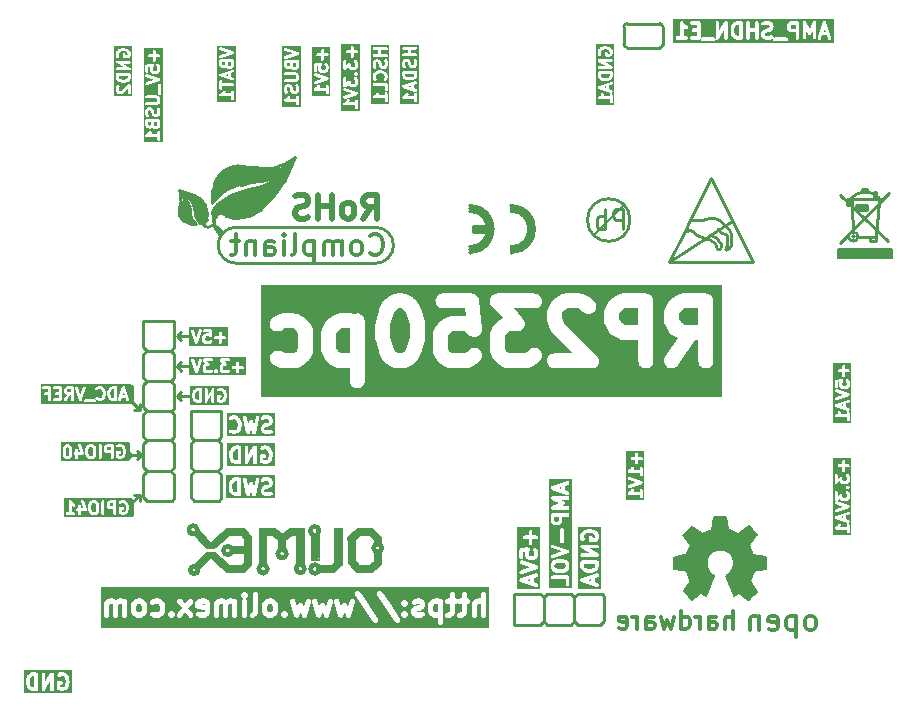
<source format=gbr>
%TF.GenerationSoftware,KiCad,Pcbnew,7.0.9-7.0.9~ubuntu22.04.1*%
%TF.CreationDate,2025-04-18T14:33:25+03:00*%
%TF.ProjectId,RP2350pc_Rev_A,52503233-3530-4706-935f-5265765f412e,A*%
%TF.SameCoordinates,PX68e7780PY7735940*%
%TF.FileFunction,Legend,Bot*%
%TF.FilePolarity,Positive*%
%FSLAX46Y46*%
G04 Gerber Fmt 4.6, Leading zero omitted, Abs format (unit mm)*
G04 Created by KiCad (PCBNEW 7.0.9-7.0.9~ubuntu22.04.1) date 2025-04-18 14:33:25*
%MOMM*%
%LPD*%
G01*
G04 APERTURE LIST*
%ADD10C,0.254000*%
%ADD11C,0.317500*%
%ADD12C,1.270000*%
%ADD13C,0.444500*%
%ADD14C,0.304800*%
%ADD15C,0.355600*%
%ADD16C,0.350000*%
%ADD17C,0.500000*%
%ADD18C,0.300000*%
%ADD19C,0.200000*%
%ADD20C,0.150000*%
%ADD21C,0.127000*%
%ADD22C,0.370000*%
%ADD23C,0.380000*%
%ADD24C,1.000000*%
%ADD25C,0.400000*%
%ADD26C,0.420000*%
%ADD27C,0.508000*%
%ADD28C,0.700000*%
%ADD29C,0.100000*%
G04 APERTURE END LIST*
D10*
X15750000Y37323224D02*
X16103553Y36969671D01*
X16900000Y25600000D02*
X17200000Y25900000D01*
X17200000Y28500000D02*
X16900000Y28800000D01*
X13199999Y30999999D02*
X12899999Y31299999D01*
X15499999Y33800000D02*
X15199999Y33500000D01*
X19500000Y25600000D02*
X19500000Y23600000D01*
X49400001Y13200000D02*
X49400000Y15200000D01*
X12000000Y23300000D02*
X11800000Y23500000D01*
X11950000Y23250000D02*
X11950000Y22150000D01*
X17200000Y25900000D02*
X16900000Y26200000D01*
X12000000Y31700000D02*
X11500000Y31700000D01*
X51900000Y15300000D02*
X51900001Y13200000D01*
X17200000Y28500000D02*
X19200000Y28500000D01*
X12700000Y27250000D02*
X11585786Y27250000D01*
X13199999Y30999999D02*
X12900000Y30700000D01*
X12899999Y38600000D02*
X15500000Y38600000D01*
X15500000Y35800000D02*
X15499999Y33800000D01*
X44300000Y12900000D02*
X44300000Y15500001D01*
X51900001Y13200000D02*
X51600001Y12900000D01*
X15500000Y26200000D02*
X15200000Y25900000D01*
X15200000Y36100000D02*
X15500000Y35800000D01*
X15750000Y34750000D02*
X16103553Y34396447D01*
X15750000Y34750000D02*
X16103553Y35103553D01*
X11600000Y28250000D02*
X11600000Y27500000D01*
X49700001Y12900000D02*
X49400001Y13200000D01*
X15750000Y32250000D02*
X16103553Y31896447D01*
X13200000Y25899999D02*
X15200000Y25900000D01*
X17200000Y23400000D02*
X16900000Y23700000D01*
X15299998Y31000000D02*
X13199999Y30999999D01*
X15500000Y36400000D02*
X15200000Y36100000D01*
X49100000Y15500000D02*
X49400000Y15200000D01*
X12899999Y33199999D02*
X13199999Y33499999D01*
X15200001Y31000000D02*
X15500000Y30700001D01*
X15500001Y28200000D02*
X15500000Y26200000D01*
X16900000Y26200000D02*
X16900000Y28200000D01*
X15500000Y30700001D02*
X15500001Y28800000D01*
X13199999Y33499999D02*
X12899999Y33799999D01*
X46800000Y13200000D02*
X46800000Y15200001D01*
X13199999Y36100000D02*
X15200000Y36100000D01*
X11876776Y27250000D02*
X11523223Y26896447D01*
X15299999Y23400000D02*
X13200000Y23399999D01*
X12600000Y31100000D02*
X12600000Y31600000D01*
X46500000Y12900000D02*
X44300000Y12900000D01*
X13199999Y36100000D02*
X12899999Y36400000D01*
X11950000Y22150000D02*
X11700000Y22150000D01*
X13200000Y23399999D02*
X12900000Y23699999D01*
X49400001Y13200000D02*
X49100001Y12900000D01*
X15750000Y37323224D02*
X16103553Y37676777D01*
X16900000Y28200000D02*
X17200000Y28500000D01*
X15500000Y38600000D02*
X15500000Y36400000D01*
X15750000Y32250000D02*
X16864214Y32250000D01*
X15200001Y28500000D02*
X15500001Y28200000D01*
X44300000Y15500001D02*
X46500000Y15500001D01*
X12900000Y23699999D02*
X12900000Y25599999D01*
X15499999Y33200000D02*
X15499999Y31200000D01*
X19500000Y26200000D02*
X19200000Y25900000D01*
X15499999Y31200000D02*
X15299998Y31000000D01*
X19500000Y31000000D02*
X19500000Y28800000D01*
X13200000Y28500000D02*
X12900000Y28800000D01*
X12600000Y23900000D02*
X11800000Y23100000D01*
X19200000Y28500000D02*
X19500000Y28200000D01*
X15199999Y33500000D02*
X15499999Y33200000D01*
X51700000Y15500000D02*
X51900000Y15300000D01*
X19500000Y28200000D02*
X19500000Y26200000D01*
X13199999Y33499999D02*
X15199999Y33500000D01*
X11950000Y33100000D02*
X11450000Y33100000D01*
X15500001Y28800000D02*
X15200001Y28500000D01*
X12899999Y33799999D02*
X12899999Y35800000D01*
X16900000Y23700000D02*
X16900000Y25600000D01*
X16900000Y31000000D02*
X19500000Y31000000D01*
X15200000Y25900000D02*
X15500000Y25600000D01*
X15750000Y34750000D02*
X16864214Y34750000D01*
X19200000Y25900000D02*
X19500000Y25600000D01*
X49400000Y15200000D02*
X49700000Y15500000D01*
X12600000Y31100000D02*
X12100000Y31100000D01*
X49100001Y12900000D02*
X47100000Y12900000D01*
X19500000Y23600000D02*
X19300000Y23400000D01*
X47100000Y12900000D02*
X46800000Y13200000D01*
X12899999Y31299999D02*
X12899999Y33199999D01*
X46800000Y13200000D02*
X46500000Y12900000D01*
X13200000Y25899999D02*
X12900000Y26199999D01*
X12900000Y28800000D02*
X12900000Y30700000D01*
X12900000Y26199999D02*
X12900000Y28200000D01*
X15750000Y32250000D02*
X16103553Y32603553D01*
X15500000Y25600000D02*
X15500000Y23600000D01*
X47100000Y15500001D02*
X49100000Y15500000D01*
X12600000Y23900000D02*
X12600000Y23400000D01*
X49700000Y15500000D02*
X51700000Y15500000D01*
X51600001Y12900000D02*
X49700001Y12900000D01*
X46500000Y15500001D02*
X46800000Y15200001D01*
X19500000Y28800000D02*
X19200000Y28500000D01*
X19300000Y23400000D02*
X17200000Y23400000D01*
X46800000Y15200001D02*
X47100000Y15500001D01*
X12600000Y31100000D02*
X11850000Y31850000D01*
X13200000Y28500000D02*
X15200001Y28500000D01*
X12700000Y27250000D02*
X12346447Y26896447D01*
X17200000Y25900000D02*
X19200000Y25900000D01*
X12899999Y36400000D02*
X12899999Y38600000D01*
X12700000Y27250000D02*
X12346447Y27603553D01*
X16900000Y28800000D02*
X16900000Y31000000D01*
X12900000Y25599999D02*
X13200000Y25899999D01*
X12900000Y28200000D02*
X13200000Y28500000D01*
X15500000Y23600000D02*
X15299999Y23400000D01*
X11850000Y27250000D02*
X11600000Y27500000D01*
X15750000Y37323224D02*
X16864214Y37323224D01*
X11950000Y31700000D02*
X11950000Y33100000D01*
X12899999Y35800000D02*
X13199999Y36100000D01*
X12600000Y23900000D02*
X12100000Y23900000D01*
D11*
G36*
X24063750Y28838805D02*
G01*
X19941657Y28838805D01*
X19941657Y29258850D01*
X20123086Y29258850D01*
X20164173Y29187685D01*
X20224649Y29127208D01*
X20256249Y29108963D01*
X20286702Y29088856D01*
X20468131Y29028380D01*
X20493644Y29026849D01*
X20518332Y29020234D01*
X20639284Y29020234D01*
X20663971Y29026849D01*
X20689485Y29028380D01*
X20870914Y29088856D01*
X20901363Y29108961D01*
X20932967Y29127207D01*
X21053919Y29248160D01*
X21066698Y29270295D01*
X21083655Y29289417D01*
X21144132Y29410369D01*
X21147645Y29427541D01*
X21156152Y29442863D01*
X21216628Y29684768D01*
X21216298Y29704351D01*
X21221368Y29723270D01*
X21221368Y29904699D01*
X21216298Y29923619D01*
X21216628Y29943201D01*
X21156152Y30185106D01*
X21147645Y30200430D01*
X21144132Y30217598D01*
X21083655Y30338552D01*
X21066696Y30357677D01*
X21053918Y30379809D01*
X21021513Y30412214D01*
X21331519Y30412214D01*
X21633899Y29142215D01*
X21635037Y29140110D01*
X21635040Y29137713D01*
X21654505Y29104091D01*
X21672973Y29069924D01*
X21675013Y29068669D01*
X21676213Y29066596D01*
X21709877Y29047214D01*
X21742959Y29026856D01*
X21745352Y29026789D01*
X21747428Y29025594D01*
X21786281Y29025641D01*
X21825102Y29024551D01*
X21827207Y29025690D01*
X21829603Y29025692D01*
X21863232Y29045162D01*
X21897392Y29063626D01*
X21898646Y29065665D01*
X21900720Y29066865D01*
X21920106Y29100538D01*
X21940460Y29133611D01*
X21940527Y29136005D01*
X21941722Y29138080D01*
X22030237Y29470011D01*
X22118752Y29138080D01*
X22119946Y29136005D01*
X22120014Y29133611D01*
X22140367Y29100538D01*
X22159754Y29066865D01*
X22161827Y29065665D01*
X22163082Y29063626D01*
X22197241Y29045162D01*
X22230871Y29025692D01*
X22233266Y29025690D01*
X22235372Y29024551D01*
X22274192Y29025641D01*
X22313046Y29025594D01*
X22315121Y29026789D01*
X22317515Y29026856D01*
X22350588Y29047210D01*
X22384261Y29066596D01*
X22385461Y29068670D01*
X22387500Y29069924D01*
X22405964Y29104084D01*
X22425434Y29137713D01*
X22425436Y29140109D01*
X22426575Y29142214D01*
X22492926Y29420889D01*
X22839106Y29420889D01*
X22848550Y29385642D01*
X22855866Y29349893D01*
X22916343Y29228941D01*
X22933300Y29209818D01*
X22946079Y29187685D01*
X23006555Y29127208D01*
X23028690Y29114428D01*
X23047814Y29097470D01*
X23168765Y29036994D01*
X23204512Y29029679D01*
X23239761Y29020234D01*
X23542142Y29020234D01*
X23566829Y29026849D01*
X23592343Y29028380D01*
X23773772Y29088856D01*
X23842348Y29134134D01*
X23879099Y29207634D01*
X23874175Y29289661D01*
X23828898Y29358237D01*
X23755398Y29394987D01*
X23673370Y29390064D01*
X23516379Y29337734D01*
X23277237Y29337734D01*
X23212846Y29369930D01*
X23188802Y29393973D01*
X23156606Y29458366D01*
X23156606Y29504365D01*
X23188802Y29568757D01*
X23212845Y29592801D01*
X23295172Y29633964D01*
X23520168Y29690212D01*
X23535490Y29698719D01*
X23552662Y29702232D01*
X23673614Y29762709D01*
X23692737Y29779667D01*
X23714870Y29792445D01*
X23775347Y29852921D01*
X23788127Y29875057D01*
X23805085Y29894180D01*
X23865561Y30015131D01*
X23872876Y30050879D01*
X23882321Y30086127D01*
X23882321Y30207080D01*
X23872876Y30242329D01*
X23865561Y30278076D01*
X23805085Y30399027D01*
X23788127Y30418151D01*
X23775347Y30440286D01*
X23714870Y30500762D01*
X23692738Y30513540D01*
X23673613Y30530499D01*
X23552661Y30590974D01*
X23516916Y30598289D01*
X23481666Y30607734D01*
X23179285Y30607734D01*
X23154597Y30601120D01*
X23129084Y30599588D01*
X22947655Y30539112D01*
X22879079Y30493834D01*
X22842329Y30420334D01*
X22847252Y30338307D01*
X22892530Y30269731D01*
X22966030Y30232981D01*
X23048057Y30237904D01*
X23205048Y30290234D01*
X23444191Y30290234D01*
X23508582Y30258038D01*
X23532625Y30233995D01*
X23564821Y30169604D01*
X23564821Y30123604D01*
X23532625Y30059213D01*
X23508582Y30035169D01*
X23426255Y29994005D01*
X23201259Y29937756D01*
X23185936Y29929250D01*
X23168765Y29925736D01*
X23047814Y29865260D01*
X23028690Y29848303D01*
X23006556Y29835523D01*
X22946080Y29775047D01*
X22933301Y29752915D01*
X22916343Y29733790D01*
X22855866Y29612837D01*
X22848550Y29577090D01*
X22839106Y29541841D01*
X22839106Y29420889D01*
X22492926Y29420889D01*
X22728956Y30412215D01*
X22726651Y30494357D01*
X22683583Y30564343D01*
X22611293Y30603417D01*
X22529150Y30601113D01*
X22459165Y30558045D01*
X22420090Y30485754D01*
X22263428Y29827776D01*
X22183627Y30127031D01*
X22183529Y30127201D01*
X22183529Y30127398D01*
X22163017Y30162828D01*
X22142625Y30198246D01*
X22142454Y30198345D01*
X22142356Y30198515D01*
X22106937Y30218908D01*
X22071508Y30239419D01*
X22071310Y30239420D01*
X22071141Y30239517D01*
X22030237Y30239469D01*
X21989333Y30239517D01*
X21989163Y30239420D01*
X21988966Y30239419D01*
X21953536Y30218908D01*
X21918118Y30198515D01*
X21918019Y30198345D01*
X21917849Y30198246D01*
X21897456Y30162828D01*
X21876945Y30127398D01*
X21876944Y30127201D01*
X21876847Y30127031D01*
X21797045Y29827777D01*
X21640385Y30485754D01*
X21601311Y30558044D01*
X21531325Y30601112D01*
X21449182Y30603417D01*
X21376892Y30564343D01*
X21333824Y30494357D01*
X21331519Y30412214D01*
X21021513Y30412214D01*
X20932966Y30500761D01*
X20901367Y30519005D01*
X20870914Y30539112D01*
X20689485Y30599588D01*
X20663971Y30601120D01*
X20639284Y30607734D01*
X20518332Y30607734D01*
X20493644Y30601120D01*
X20468131Y30599588D01*
X20286702Y30539112D01*
X20256248Y30519005D01*
X20224650Y30500761D01*
X20164174Y30440285D01*
X20123086Y30369120D01*
X20123086Y30286944D01*
X20164174Y30215779D01*
X20235339Y30174691D01*
X20317515Y30174691D01*
X20388680Y30215779D01*
X20422655Y30249755D01*
X20544095Y30290234D01*
X20613521Y30290234D01*
X20734960Y30249755D01*
X20811195Y30173520D01*
X20852358Y30091194D01*
X20903868Y29885156D01*
X20903868Y29742812D01*
X20852359Y29536776D01*
X20811195Y29454450D01*
X20734959Y29378214D01*
X20613521Y29337734D01*
X20544095Y29337734D01*
X20422656Y29378214D01*
X20388681Y29412189D01*
X20317516Y29453278D01*
X20235340Y29453278D01*
X20164175Y29412191D01*
X20123086Y29341026D01*
X20123086Y29258850D01*
X19941657Y29258850D01*
X19941657Y30789163D01*
X24063750Y30789163D01*
X24063750Y28838805D01*
G37*
G36*
X20873631Y26787734D02*
G01*
X20755763Y26787734D01*
X20634325Y26828213D01*
X20558087Y26904452D01*
X20516924Y26986776D01*
X20465416Y27192812D01*
X20465416Y27335157D01*
X20516925Y27541194D01*
X20558088Y27623519D01*
X20634323Y27699755D01*
X20755763Y27740234D01*
X20873631Y27740234D01*
X20873631Y26787734D01*
G37*
G36*
X24033512Y26288805D02*
G01*
X19966487Y26288805D01*
X19966487Y27173270D01*
X20147916Y27173270D01*
X20152985Y27154351D01*
X20152656Y27134768D01*
X20213132Y26892863D01*
X20221638Y26877541D01*
X20225152Y26860369D01*
X20285629Y26739417D01*
X20302585Y26720295D01*
X20315365Y26698160D01*
X20436318Y26577207D01*
X20467916Y26558964D01*
X20498370Y26538856D01*
X20679799Y26478380D01*
X20705312Y26476849D01*
X20730000Y26470234D01*
X21032381Y26470234D01*
X21111756Y26491502D01*
X21169863Y26549609D01*
X21191131Y26628984D01*
X21478392Y26628984D01*
X21478486Y26628632D01*
X21478393Y26628277D01*
X21489130Y26588907D01*
X21499660Y26549609D01*
X21499918Y26549351D01*
X21500015Y26548997D01*
X21528972Y26520297D01*
X21557767Y26491502D01*
X21558120Y26491408D01*
X21558380Y26491150D01*
X21597832Y26480767D01*
X21637142Y26470234D01*
X21637494Y26470329D01*
X21637849Y26470235D01*
X21677219Y26480973D01*
X21716517Y26491502D01*
X21716775Y26491761D01*
X21717129Y26491857D01*
X21745829Y26520815D01*
X21774624Y26549609D01*
X21774718Y26549963D01*
X21774976Y26550222D01*
X22204107Y27301202D01*
X22204107Y26628984D01*
X22225375Y26549609D01*
X22283482Y26491502D01*
X22362857Y26470234D01*
X22442232Y26491502D01*
X22500339Y26549609D01*
X22521607Y26628984D01*
X22521607Y26749937D01*
X22748392Y26749937D01*
X22753801Y26729750D01*
X22753801Y26708850D01*
X22764250Y26690751D01*
X22769660Y26670562D01*
X22784439Y26655783D01*
X22794888Y26637685D01*
X22855364Y26577208D01*
X22886964Y26558963D01*
X22917417Y26538856D01*
X23098846Y26478380D01*
X23124359Y26476849D01*
X23149047Y26470234D01*
X23269999Y26470234D01*
X23294686Y26476849D01*
X23320200Y26478380D01*
X23501629Y26538856D01*
X23532078Y26558961D01*
X23563682Y26577207D01*
X23684634Y26698160D01*
X23697413Y26720295D01*
X23714370Y26739417D01*
X23774847Y26860369D01*
X23778360Y26877541D01*
X23786867Y26892863D01*
X23847343Y27134768D01*
X23847013Y27154351D01*
X23852083Y27173270D01*
X23852083Y27354699D01*
X23847013Y27373619D01*
X23847343Y27393201D01*
X23786867Y27635106D01*
X23778360Y27650430D01*
X23774847Y27667598D01*
X23714370Y27788552D01*
X23697411Y27807677D01*
X23684633Y27829809D01*
X23563681Y27950761D01*
X23532082Y27969005D01*
X23501629Y27989112D01*
X23320200Y28049588D01*
X23294686Y28051120D01*
X23269999Y28057734D01*
X23088571Y28057734D01*
X23053319Y28048289D01*
X23017576Y28040974D01*
X22896623Y27980499D01*
X22835139Y27925978D01*
X22809153Y27848020D01*
X22825627Y27767513D01*
X22880148Y27706029D01*
X22958106Y27680043D01*
X23038613Y27696517D01*
X23126047Y27740234D01*
X23244236Y27740234D01*
X23365675Y27699755D01*
X23441910Y27623520D01*
X23483073Y27541194D01*
X23534583Y27335156D01*
X23534583Y27192812D01*
X23483074Y26986776D01*
X23441910Y26904450D01*
X23365674Y26828214D01*
X23244236Y26787734D01*
X23174810Y26787734D01*
X23065892Y26824040D01*
X23065892Y27014520D01*
X23149047Y27014520D01*
X23228422Y27035788D01*
X23286529Y27093895D01*
X23307797Y27173270D01*
X23286529Y27252645D01*
X23228422Y27310752D01*
X23149047Y27332020D01*
X22907142Y27332020D01*
X22827767Y27310752D01*
X22769660Y27252645D01*
X22748392Y27173270D01*
X22748392Y26749937D01*
X22521607Y26749937D01*
X22521607Y27898984D01*
X22521512Y27899336D01*
X22521606Y27899690D01*
X22510883Y27939005D01*
X22500339Y27978359D01*
X22500080Y27978618D01*
X22499984Y27978970D01*
X22471139Y28007559D01*
X22442232Y28036466D01*
X22441877Y28036562D01*
X22441619Y28036817D01*
X22402272Y28047173D01*
X22362857Y28057734D01*
X22362504Y28057640D01*
X22362150Y28057733D01*
X22322779Y28046996D01*
X22283482Y28036466D01*
X22283223Y28036208D01*
X22282870Y28036111D01*
X22254169Y28007154D01*
X22225375Y27978359D01*
X22225280Y27978006D01*
X22225023Y27977746D01*
X21795892Y27226768D01*
X21795892Y27898984D01*
X21774624Y27978359D01*
X21716517Y28036466D01*
X21637142Y28057734D01*
X21557767Y28036466D01*
X21499660Y27978359D01*
X21478392Y27898984D01*
X21478392Y26628984D01*
X21191131Y26628984D01*
X21191131Y27898984D01*
X21169863Y27978359D01*
X21111756Y28036466D01*
X21032381Y28057734D01*
X20730000Y28057734D01*
X20705312Y28051120D01*
X20679799Y28049588D01*
X20498370Y27989112D01*
X20467916Y27969005D01*
X20436318Y27950761D01*
X20315366Y27829809D01*
X20302587Y27807677D01*
X20285629Y27788552D01*
X20225152Y27667599D01*
X20221638Y27650430D01*
X20213132Y27635106D01*
X20152656Y27393202D01*
X20152985Y27373619D01*
X20147916Y27354699D01*
X20147916Y27173270D01*
X19966487Y27173270D01*
X19966487Y28239163D01*
X24033512Y28239163D01*
X24033512Y26288805D01*
G37*
G36*
X20843392Y24087734D02*
G01*
X20725524Y24087734D01*
X20604086Y24128213D01*
X20527848Y24204452D01*
X20486685Y24286776D01*
X20435177Y24492812D01*
X20435177Y24635157D01*
X20486686Y24841194D01*
X20527849Y24923519D01*
X20604084Y24999755D01*
X20725524Y25040234D01*
X20843392Y25040234D01*
X20843392Y24087734D01*
G37*
G36*
X24063750Y23588805D02*
G01*
X19936248Y23588805D01*
X19936248Y24473270D01*
X20117677Y24473270D01*
X20122746Y24454351D01*
X20122417Y24434768D01*
X20182893Y24192863D01*
X20191399Y24177541D01*
X20194913Y24160369D01*
X20255390Y24039417D01*
X20272346Y24020295D01*
X20285126Y23998160D01*
X20406079Y23877207D01*
X20437677Y23858964D01*
X20468131Y23838856D01*
X20649560Y23778380D01*
X20675073Y23776849D01*
X20699761Y23770234D01*
X21002142Y23770234D01*
X21081517Y23791502D01*
X21139624Y23849609D01*
X21160892Y23928984D01*
X21160892Y25162214D01*
X21331519Y25162214D01*
X21633899Y23892215D01*
X21635037Y23890110D01*
X21635040Y23887713D01*
X21654505Y23854091D01*
X21672973Y23819924D01*
X21675013Y23818669D01*
X21676213Y23816596D01*
X21709877Y23797214D01*
X21742959Y23776856D01*
X21745352Y23776789D01*
X21747428Y23775594D01*
X21786281Y23775641D01*
X21825102Y23774551D01*
X21827207Y23775690D01*
X21829603Y23775692D01*
X21863232Y23795162D01*
X21897392Y23813626D01*
X21898646Y23815665D01*
X21900720Y23816865D01*
X21920106Y23850538D01*
X21940460Y23883611D01*
X21940527Y23886005D01*
X21941722Y23888080D01*
X22030237Y24220011D01*
X22118752Y23888080D01*
X22119946Y23886005D01*
X22120014Y23883611D01*
X22140367Y23850538D01*
X22159754Y23816865D01*
X22161827Y23815665D01*
X22163082Y23813626D01*
X22197241Y23795162D01*
X22230871Y23775692D01*
X22233266Y23775690D01*
X22235372Y23774551D01*
X22274192Y23775641D01*
X22313046Y23775594D01*
X22315121Y23776789D01*
X22317515Y23776856D01*
X22350588Y23797210D01*
X22384261Y23816596D01*
X22385461Y23818670D01*
X22387500Y23819924D01*
X22405964Y23854084D01*
X22425434Y23887713D01*
X22425436Y23890109D01*
X22426575Y23892214D01*
X22492926Y24170889D01*
X22839106Y24170889D01*
X22848550Y24135642D01*
X22855866Y24099893D01*
X22916343Y23978941D01*
X22933300Y23959818D01*
X22946079Y23937685D01*
X23006555Y23877208D01*
X23028690Y23864428D01*
X23047814Y23847470D01*
X23168765Y23786994D01*
X23204512Y23779679D01*
X23239761Y23770234D01*
X23542142Y23770234D01*
X23566829Y23776849D01*
X23592343Y23778380D01*
X23773772Y23838856D01*
X23842348Y23884134D01*
X23879099Y23957634D01*
X23874175Y24039661D01*
X23828898Y24108237D01*
X23755398Y24144987D01*
X23673370Y24140064D01*
X23516379Y24087734D01*
X23277237Y24087734D01*
X23212846Y24119930D01*
X23188802Y24143973D01*
X23156606Y24208366D01*
X23156606Y24254365D01*
X23188802Y24318757D01*
X23212845Y24342801D01*
X23295172Y24383964D01*
X23520168Y24440212D01*
X23535490Y24448719D01*
X23552662Y24452232D01*
X23673614Y24512709D01*
X23692737Y24529667D01*
X23714870Y24542445D01*
X23775347Y24602921D01*
X23788127Y24625057D01*
X23805085Y24644180D01*
X23865561Y24765131D01*
X23872876Y24800879D01*
X23882321Y24836127D01*
X23882321Y24957080D01*
X23872876Y24992329D01*
X23865561Y25028076D01*
X23805085Y25149027D01*
X23788127Y25168151D01*
X23775347Y25190286D01*
X23714870Y25250762D01*
X23692738Y25263540D01*
X23673613Y25280499D01*
X23552661Y25340974D01*
X23516916Y25348289D01*
X23481666Y25357734D01*
X23179285Y25357734D01*
X23154597Y25351120D01*
X23129084Y25349588D01*
X22947655Y25289112D01*
X22879079Y25243834D01*
X22842329Y25170334D01*
X22847252Y25088307D01*
X22892530Y25019731D01*
X22966030Y24982981D01*
X23048057Y24987904D01*
X23205048Y25040234D01*
X23444191Y25040234D01*
X23508582Y25008038D01*
X23532625Y24983995D01*
X23564821Y24919604D01*
X23564821Y24873604D01*
X23532625Y24809213D01*
X23508582Y24785169D01*
X23426255Y24744005D01*
X23201259Y24687756D01*
X23185936Y24679250D01*
X23168765Y24675736D01*
X23047814Y24615260D01*
X23028690Y24598303D01*
X23006556Y24585523D01*
X22946080Y24525047D01*
X22933301Y24502915D01*
X22916343Y24483790D01*
X22855866Y24362837D01*
X22848550Y24327090D01*
X22839106Y24291841D01*
X22839106Y24170889D01*
X22492926Y24170889D01*
X22728956Y25162215D01*
X22726651Y25244357D01*
X22683583Y25314343D01*
X22611293Y25353417D01*
X22529150Y25351113D01*
X22459165Y25308045D01*
X22420090Y25235754D01*
X22263428Y24577776D01*
X22183627Y24877031D01*
X22183529Y24877201D01*
X22183529Y24877398D01*
X22163017Y24912828D01*
X22142625Y24948246D01*
X22142454Y24948345D01*
X22142356Y24948515D01*
X22106937Y24968908D01*
X22071508Y24989419D01*
X22071310Y24989420D01*
X22071141Y24989517D01*
X22030237Y24989469D01*
X21989333Y24989517D01*
X21989163Y24989420D01*
X21988966Y24989419D01*
X21953536Y24968908D01*
X21918118Y24948515D01*
X21918019Y24948345D01*
X21917849Y24948246D01*
X21897456Y24912828D01*
X21876945Y24877398D01*
X21876944Y24877201D01*
X21876847Y24877031D01*
X21797045Y24577777D01*
X21640385Y25235754D01*
X21601311Y25308044D01*
X21531325Y25351112D01*
X21449182Y25353417D01*
X21376892Y25314343D01*
X21333824Y25244357D01*
X21331519Y25162214D01*
X21160892Y25162214D01*
X21160892Y25198984D01*
X21139624Y25278359D01*
X21081517Y25336466D01*
X21002142Y25357734D01*
X20699761Y25357734D01*
X20675073Y25351120D01*
X20649560Y25349588D01*
X20468131Y25289112D01*
X20437677Y25269005D01*
X20406079Y25250761D01*
X20285127Y25129809D01*
X20272348Y25107677D01*
X20255390Y25088552D01*
X20194913Y24967599D01*
X20191399Y24950430D01*
X20182893Y24935106D01*
X20122417Y24693202D01*
X20122746Y24673619D01*
X20117677Y24654699D01*
X20117677Y24473270D01*
X19936248Y24473270D01*
X19936248Y25539163D01*
X24063750Y25539163D01*
X24063750Y23588805D01*
G37*
G36*
X48558426Y18098084D02*
G01*
X48630070Y18026440D01*
X48662266Y17962048D01*
X48662266Y17795096D01*
X48630070Y17730704D01*
X48558426Y17659060D01*
X48378140Y17613988D01*
X47993891Y17613988D01*
X47813606Y17659059D01*
X47741960Y17730705D01*
X47709766Y17795095D01*
X47709766Y17962049D01*
X47741960Y18026439D01*
X47813606Y18098085D01*
X47993891Y18143155D01*
X48378140Y18143155D01*
X48558426Y18098084D01*
G37*
G36*
X48057504Y21726048D02*
G01*
X48025308Y21661656D01*
X48001264Y21637612D01*
X47936874Y21605416D01*
X47830396Y21605416D01*
X47766005Y21637612D01*
X47741962Y21661655D01*
X47709766Y21726047D01*
X47709766Y22013631D01*
X48057504Y22013631D01*
X48057504Y21726048D01*
G37*
G36*
X48299409Y24388348D02*
G01*
X48053026Y24470476D01*
X48299409Y24552603D01*
X48299409Y24388348D01*
G37*
G36*
X49161195Y15966012D02*
G01*
X47210837Y15966012D01*
X47210837Y16910953D01*
X47392266Y16910953D01*
X47413534Y16831578D01*
X47471641Y16773471D01*
X47551016Y16752203D01*
X48662266Y16752203D01*
X48662266Y16306191D01*
X48683534Y16226816D01*
X48741641Y16168709D01*
X48821016Y16147441D01*
X48900391Y16168709D01*
X48958498Y16226816D01*
X48979766Y16306191D01*
X48979766Y16910953D01*
X48958498Y16990328D01*
X48900391Y17048435D01*
X48821016Y17069703D01*
X47551016Y17069703D01*
X47471641Y17048435D01*
X47413534Y16990328D01*
X47392266Y16910953D01*
X47210837Y16910953D01*
X47210837Y17757619D01*
X47392266Y17757619D01*
X47401711Y17722369D01*
X47409026Y17686624D01*
X47469501Y17565672D01*
X47486459Y17546549D01*
X47499238Y17524414D01*
X47620191Y17403461D01*
X47621384Y17402772D01*
X47622095Y17401588D01*
X47656886Y17382275D01*
X47691356Y17362373D01*
X47692737Y17362373D01*
X47693942Y17361704D01*
X47935847Y17301228D01*
X47955429Y17301558D01*
X47974349Y17296488D01*
X48397682Y17296488D01*
X48416601Y17301558D01*
X48436184Y17301228D01*
X48678089Y17361704D01*
X48679294Y17362373D01*
X48680675Y17362373D01*
X48715144Y17382275D01*
X48749936Y17401588D01*
X48750646Y17402772D01*
X48751840Y17403461D01*
X48872793Y17524414D01*
X48885572Y17546549D01*
X48902530Y17565672D01*
X48963006Y17686623D01*
X48970321Y17722371D01*
X48979766Y17757619D01*
X48979766Y17999524D01*
X48970321Y18034773D01*
X48963006Y18070520D01*
X48902530Y18191471D01*
X48885572Y18210595D01*
X48872793Y18232729D01*
X48751840Y18353682D01*
X48750646Y18354372D01*
X48749936Y18355555D01*
X48715144Y18374869D01*
X48680675Y18394770D01*
X48679294Y18394770D01*
X48678089Y18395439D01*
X48436184Y18455915D01*
X48416601Y18455586D01*
X48397682Y18460655D01*
X47974349Y18460655D01*
X47955429Y18455586D01*
X47935847Y18455915D01*
X47693942Y18395439D01*
X47692737Y18394770D01*
X47691356Y18394770D01*
X47656886Y18374869D01*
X47622095Y18355555D01*
X47621384Y18354372D01*
X47620191Y18353682D01*
X47499238Y18232729D01*
X47486459Y18210595D01*
X47469501Y18191471D01*
X47409026Y18070519D01*
X47401711Y18034775D01*
X47392266Y17999524D01*
X47392266Y17757619D01*
X47210837Y17757619D01*
X47210837Y18696587D01*
X47395489Y18696587D01*
X47400413Y18614560D01*
X47445690Y18545984D01*
X47519190Y18509234D01*
X47601217Y18514158D01*
X48871217Y18937492D01*
X48897824Y18955060D01*
X48926342Y18969318D01*
X48931690Y18977419D01*
X48939794Y18982769D01*
X48954056Y19011295D01*
X48971619Y19037894D01*
X48972200Y19047583D01*
X48976544Y19056269D01*
X48974633Y19088104D01*
X48976543Y19119921D01*
X48972201Y19128604D01*
X48971620Y19138296D01*
X48954050Y19164906D01*
X48939793Y19193421D01*
X48931691Y19198771D01*
X48926342Y19206872D01*
X48897824Y19221132D01*
X48871217Y19238699D01*
X47601217Y19662031D01*
X47519190Y19666955D01*
X47445690Y19630205D01*
X47400413Y19561629D01*
X47395489Y19479602D01*
X47432239Y19406102D01*
X47500815Y19360825D01*
X48319004Y19088096D01*
X47500815Y18815364D01*
X47432239Y18770087D01*
X47395489Y18696587D01*
X47210837Y18696587D01*
X47210837Y19934761D01*
X48178456Y19934761D01*
X48199724Y19855386D01*
X48257831Y19797279D01*
X48337206Y19776011D01*
X48416581Y19797279D01*
X48474688Y19855386D01*
X48495956Y19934761D01*
X48495956Y20902381D01*
X48474688Y20981756D01*
X48416581Y21039863D01*
X48337206Y21061131D01*
X48257831Y21039863D01*
X48199724Y20981756D01*
X48178456Y20902381D01*
X48178456Y19934761D01*
X47210837Y19934761D01*
X47210837Y21688571D01*
X47392266Y21688571D01*
X47401711Y21653321D01*
X47409026Y21617576D01*
X47469501Y21496624D01*
X47486460Y21477499D01*
X47499238Y21455367D01*
X47559714Y21394890D01*
X47581849Y21382110D01*
X47600973Y21365152D01*
X47721924Y21304676D01*
X47757671Y21297361D01*
X47792920Y21287916D01*
X47974349Y21287916D01*
X48009599Y21297362D01*
X48045344Y21304676D01*
X48166296Y21365151D01*
X48185421Y21382111D01*
X48207554Y21394889D01*
X48268031Y21455366D01*
X48280810Y21477501D01*
X48297768Y21496624D01*
X48358244Y21617575D01*
X48365559Y21653323D01*
X48375004Y21688571D01*
X48375004Y22013631D01*
X48821016Y22013631D01*
X48900391Y22034899D01*
X48958498Y22093006D01*
X48979766Y22172381D01*
X48958498Y22251756D01*
X48900391Y22309863D01*
X48821016Y22331131D01*
X47551016Y22331131D01*
X47471641Y22309863D01*
X47413534Y22251756D01*
X47392266Y22172381D01*
X47392266Y21688571D01*
X47210837Y21688571D01*
X47210837Y22777143D01*
X47392266Y22777143D01*
X47401172Y22743902D01*
X47407159Y22710010D01*
X47411704Y22704597D01*
X47413534Y22697768D01*
X47437871Y22673431D01*
X47459999Y22647076D01*
X47466641Y22644661D01*
X47471641Y22639661D01*
X47504887Y22630753D01*
X47537227Y22618993D01*
X47544188Y22620223D01*
X47551016Y22618393D01*
X48821016Y22618393D01*
X48900391Y22639661D01*
X48958498Y22697768D01*
X48979766Y22777143D01*
X48958498Y22856518D01*
X48900391Y22914625D01*
X48821016Y22935893D01*
X48266593Y22935893D01*
X48525292Y23056619D01*
X48536017Y23065624D01*
X48549176Y23070409D01*
X48566997Y23091636D01*
X48588226Y23109459D01*
X48593011Y23122620D01*
X48602015Y23133343D01*
X48606836Y23160637D01*
X48616309Y23186687D01*
X48613873Y23200477D01*
X48616309Y23214265D01*
X48606837Y23240312D01*
X48602016Y23267609D01*
X48593011Y23278335D01*
X48588226Y23291493D01*
X48566998Y23309316D01*
X48549176Y23330543D01*
X48536017Y23335329D01*
X48525292Y23344333D01*
X48266592Y23465060D01*
X48821016Y23465060D01*
X48900391Y23486328D01*
X48958498Y23544435D01*
X48979766Y23623810D01*
X48958498Y23703185D01*
X48900391Y23761292D01*
X48821016Y23782560D01*
X47551016Y23782560D01*
X47544188Y23780731D01*
X47537227Y23781960D01*
X47504887Y23770201D01*
X47471641Y23761292D01*
X47466641Y23756293D01*
X47459999Y23753877D01*
X47437871Y23727523D01*
X47413534Y23703185D01*
X47411704Y23696357D01*
X47407159Y23690943D01*
X47401172Y23657052D01*
X47392266Y23623810D01*
X47394095Y23616983D01*
X47392866Y23610021D01*
X47404625Y23577682D01*
X47413534Y23544435D01*
X47418533Y23539436D01*
X47420949Y23532793D01*
X47447303Y23510666D01*
X47471641Y23486328D01*
X47478469Y23484499D01*
X47483883Y23479953D01*
X48082761Y23200477D01*
X47483883Y22921000D01*
X47478469Y22916455D01*
X47471641Y22914625D01*
X47447303Y22890288D01*
X47420949Y22868160D01*
X47418533Y22861518D01*
X47413534Y22856518D01*
X47404625Y22823272D01*
X47392866Y22790932D01*
X47394095Y22783971D01*
X47392266Y22777143D01*
X47210837Y22777143D01*
X47210837Y24438650D01*
X47395489Y24438650D01*
X47399831Y24429966D01*
X47400413Y24420275D01*
X47417979Y24393669D01*
X47432239Y24365150D01*
X47440340Y24359801D01*
X47445690Y24351699D01*
X47474208Y24337440D01*
X47500815Y24319873D01*
X48770815Y23896538D01*
X48852842Y23891614D01*
X48926342Y23928365D01*
X48971620Y23996941D01*
X48976544Y24078968D01*
X48939794Y24152468D01*
X48871217Y24197745D01*
X48616909Y24282515D01*
X48616909Y24658436D01*
X48871217Y24743205D01*
X48939793Y24788483D01*
X48976543Y24861983D01*
X48971619Y24944010D01*
X48926342Y25012586D01*
X48852842Y25049336D01*
X48770814Y25044412D01*
X47500815Y24621079D01*
X47474208Y24603513D01*
X47445690Y24589253D01*
X47440340Y24581152D01*
X47432239Y24575802D01*
X47417979Y24547284D01*
X47400413Y24520677D01*
X47399831Y24510987D01*
X47395489Y24502302D01*
X47397399Y24470476D01*
X47395489Y24438650D01*
X47210837Y24438650D01*
X47210837Y25230765D01*
X49161195Y25230765D01*
X49161195Y15966012D01*
G37*
G36*
X50799409Y16582634D02*
G01*
X50553026Y16664762D01*
X50799409Y16746889D01*
X50799409Y16582634D01*
G37*
G36*
X51162266Y17900049D02*
G01*
X51121787Y17778612D01*
X51045548Y17702374D01*
X50963224Y17661211D01*
X50757188Y17609702D01*
X50614844Y17609702D01*
X50408806Y17661212D01*
X50326480Y17702375D01*
X50250245Y17778610D01*
X50209766Y17900049D01*
X50209766Y18017917D01*
X51162266Y18017917D01*
X51162266Y17900049D01*
G37*
G36*
X51661195Y15904471D02*
G01*
X49710837Y15904471D01*
X49710837Y16632936D01*
X49895489Y16632936D01*
X49899831Y16624252D01*
X49900413Y16614561D01*
X49917979Y16587955D01*
X49932239Y16559436D01*
X49940340Y16554087D01*
X49945690Y16545985D01*
X49974208Y16531726D01*
X50000815Y16514159D01*
X51270815Y16090824D01*
X51352842Y16085900D01*
X51426342Y16122651D01*
X51471620Y16191227D01*
X51476544Y16273254D01*
X51439794Y16346754D01*
X51371217Y16392031D01*
X51116909Y16476801D01*
X51116909Y16852722D01*
X51371217Y16937491D01*
X51439793Y16982769D01*
X51476543Y17056269D01*
X51471619Y17138296D01*
X51426342Y17206872D01*
X51352842Y17243622D01*
X51270814Y17238698D01*
X50000815Y16815365D01*
X49974208Y16797799D01*
X49945690Y16783539D01*
X49940340Y16775438D01*
X49932239Y16770088D01*
X49917979Y16741570D01*
X49900413Y16714963D01*
X49899831Y16705273D01*
X49895489Y16696588D01*
X49897399Y16664762D01*
X49895489Y16632936D01*
X49710837Y16632936D01*
X49710837Y17874286D01*
X49892266Y17874286D01*
X49898880Y17849599D01*
X49900412Y17824085D01*
X49960888Y17642656D01*
X49980995Y17612203D01*
X49999239Y17580604D01*
X50120191Y17459652D01*
X50142323Y17446874D01*
X50161448Y17429915D01*
X50282402Y17369438D01*
X50299570Y17365925D01*
X50314894Y17357418D01*
X50556799Y17296942D01*
X50576381Y17297272D01*
X50595301Y17292202D01*
X50776730Y17292202D01*
X50795649Y17297272D01*
X50815232Y17296942D01*
X51057137Y17357418D01*
X51072459Y17365925D01*
X51089631Y17369438D01*
X51210583Y17429915D01*
X51229705Y17446872D01*
X51251840Y17459651D01*
X51372793Y17580604D01*
X51391036Y17612203D01*
X51411144Y17642656D01*
X51471620Y17824085D01*
X51473151Y17849599D01*
X51479766Y17874286D01*
X51479766Y18176667D01*
X51458498Y18256042D01*
X51400391Y18314149D01*
X51321016Y18335417D01*
X50051016Y18335417D01*
X49971641Y18314149D01*
X49913534Y18256042D01*
X49892266Y18176667D01*
X49892266Y17874286D01*
X49710837Y17874286D01*
X49710837Y18781428D01*
X49892266Y18781428D01*
X49913534Y18702053D01*
X49971641Y18643946D01*
X50051016Y18622678D01*
X51321016Y18622678D01*
X51321367Y18622773D01*
X51321722Y18622679D01*
X51361036Y18633402D01*
X51400391Y18643946D01*
X51400649Y18644205D01*
X51401002Y18644301D01*
X51429590Y18673146D01*
X51458498Y18702053D01*
X51458593Y18702408D01*
X51458849Y18702666D01*
X51469204Y18742013D01*
X51479766Y18781428D01*
X51479671Y18781781D01*
X51479765Y18782135D01*
X51469027Y18821506D01*
X51458498Y18860803D01*
X51458239Y18861062D01*
X51458143Y18861415D01*
X51429185Y18890116D01*
X51400391Y18918910D01*
X51400037Y18919005D01*
X51399778Y18919262D01*
X50648799Y19348393D01*
X51321016Y19348393D01*
X51400391Y19369661D01*
X51458498Y19427768D01*
X51479766Y19507143D01*
X51458498Y19586518D01*
X51400391Y19644625D01*
X51321016Y19665893D01*
X50051016Y19665893D01*
X50050663Y19665799D01*
X50050309Y19665892D01*
X50010938Y19655155D01*
X49971641Y19644625D01*
X49971382Y19644367D01*
X49971029Y19644270D01*
X49942328Y19615313D01*
X49913534Y19586518D01*
X49913439Y19586165D01*
X49913182Y19585905D01*
X49902798Y19546453D01*
X49892266Y19507143D01*
X49892360Y19506791D01*
X49892267Y19506436D01*
X49903004Y19467066D01*
X49913534Y19427768D01*
X49913792Y19427510D01*
X49913889Y19427156D01*
X49942846Y19398456D01*
X49971641Y19369661D01*
X49971994Y19369567D01*
X49972254Y19369309D01*
X50723234Y18940178D01*
X50051016Y18940178D01*
X49971641Y18918910D01*
X49913534Y18860803D01*
X49892266Y18781428D01*
X49710837Y18781428D01*
X49710837Y20232857D01*
X49892266Y20232857D01*
X49901709Y20197614D01*
X49909025Y20161862D01*
X49969501Y20040910D01*
X50024021Y19979426D01*
X50101980Y19953439D01*
X50182487Y19969914D01*
X50243971Y20024434D01*
X50269957Y20102392D01*
X50253482Y20182899D01*
X50209766Y20270334D01*
X50209766Y20388523D01*
X50250245Y20509962D01*
X50326480Y20586197D01*
X50408806Y20627360D01*
X50614844Y20678869D01*
X50757188Y20678869D01*
X50963224Y20627361D01*
X51045548Y20586198D01*
X51121787Y20509960D01*
X51162266Y20388523D01*
X51162266Y20319096D01*
X51125960Y20210178D01*
X50935480Y20210178D01*
X50935480Y20293333D01*
X50914212Y20372708D01*
X50856105Y20430815D01*
X50776730Y20452083D01*
X50697355Y20430815D01*
X50639248Y20372708D01*
X50617980Y20293333D01*
X50617980Y20051428D01*
X50639248Y19972053D01*
X50697355Y19913946D01*
X50776730Y19892678D01*
X51200063Y19892678D01*
X51220250Y19898087D01*
X51241150Y19898087D01*
X51259249Y19908537D01*
X51279438Y19913946D01*
X51294217Y19928726D01*
X51312315Y19939174D01*
X51372792Y19999650D01*
X51391037Y20031251D01*
X51411144Y20061703D01*
X51471620Y20243132D01*
X51473151Y20268646D01*
X51479766Y20293333D01*
X51479766Y20414285D01*
X51473151Y20438973D01*
X51471620Y20464486D01*
X51411144Y20645915D01*
X51391036Y20676369D01*
X51372793Y20707967D01*
X51251840Y20828920D01*
X51229705Y20841700D01*
X51210583Y20858656D01*
X51089631Y20919133D01*
X51072459Y20922647D01*
X51057137Y20931153D01*
X50815232Y20991629D01*
X50795649Y20991300D01*
X50776730Y20996369D01*
X50595301Y20996369D01*
X50576381Y20991300D01*
X50556799Y20991629D01*
X50314894Y20931153D01*
X50299570Y20922647D01*
X50282402Y20919133D01*
X50161448Y20858656D01*
X50142323Y20841698D01*
X50120191Y20828919D01*
X49999239Y20707967D01*
X49980995Y20676369D01*
X49960888Y20645915D01*
X49900412Y20464486D01*
X49898880Y20438973D01*
X49892266Y20414285D01*
X49892266Y20232857D01*
X49710837Y20232857D01*
X49710837Y21177798D01*
X51661195Y21177798D01*
X51661195Y15904471D01*
G37*
G36*
X45649409Y16582634D02*
G01*
X45403026Y16664762D01*
X45649409Y16746889D01*
X45649409Y16582634D01*
G37*
G36*
X46511195Y15904471D02*
G01*
X44560837Y15904471D01*
X44560837Y16632936D01*
X44745489Y16632936D01*
X44749831Y16624252D01*
X44750413Y16614561D01*
X44767979Y16587955D01*
X44782239Y16559436D01*
X44790340Y16554087D01*
X44795690Y16545985D01*
X44824208Y16531726D01*
X44850815Y16514159D01*
X46120815Y16090824D01*
X46202842Y16085900D01*
X46276342Y16122651D01*
X46321620Y16191227D01*
X46326544Y16273254D01*
X46289794Y16346754D01*
X46221217Y16392031D01*
X45966909Y16476801D01*
X45966909Y16852722D01*
X46221217Y16937491D01*
X46289793Y16982769D01*
X46326543Y17056269D01*
X46321619Y17138296D01*
X46276342Y17206872D01*
X46202842Y17243622D01*
X46120814Y17238698D01*
X44850815Y16815365D01*
X44824208Y16797799D01*
X44795690Y16783539D01*
X44790340Y16775438D01*
X44782239Y16770088D01*
X44767979Y16741570D01*
X44750413Y16714963D01*
X44749831Y16705273D01*
X44745489Y16696588D01*
X44747399Y16664762D01*
X44745489Y16632936D01*
X44560837Y16632936D01*
X44560837Y17361825D01*
X44745489Y17361825D01*
X44750413Y17279798D01*
X44795690Y17211222D01*
X44869190Y17174472D01*
X44951217Y17179396D01*
X46221217Y17602730D01*
X46247824Y17620298D01*
X46276342Y17634556D01*
X46281690Y17642657D01*
X46289794Y17648007D01*
X46304056Y17676533D01*
X46321619Y17703132D01*
X46322200Y17712821D01*
X46326544Y17721507D01*
X46324633Y17753342D01*
X46326543Y17785159D01*
X46322201Y17793842D01*
X46321620Y17803534D01*
X46304050Y17830144D01*
X46289793Y17858659D01*
X46281691Y17864009D01*
X46276342Y17872110D01*
X46247824Y17886370D01*
X46221217Y17903937D01*
X44951217Y18327269D01*
X44869190Y18332193D01*
X44795690Y18295443D01*
X44750413Y18226867D01*
X44745489Y18144840D01*
X44782239Y18071340D01*
X44850815Y18026063D01*
X45669004Y17753334D01*
X44850815Y17480602D01*
X44782239Y17435325D01*
X44745489Y17361825D01*
X44560837Y17361825D01*
X44560837Y18600000D01*
X44742266Y18600000D01*
X44763534Y18520625D01*
X44821641Y18462518D01*
X44901016Y18441250D01*
X44980391Y18462518D01*
X45038498Y18520625D01*
X45059766Y18600000D01*
X45059766Y19061096D01*
X45226075Y19077727D01*
X45226075Y18781428D01*
X45235520Y18746178D01*
X45242835Y18710433D01*
X45303310Y18589481D01*
X45320269Y18570356D01*
X45333049Y18548222D01*
X45393526Y18487746D01*
X45415658Y18474968D01*
X45434782Y18458010D01*
X45555734Y18397533D01*
X45591482Y18390218D01*
X45626730Y18380773D01*
X45929111Y18380773D01*
X45964358Y18390218D01*
X46000107Y18397533D01*
X46121059Y18458010D01*
X46140182Y18474968D01*
X46162315Y18487746D01*
X46222792Y18548222D01*
X46235572Y18570358D01*
X46252530Y18589481D01*
X46313006Y18710432D01*
X46320321Y18746180D01*
X46329766Y18781428D01*
X46329766Y19083809D01*
X46320320Y19119061D01*
X46313006Y19154804D01*
X46252531Y19275757D01*
X46235571Y19294883D01*
X46222792Y19317016D01*
X46162315Y19377492D01*
X46091150Y19418579D01*
X46008974Y19418579D01*
X45937809Y19377490D01*
X45896722Y19306325D01*
X45896722Y19224149D01*
X45937811Y19152984D01*
X45980069Y19110727D01*
X46012266Y19046333D01*
X46012266Y18818905D01*
X45980070Y18754514D01*
X45956027Y18730470D01*
X45891634Y18698273D01*
X45664207Y18698273D01*
X45599813Y18730470D01*
X45575770Y18754513D01*
X45543575Y18818904D01*
X45543575Y19046333D01*
X45575770Y19110725D01*
X45618030Y19152984D01*
X45632344Y19177776D01*
X45650476Y19199937D01*
X45652585Y19212833D01*
X45659119Y19224149D01*
X45659119Y19252784D01*
X45663740Y19281034D01*
X45659119Y19293255D01*
X45659120Y19306325D01*
X45644802Y19331124D01*
X45634679Y19357899D01*
X45624565Y19366174D01*
X45618032Y19377490D01*
X45593238Y19391805D01*
X45571079Y19409936D01*
X45558183Y19412046D01*
X45546867Y19418579D01*
X45518232Y19418580D01*
X45489982Y19423200D01*
X44885220Y19362724D01*
X44853941Y19350899D01*
X44821641Y19342244D01*
X44815921Y19336525D01*
X44808355Y19333664D01*
X44787178Y19307782D01*
X44763534Y19284137D01*
X44761440Y19276324D01*
X44756318Y19270063D01*
X44750920Y19237061D01*
X44742266Y19204762D01*
X44742266Y18600000D01*
X44560837Y18600000D01*
X44560837Y20293333D01*
X45044647Y20293333D01*
X45065915Y20213958D01*
X45124022Y20155851D01*
X45203397Y20134583D01*
X45528456Y20134583D01*
X45528456Y19809523D01*
X45549724Y19730148D01*
X45607831Y19672041D01*
X45687206Y19650773D01*
X45766581Y19672041D01*
X45824688Y19730148D01*
X45845956Y19809523D01*
X45845956Y20134583D01*
X46171016Y20134583D01*
X46250391Y20155851D01*
X46308498Y20213958D01*
X46329766Y20293333D01*
X46308498Y20372708D01*
X46250391Y20430815D01*
X46171016Y20452083D01*
X45845956Y20452083D01*
X45845956Y20777143D01*
X45824688Y20856518D01*
X45766581Y20914625D01*
X45687206Y20935893D01*
X45607831Y20914625D01*
X45549724Y20856518D01*
X45528456Y20777143D01*
X45528456Y20452083D01*
X45203397Y20452083D01*
X45124022Y20430815D01*
X45065915Y20372708D01*
X45044647Y20293333D01*
X44560837Y20293333D01*
X44560837Y21117322D01*
X46511195Y21117322D01*
X46511195Y15904471D01*
G37*
D12*
G36*
X30374524Y35850936D02*
G01*
X29707997Y35850936D01*
X29450434Y35979718D01*
X29354258Y36075894D01*
X29225476Y36333458D01*
X29225476Y37485080D01*
X29354258Y37742644D01*
X29450434Y37838821D01*
X29707997Y37967602D01*
X30374524Y37967602D01*
X30374524Y35850936D01*
G37*
G36*
X34987659Y39532155D02*
G01*
X35083837Y39435977D01*
X35248483Y39106685D01*
X35454523Y38282525D01*
X35454523Y37229348D01*
X35248483Y36405187D01*
X35083837Y36075894D01*
X34987661Y35979719D01*
X34730096Y35850936D01*
X34546092Y35850936D01*
X34288529Y35979718D01*
X34192353Y36075894D01*
X34027704Y36405192D01*
X33821666Y37229345D01*
X33821666Y38282528D01*
X34027704Y39106681D01*
X34192352Y39435977D01*
X34288530Y39532155D01*
X34546093Y39660936D01*
X34730097Y39660936D01*
X34987659Y39532155D01*
G37*
G36*
X54806904Y38269983D02*
G01*
X53656569Y38269983D01*
X53399005Y38398765D01*
X53302829Y38494941D01*
X53174047Y38752506D01*
X53174047Y39178414D01*
X53302829Y39435979D01*
X53399005Y39532154D01*
X53656569Y39660936D01*
X54806904Y39660936D01*
X54806904Y38269983D01*
G37*
G36*
X59886904Y38269983D02*
G01*
X58736569Y38269983D01*
X58479005Y38398765D01*
X58382829Y38494941D01*
X58254047Y38752506D01*
X58254047Y39178414D01*
X58382829Y39435979D01*
X58479005Y39532154D01*
X58736569Y39660936D01*
X59886904Y39660936D01*
X59886904Y38269983D01*
G37*
G36*
X61882618Y32163141D02*
G01*
X22875657Y32163141D01*
X22875657Y35472966D01*
X23601371Y35472966D01*
X23617553Y35314618D01*
X23672606Y35165269D01*
X23763072Y35034303D01*
X23883265Y34929949D01*
X23952211Y34889878D01*
X24436020Y34647974D01*
X24462058Y34638823D01*
X24486241Y34625528D01*
X24536870Y34612529D01*
X24586188Y34595195D01*
X24613682Y34592807D01*
X24640413Y34585943D01*
X24720000Y34580936D01*
X25687619Y34580936D01*
X25715000Y34584396D01*
X25742576Y34583319D01*
X25793678Y34594335D01*
X25845537Y34600886D01*
X25871192Y34611044D01*
X25898175Y34616860D01*
X25971599Y34647974D01*
X26455409Y34889878D01*
X26507099Y34924437D01*
X26560625Y34956091D01*
X26580012Y34973184D01*
X26587733Y34978345D01*
X26594720Y34986151D01*
X26620442Y35008827D01*
X26862347Y35250732D01*
X26900458Y35299866D01*
X26941225Y35346820D01*
X26954210Y35369164D01*
X26959905Y35376504D01*
X26964066Y35386121D01*
X26981296Y35415765D01*
X27223200Y35899576D01*
X27232350Y35925612D01*
X27245646Y35949796D01*
X27258646Y36000430D01*
X27275979Y36049744D01*
X27278367Y36077237D01*
X27285231Y36103968D01*
X27290238Y36183555D01*
X27955476Y36183555D01*
X27958935Y36156174D01*
X27957859Y36128597D01*
X27968874Y36077498D01*
X27975426Y36025637D01*
X27985585Y35999978D01*
X27991401Y35972998D01*
X28022515Y35899574D01*
X28264420Y35415764D01*
X28298974Y35364079D01*
X28330632Y35310549D01*
X28347725Y35291161D01*
X28352887Y35283440D01*
X28360691Y35276454D01*
X28383368Y35250732D01*
X28625273Y35008827D01*
X28674401Y34970720D01*
X28721360Y34929949D01*
X28743706Y34916962D01*
X28751045Y34911269D01*
X28760659Y34907109D01*
X28790306Y34889878D01*
X29274115Y34647974D01*
X29300153Y34638823D01*
X29324336Y34625528D01*
X29374965Y34612529D01*
X29424283Y34595195D01*
X29451777Y34592807D01*
X29478508Y34585943D01*
X29558095Y34580936D01*
X30374524Y34580936D01*
X30374524Y33522602D01*
X30394474Y33364684D01*
X30453069Y33216688D01*
X30546629Y33087915D01*
X30669274Y32986454D01*
X30813298Y32918681D01*
X30969652Y32888855D01*
X31128511Y32898850D01*
X31279894Y32948037D01*
X31414288Y33033326D01*
X31523250Y33149358D01*
X31599932Y33288843D01*
X31639517Y33443015D01*
X31644524Y33522602D01*
X31644524Y37151174D01*
X32551666Y37151174D01*
X32556421Y37113535D01*
X32556180Y37075589D01*
X32570626Y36997164D01*
X32812531Y36029545D01*
X32823255Y36001948D01*
X32829496Y35972998D01*
X32860610Y35899574D01*
X33102515Y35415764D01*
X33137069Y35364079D01*
X33168727Y35310549D01*
X33185820Y35291161D01*
X33190982Y35283440D01*
X33198786Y35276454D01*
X33221463Y35250732D01*
X33463368Y35008827D01*
X33512496Y34970720D01*
X33559455Y34929949D01*
X33581801Y34916962D01*
X33589140Y34911269D01*
X33598754Y34907109D01*
X33628401Y34889878D01*
X34112210Y34647974D01*
X34138248Y34638823D01*
X34162431Y34625528D01*
X34213060Y34612529D01*
X34262378Y34595195D01*
X34289872Y34592807D01*
X34316603Y34585943D01*
X34396190Y34580936D01*
X34880000Y34580936D01*
X34907381Y34584396D01*
X34934958Y34583319D01*
X34986057Y34594335D01*
X35037918Y34600886D01*
X35063578Y34611046D01*
X35090556Y34616861D01*
X35163980Y34647974D01*
X35647789Y34889879D01*
X35699475Y34924434D01*
X35753005Y34956091D01*
X35772389Y34973181D01*
X35780114Y34978345D01*
X35787104Y34986155D01*
X35812822Y35008827D01*
X36054727Y35250732D01*
X36092839Y35299868D01*
X36133604Y35346819D01*
X36146589Y35369161D01*
X36152285Y35376504D01*
X36156447Y35386123D01*
X36173675Y35415764D01*
X36415580Y35899574D01*
X36425399Y35927512D01*
X36439499Y35953549D01*
X36463660Y36029545D01*
X36502162Y36183555D01*
X37389761Y36183555D01*
X37393220Y36156174D01*
X37392144Y36128597D01*
X37403159Y36077498D01*
X37409711Y36025637D01*
X37419870Y35999978D01*
X37425686Y35972998D01*
X37456800Y35899574D01*
X37698705Y35415764D01*
X37733259Y35364079D01*
X37764917Y35310549D01*
X37782010Y35291161D01*
X37787172Y35283440D01*
X37794976Y35276454D01*
X37817653Y35250732D01*
X38059558Y35008827D01*
X38108686Y34970720D01*
X38155645Y34929949D01*
X38177991Y34916962D01*
X38185330Y34911269D01*
X38194944Y34907109D01*
X38224591Y34889878D01*
X38708400Y34647974D01*
X38734438Y34638823D01*
X38758621Y34625528D01*
X38809250Y34612529D01*
X38858568Y34595195D01*
X38886062Y34592807D01*
X38912793Y34585943D01*
X38992380Y34580936D01*
X40201904Y34580936D01*
X40229285Y34584396D01*
X40256861Y34583319D01*
X40307963Y34594335D01*
X40359822Y34600886D01*
X40385477Y34611044D01*
X40412460Y34616860D01*
X40485884Y34647974D01*
X40969694Y34889878D01*
X41021384Y34924437D01*
X41074911Y34956092D01*
X41094296Y34973183D01*
X41102018Y34978345D01*
X41109005Y34986151D01*
X41134728Y35008828D01*
X41376632Y35250733D01*
X41474190Y35376505D01*
X41537406Y35522587D01*
X41562305Y35679801D01*
X41547325Y35838267D01*
X41493407Y35988030D01*
X41403938Y36119679D01*
X41331485Y36183555D01*
X42227856Y36183555D01*
X42231315Y36156174D01*
X42230239Y36128597D01*
X42241254Y36077498D01*
X42247806Y36025637D01*
X42257965Y35999978D01*
X42263781Y35972998D01*
X42294895Y35899574D01*
X42536800Y35415764D01*
X42571354Y35364079D01*
X42603012Y35310549D01*
X42620105Y35291161D01*
X42625267Y35283440D01*
X42633071Y35276454D01*
X42655748Y35250732D01*
X42897653Y35008827D01*
X42946781Y34970720D01*
X42993740Y34929949D01*
X43016086Y34916962D01*
X43023425Y34911269D01*
X43033039Y34907109D01*
X43062686Y34889878D01*
X43546495Y34647974D01*
X43572533Y34638823D01*
X43596716Y34625528D01*
X43647345Y34612529D01*
X43696663Y34595195D01*
X43724157Y34592807D01*
X43750888Y34585943D01*
X43830475Y34580936D01*
X45281904Y34580936D01*
X45309285Y34584396D01*
X45336862Y34583319D01*
X45387961Y34594335D01*
X45439822Y34600886D01*
X45465482Y34611046D01*
X45492460Y34616861D01*
X45565884Y34647974D01*
X46049693Y34889879D01*
X46101379Y34924434D01*
X46154909Y34956091D01*
X46174293Y34973181D01*
X46182018Y34978345D01*
X46189008Y34986155D01*
X46214726Y35008827D01*
X46456631Y35250732D01*
X46554189Y35376504D01*
X46617405Y35522586D01*
X46642304Y35679799D01*
X46627325Y35838266D01*
X46573407Y35988029D01*
X46483938Y36119678D01*
X46364541Y36224941D01*
X46222716Y36297204D01*
X46067377Y36331927D01*
X45908282Y36326927D01*
X45755429Y36282519D01*
X45618422Y36201494D01*
X45558605Y36148758D01*
X45389565Y35979719D01*
X45132000Y35850936D01*
X43980377Y35850936D01*
X43722814Y35979718D01*
X43626638Y36075894D01*
X43497856Y36333458D01*
X43497856Y37243176D01*
X43626637Y37500739D01*
X43722815Y37596917D01*
X43980378Y37725698D01*
X44556190Y37725698D01*
X44604508Y37731803D01*
X44653182Y37733150D01*
X44683161Y37741739D01*
X44714108Y37745648D01*
X44759388Y37763576D01*
X44806200Y37776986D01*
X44833102Y37792761D01*
X44862104Y37804243D01*
X44901502Y37832868D01*
X44943509Y37857499D01*
X44965645Y37879471D01*
X44990877Y37897803D01*
X45021920Y37935329D01*
X45056480Y37969631D01*
X45072454Y37996413D01*
X45092338Y38020448D01*
X45113074Y38064515D01*
X45138018Y38106334D01*
X45146830Y38136250D01*
X45160111Y38164472D01*
X45169237Y38212313D01*
X45182996Y38259020D01*
X45184092Y38290187D01*
X45189937Y38320826D01*
X45186879Y38369427D01*
X45188591Y38418095D01*
X45181900Y38448561D01*
X45179942Y38479685D01*
X45164893Y38526000D01*
X45154448Y38573563D01*
X45140393Y38601404D01*
X45130755Y38631068D01*
X45104660Y38672187D01*
X45082716Y38715656D01*
X45050567Y38757424D01*
X45045466Y38765462D01*
X45041548Y38769141D01*
X45034076Y38778849D01*
X44976625Y38844507D01*
X47065951Y38844507D01*
X47073744Y38782814D01*
X47078120Y38720788D01*
X47084736Y38695807D01*
X47085901Y38686589D01*
X47089758Y38676846D01*
X47098537Y38643702D01*
X47340442Y37917988D01*
X47352382Y37893107D01*
X47360082Y37866604D01*
X47386694Y37821605D01*
X47409307Y37774483D01*
X47427055Y37753358D01*
X47441107Y37729597D01*
X47493843Y37669780D01*
X49312687Y35850936D01*
X47700951Y35850936D01*
X47543033Y35830986D01*
X47395037Y35772391D01*
X47266264Y35678831D01*
X47164803Y35556186D01*
X47097030Y35412162D01*
X47067204Y35255808D01*
X47077199Y35096949D01*
X47126386Y34945566D01*
X47211675Y34811172D01*
X47327707Y34702210D01*
X47467192Y34625528D01*
X47621364Y34585943D01*
X47700951Y34580936D01*
X50845713Y34580936D01*
X50914847Y34589670D01*
X50984234Y34596229D01*
X50993676Y34599629D01*
X51003631Y34600886D01*
X51068414Y34626536D01*
X51133997Y34650146D01*
X51142298Y34655788D01*
X51151627Y34659481D01*
X51207996Y34700437D01*
X51265646Y34739615D01*
X51272283Y34747145D01*
X51280400Y34753041D01*
X51324814Y34806730D01*
X51370909Y34859013D01*
X51375464Y34867955D01*
X51381861Y34875686D01*
X51411534Y34938745D01*
X51443172Y35000837D01*
X51445360Y35010630D01*
X51449634Y35019710D01*
X51462692Y35088168D01*
X51477895Y35156177D01*
X51477579Y35166208D01*
X51479460Y35176064D01*
X51475085Y35245593D01*
X51472896Y35315272D01*
X51470094Y35324914D01*
X51469465Y35334923D01*
X51447935Y35401184D01*
X51428487Y35468125D01*
X51423378Y35476763D01*
X51420278Y35486306D01*
X51382941Y35545140D01*
X51347462Y35605132D01*
X51338205Y35615631D01*
X51334989Y35620700D01*
X51327713Y35627533D01*
X51294726Y35664949D01*
X48497866Y38461809D01*
X48450935Y38602602D01*
X51904047Y38602602D01*
X51907506Y38575221D01*
X51906430Y38547644D01*
X51917445Y38496545D01*
X51923997Y38444684D01*
X51934156Y38419024D01*
X51939972Y38392046D01*
X51971085Y38318622D01*
X52212990Y37834813D01*
X52247544Y37783127D01*
X52279202Y37729597D01*
X52296291Y37710213D01*
X52301456Y37702488D01*
X52309265Y37695498D01*
X52331938Y37669780D01*
X52573843Y37427875D01*
X52622978Y37389763D01*
X52669930Y37348998D01*
X52692271Y37336013D01*
X52699615Y37330317D01*
X52709233Y37326155D01*
X52738875Y37308927D01*
X53222685Y37067022D01*
X53248722Y37057871D01*
X53272907Y37044575D01*
X53323536Y37031576D01*
X53372853Y37014242D01*
X53400347Y37011854D01*
X53427079Y37004990D01*
X53506666Y36999983D01*
X54806904Y36999983D01*
X54806904Y35215936D01*
X54826854Y35058018D01*
X54885449Y34910022D01*
X54979009Y34781249D01*
X55101654Y34679788D01*
X55245678Y34612015D01*
X55402032Y34582189D01*
X55560891Y34592184D01*
X55712274Y34641371D01*
X55846668Y34726660D01*
X55955630Y34842692D01*
X56032312Y34982177D01*
X56071897Y35136349D01*
X56076904Y35215936D01*
X56076904Y38602602D01*
X56984047Y38602602D01*
X56987506Y38575221D01*
X56986430Y38547644D01*
X56997445Y38496545D01*
X57003997Y38444684D01*
X57014156Y38419024D01*
X57019972Y38392046D01*
X57051085Y38318622D01*
X57292990Y37834813D01*
X57327544Y37783127D01*
X57359202Y37729597D01*
X57376291Y37710213D01*
X57381456Y37702488D01*
X57389265Y37695498D01*
X57411938Y37669780D01*
X57653843Y37427875D01*
X57702978Y37389763D01*
X57749930Y37348998D01*
X57772271Y37336013D01*
X57779615Y37330317D01*
X57789233Y37326155D01*
X57818875Y37308927D01*
X58181949Y37127390D01*
X57098835Y35580085D01*
X57024618Y35439273D01*
X56987751Y35284427D01*
X56990552Y35125279D01*
X57032843Y34971827D01*
X57111966Y34833713D01*
X57222953Y34719615D01*
X57358827Y34636704D01*
X57511051Y34590187D01*
X57670061Y34582989D01*
X57825866Y34615560D01*
X57968676Y34685856D01*
X58089517Y34789459D01*
X58139259Y34851787D01*
X59642996Y36999983D01*
X59886904Y36999983D01*
X59886904Y35215936D01*
X59906854Y35058018D01*
X59965449Y34910022D01*
X60059009Y34781249D01*
X60181654Y34679788D01*
X60325678Y34612015D01*
X60482032Y34582189D01*
X60640891Y34592184D01*
X60792274Y34641371D01*
X60926668Y34726660D01*
X61035630Y34842692D01*
X61112312Y34982177D01*
X61151897Y35136349D01*
X61156904Y35215936D01*
X61156904Y40295936D01*
X61149410Y40355255D01*
X61145656Y40414923D01*
X61139465Y40433977D01*
X61136954Y40453854D01*
X61114943Y40509447D01*
X61096469Y40566306D01*
X61085735Y40583221D01*
X61078359Y40601850D01*
X61043214Y40650223D01*
X61011180Y40700700D01*
X60996574Y40714416D01*
X60984799Y40730623D01*
X60938737Y40768729D01*
X60895148Y40809662D01*
X60877588Y40819316D01*
X60862154Y40832084D01*
X60808057Y40857540D01*
X60755663Y40886344D01*
X60736258Y40891327D01*
X60718130Y40899857D01*
X60659400Y40911061D01*
X60601491Y40925929D01*
X60571595Y40927810D01*
X60561776Y40929683D01*
X60551798Y40929056D01*
X60521904Y40930936D01*
X58586666Y40930936D01*
X58559284Y40927477D01*
X58531708Y40928553D01*
X58480608Y40917538D01*
X58428748Y40910986D01*
X58403088Y40900827D01*
X58376109Y40895011D01*
X58302685Y40863897D01*
X57818875Y40621992D01*
X57767189Y40587438D01*
X57713660Y40555780D01*
X57694271Y40538687D01*
X57686551Y40533525D01*
X57679564Y40525721D01*
X57653843Y40503044D01*
X57411938Y40261139D01*
X57373830Y40212011D01*
X57333060Y40165052D01*
X57320073Y40142708D01*
X57314380Y40135367D01*
X57310217Y40125749D01*
X57292990Y40096106D01*
X57051085Y39612297D01*
X57041933Y39586259D01*
X57028639Y39562076D01*
X57015639Y39511447D01*
X56998306Y39462129D01*
X56995917Y39434636D01*
X56989054Y39407904D01*
X56984047Y39328317D01*
X56984047Y38602602D01*
X56076904Y38602602D01*
X56076904Y40295936D01*
X56069410Y40355255D01*
X56065656Y40414923D01*
X56059465Y40433977D01*
X56056954Y40453854D01*
X56034943Y40509447D01*
X56016469Y40566306D01*
X56005735Y40583221D01*
X55998359Y40601850D01*
X55963214Y40650223D01*
X55931180Y40700700D01*
X55916574Y40714416D01*
X55904799Y40730623D01*
X55858737Y40768729D01*
X55815148Y40809662D01*
X55797588Y40819316D01*
X55782154Y40832084D01*
X55728057Y40857540D01*
X55675663Y40886344D01*
X55656258Y40891327D01*
X55638130Y40899857D01*
X55579400Y40911061D01*
X55521491Y40925929D01*
X55491595Y40927810D01*
X55481776Y40929683D01*
X55471798Y40929056D01*
X55441904Y40930936D01*
X53506666Y40930936D01*
X53479284Y40927477D01*
X53451708Y40928553D01*
X53400608Y40917538D01*
X53348748Y40910986D01*
X53323088Y40900827D01*
X53296109Y40895011D01*
X53222685Y40863897D01*
X52738875Y40621992D01*
X52687189Y40587438D01*
X52633660Y40555780D01*
X52614271Y40538687D01*
X52606551Y40533525D01*
X52599564Y40525721D01*
X52573843Y40503044D01*
X52331938Y40261139D01*
X52293830Y40212011D01*
X52253060Y40165052D01*
X52240073Y40142708D01*
X52234380Y40135367D01*
X52230217Y40125749D01*
X52212990Y40096106D01*
X51971085Y39612297D01*
X51961933Y39586259D01*
X51948639Y39562076D01*
X51935639Y39511447D01*
X51918306Y39462129D01*
X51915917Y39434636D01*
X51909054Y39407904D01*
X51904047Y39328317D01*
X51904047Y38602602D01*
X48450935Y38602602D01*
X48335951Y38947555D01*
X48335951Y39178414D01*
X48464732Y39435977D01*
X48560910Y39532155D01*
X48818473Y39660936D01*
X49728191Y39660936D01*
X49985755Y39532154D01*
X50154795Y39363114D01*
X50280566Y39265555D01*
X50426648Y39202339D01*
X50583861Y39177439D01*
X50742328Y39192418D01*
X50892091Y39246336D01*
X51023740Y39335804D01*
X51129003Y39455202D01*
X51201267Y39597026D01*
X51235990Y39752365D01*
X51230991Y39911460D01*
X51186583Y40064313D01*
X51105558Y40201321D01*
X51052822Y40261138D01*
X50810918Y40503043D01*
X50761784Y40541155D01*
X50714830Y40581921D01*
X50692486Y40594907D01*
X50685146Y40600601D01*
X50675529Y40604763D01*
X50645885Y40621992D01*
X50162075Y40863897D01*
X50136037Y40873049D01*
X50111853Y40886344D01*
X50061223Y40899344D01*
X50011907Y40916677D01*
X49984412Y40919066D01*
X49957681Y40925929D01*
X49878094Y40930936D01*
X48668570Y40930936D01*
X48641188Y40927477D01*
X48613611Y40928553D01*
X48562510Y40917538D01*
X48510652Y40910986D01*
X48484993Y40900828D01*
X48458013Y40895011D01*
X48384589Y40863897D01*
X47900780Y40621992D01*
X47849094Y40587438D01*
X47795565Y40555780D01*
X47776176Y40538687D01*
X47768456Y40533525D01*
X47761469Y40525721D01*
X47735748Y40503044D01*
X47493843Y40261139D01*
X47455731Y40212006D01*
X47414966Y40165053D01*
X47401979Y40142709D01*
X47396285Y40135367D01*
X47392123Y40125750D01*
X47374895Y40096107D01*
X47132990Y39612298D01*
X47123839Y39586262D01*
X47110543Y39562076D01*
X47097541Y39511440D01*
X47080211Y39462130D01*
X47077822Y39434640D01*
X47070958Y39407904D01*
X47065951Y39328317D01*
X47065951Y38844507D01*
X44976625Y38844507D01*
X44262250Y39660936D01*
X46007618Y39660936D01*
X46165536Y39680886D01*
X46313532Y39739481D01*
X46442305Y39833041D01*
X46543766Y39955686D01*
X46611539Y40099710D01*
X46641365Y40256064D01*
X46631370Y40414923D01*
X46582183Y40566306D01*
X46496894Y40700700D01*
X46380862Y40809662D01*
X46241377Y40886344D01*
X46087205Y40925929D01*
X46007618Y40930936D01*
X42862856Y40930936D01*
X42814544Y40924833D01*
X42765864Y40923485D01*
X42735877Y40914895D01*
X42704938Y40910986D01*
X42659666Y40893062D01*
X42612846Y40879649D01*
X42585939Y40863872D01*
X42556942Y40852391D01*
X42517546Y40823768D01*
X42475537Y40799135D01*
X42453399Y40777163D01*
X42428169Y40758831D01*
X42397128Y40721310D01*
X42362566Y40687004D01*
X42346590Y40660220D01*
X42326708Y40636186D01*
X42305972Y40592122D01*
X42281028Y40550300D01*
X42272215Y40520384D01*
X42258935Y40492162D01*
X42249809Y40444324D01*
X42236050Y40397615D01*
X42234953Y40366448D01*
X42229109Y40335808D01*
X42232166Y40287209D01*
X42230455Y40238540D01*
X42237145Y40208073D01*
X42239104Y40176949D01*
X42254150Y40130641D01*
X42264597Y40083071D01*
X42278653Y40055227D01*
X42288291Y40025566D01*
X42314383Y39984451D01*
X42336330Y39940978D01*
X42368478Y39899211D01*
X42373580Y39891172D01*
X42377497Y39887494D01*
X42384970Y39877785D01*
X43316206Y38813516D01*
X43062685Y38686754D01*
X43010999Y38652200D01*
X42957470Y38620542D01*
X42938081Y38603449D01*
X42930361Y38598287D01*
X42923374Y38590483D01*
X42897653Y38567806D01*
X42655748Y38325901D01*
X42617636Y38276768D01*
X42576871Y38229815D01*
X42563884Y38207471D01*
X42558190Y38200129D01*
X42554028Y38190512D01*
X42536800Y38160869D01*
X42294895Y37677060D01*
X42285744Y37651024D01*
X42272448Y37626838D01*
X42259446Y37576202D01*
X42242116Y37526892D01*
X42239727Y37499402D01*
X42232863Y37472666D01*
X42227856Y37393079D01*
X42227856Y36183555D01*
X41331485Y36183555D01*
X41284540Y36224942D01*
X41142715Y36297205D01*
X40987376Y36331927D01*
X40828281Y36326928D01*
X40675428Y36282519D01*
X40538421Y36201493D01*
X40478605Y36148757D01*
X40309565Y35979718D01*
X40052001Y35850936D01*
X39142282Y35850936D01*
X38884719Y35979718D01*
X38788543Y36075894D01*
X38659761Y36333458D01*
X38659761Y37243176D01*
X38788542Y37500739D01*
X38884720Y37596917D01*
X39142283Y37725698D01*
X40052001Y37725698D01*
X40309565Y37596916D01*
X40478605Y37427876D01*
X40495796Y37414541D01*
X40510273Y37398299D01*
X40558479Y37365919D01*
X40604376Y37330317D01*
X40624347Y37321675D01*
X40642405Y37309545D01*
X40697146Y37290172D01*
X40750458Y37267101D01*
X40771950Y37263697D01*
X40792458Y37256439D01*
X40850300Y37251288D01*
X40907671Y37242201D01*
X40929335Y37244249D01*
X40951004Y37242319D01*
X41008306Y37251714D01*
X41066138Y37257180D01*
X41086613Y37264552D01*
X41108080Y37268071D01*
X41161247Y37291422D01*
X41215901Y37311098D01*
X41233898Y37323330D01*
X41253817Y37332077D01*
X41299506Y37367917D01*
X41347550Y37400566D01*
X41361940Y37416890D01*
X41379058Y37430316D01*
X41414406Y37476401D01*
X41452813Y37519964D01*
X41462688Y37539347D01*
X41475934Y37556614D01*
X41498712Y37610046D01*
X41525077Y37661788D01*
X41529823Y37683023D01*
X41538356Y37703037D01*
X41547130Y37760448D01*
X41559800Y37817127D01*
X41559116Y37838874D01*
X41562404Y37860382D01*
X41559467Y37940073D01*
X41317563Y40359121D01*
X41311241Y40386696D01*
X41309466Y40414923D01*
X41293524Y40463985D01*
X41281998Y40514270D01*
X41269020Y40539403D01*
X41260279Y40566306D01*
X41232638Y40609861D01*
X41208968Y40655701D01*
X41190145Y40676819D01*
X41174990Y40700700D01*
X41137382Y40736017D01*
X41103059Y40774525D01*
X41079581Y40790295D01*
X41058958Y40809662D01*
X41013744Y40834519D01*
X40970927Y40863279D01*
X40944262Y40872716D01*
X40919473Y40886344D01*
X40869505Y40899174D01*
X40820874Y40916385D01*
X40792699Y40918895D01*
X40765301Y40925929D01*
X40685714Y40930936D01*
X38266666Y40930936D01*
X38108748Y40910986D01*
X37960752Y40852391D01*
X37831979Y40758831D01*
X37730518Y40636186D01*
X37662745Y40492162D01*
X37632919Y40335808D01*
X37642914Y40176949D01*
X37692101Y40025566D01*
X37777390Y39891172D01*
X37893422Y39782210D01*
X38032907Y39705528D01*
X38187079Y39665943D01*
X38266666Y39660936D01*
X40111046Y39660936D01*
X40177570Y38995698D01*
X38992380Y38995698D01*
X38964998Y38992239D01*
X38937421Y38993315D01*
X38886320Y38982300D01*
X38834462Y38975748D01*
X38808803Y38965590D01*
X38781823Y38959773D01*
X38708399Y38928659D01*
X38224590Y38686754D01*
X38172904Y38652200D01*
X38119375Y38620542D01*
X38099986Y38603449D01*
X38092266Y38598287D01*
X38085279Y38590483D01*
X38059558Y38567806D01*
X37817653Y38325901D01*
X37779541Y38276768D01*
X37738776Y38229815D01*
X37725789Y38207471D01*
X37720095Y38200129D01*
X37715933Y38190512D01*
X37698705Y38160869D01*
X37456800Y37677060D01*
X37447649Y37651024D01*
X37434353Y37626838D01*
X37421351Y37576202D01*
X37404021Y37526892D01*
X37401632Y37499402D01*
X37394768Y37472666D01*
X37389761Y37393079D01*
X37389761Y36183555D01*
X36502162Y36183555D01*
X36705564Y36997165D01*
X36710080Y37034838D01*
X36719516Y37071587D01*
X36724523Y37151174D01*
X36724523Y38360698D01*
X36719767Y38398338D01*
X36720009Y38436282D01*
X36705564Y38514707D01*
X36463660Y39482327D01*
X36452933Y39509930D01*
X36446694Y39538874D01*
X36415580Y39612298D01*
X36173675Y40096107D01*
X36139120Y40147793D01*
X36107463Y40201322D01*
X36090369Y40220711D01*
X36085208Y40228431D01*
X36077403Y40235418D01*
X36054727Y40261139D01*
X35812822Y40503044D01*
X35763688Y40541156D01*
X35716736Y40581921D01*
X35694391Y40594908D01*
X35687050Y40600602D01*
X35677432Y40604764D01*
X35647790Y40621992D01*
X35163981Y40863897D01*
X35137944Y40873048D01*
X35113759Y40886344D01*
X35063122Y40899346D01*
X35013813Y40916676D01*
X34986322Y40919065D01*
X34959587Y40925929D01*
X34880000Y40930936D01*
X34396190Y40930936D01*
X34368808Y40927477D01*
X34341231Y40928553D01*
X34290130Y40917538D01*
X34238272Y40910986D01*
X34212613Y40900828D01*
X34185633Y40895011D01*
X34112209Y40863897D01*
X33628400Y40621992D01*
X33576714Y40587438D01*
X33523185Y40555780D01*
X33503796Y40538687D01*
X33496076Y40533525D01*
X33489089Y40525721D01*
X33463368Y40503044D01*
X33221463Y40261139D01*
X33183351Y40212006D01*
X33142586Y40165053D01*
X33129599Y40142709D01*
X33123905Y40135367D01*
X33119743Y40125750D01*
X33102515Y40096107D01*
X32860610Y39612298D01*
X32850792Y39584365D01*
X32836691Y39558324D01*
X32812531Y39482327D01*
X32570626Y38514708D01*
X32566110Y38477040D01*
X32556673Y38440285D01*
X32551666Y38360698D01*
X32551666Y37151174D01*
X31644524Y37151174D01*
X31644524Y38602602D01*
X31624574Y38760520D01*
X31565979Y38908516D01*
X31472419Y39037289D01*
X31349774Y39138750D01*
X31205750Y39206523D01*
X31049396Y39236349D01*
X30890537Y39226354D01*
X30770038Y39187202D01*
X30759473Y39193010D01*
X30708843Y39206010D01*
X30659526Y39223343D01*
X30632032Y39225732D01*
X30605301Y39232595D01*
X30525714Y39237602D01*
X29558095Y39237602D01*
X29530713Y39234143D01*
X29503138Y39235219D01*
X29452035Y39224204D01*
X29400177Y39217652D01*
X29374521Y39207495D01*
X29347539Y39201678D01*
X29274115Y39170564D01*
X28790306Y38928660D01*
X28738615Y38894102D01*
X28685090Y38862447D01*
X28665702Y38845355D01*
X28657982Y38840193D01*
X28650994Y38832388D01*
X28625273Y38809711D01*
X28383368Y38567806D01*
X28345255Y38518671D01*
X28304491Y38471719D01*
X28291505Y38449378D01*
X28285810Y38442034D01*
X28281647Y38432416D01*
X28264420Y38402774D01*
X28022515Y37918964D01*
X28013363Y37892927D01*
X28000068Y37868742D01*
X27987068Y37818113D01*
X27969735Y37768796D01*
X27967346Y37741302D01*
X27960483Y37714570D01*
X27955476Y37634983D01*
X27955476Y36183555D01*
X27290238Y36183555D01*
X27290238Y37634983D01*
X27286778Y37662365D01*
X27287855Y37689940D01*
X27276839Y37741042D01*
X27270288Y37792901D01*
X27260129Y37818558D01*
X27254314Y37845538D01*
X27223200Y37918962D01*
X26981296Y38402773D01*
X26946737Y38454464D01*
X26915083Y38507989D01*
X26897990Y38527377D01*
X26892829Y38535097D01*
X26885024Y38542085D01*
X26862347Y38567806D01*
X26620442Y38809711D01*
X26571313Y38847819D01*
X26524355Y38888589D01*
X26502008Y38901577D01*
X26494670Y38907269D01*
X26485055Y38911430D01*
X26455409Y38928660D01*
X25971599Y39170564D01*
X25945560Y39179716D01*
X25921378Y39193010D01*
X25870748Y39206010D01*
X25821431Y39223343D01*
X25793937Y39225732D01*
X25767206Y39232595D01*
X25687619Y39237602D01*
X24720000Y39237602D01*
X24692618Y39234143D01*
X24665043Y39235219D01*
X24613940Y39224204D01*
X24562082Y39217652D01*
X24536426Y39207495D01*
X24509444Y39201678D01*
X24436020Y39170564D01*
X23952211Y38928660D01*
X23819887Y38840193D01*
X23713719Y38721598D01*
X23640382Y38580326D01*
X23604481Y38425255D01*
X23608273Y38266127D01*
X23651519Y38112941D01*
X23731503Y37975323D01*
X23843197Y37861919D01*
X23979585Y37779855D01*
X24132096Y37734288D01*
X24291149Y37728081D01*
X24446747Y37761623D01*
X24520171Y37792736D01*
X24869902Y37967602D01*
X25537716Y37967602D01*
X25795280Y37838821D01*
X25891455Y37742646D01*
X26020238Y37485080D01*
X26020238Y36333459D01*
X25891455Y36075893D01*
X25795280Y35979718D01*
X25537716Y35850936D01*
X24869902Y35850936D01*
X24520171Y36025802D01*
X24370003Y36078581D01*
X24211427Y36092357D01*
X24054408Y36066264D01*
X23908810Y36001941D01*
X23783782Y35903431D01*
X23687181Y35776922D01*
X23625078Y35630365D01*
X23601371Y35472966D01*
X22875657Y35472966D01*
X22875657Y41656650D01*
X61882618Y41656650D01*
X61882618Y32163141D01*
G37*
D10*
G36*
X20077135Y36521045D02*
G01*
X16776510Y36521045D01*
X16776510Y37804598D01*
X16921653Y37804598D01*
X16928087Y37769027D01*
X17266754Y36753027D01*
X17284661Y36727261D01*
X17300655Y36700277D01*
X17304889Y36698155D01*
X17307593Y36694265D01*
X17336580Y36682274D01*
X17364631Y36668216D01*
X17369341Y36668721D01*
X17373718Y36666910D01*
X17404585Y36672494D01*
X17435785Y36675834D01*
X17439475Y36678805D01*
X17444136Y36679648D01*
X17467085Y36701035D01*
X17491525Y36720710D01*
X17494437Y36726523D01*
X17496488Y36728433D01*
X17497617Y36732869D01*
X17507720Y36753027D01*
X17585615Y36986711D01*
X17889189Y36986711D01*
X17892432Y36975666D01*
X17891196Y36964218D01*
X17902597Y36929915D01*
X17950978Y36833153D01*
X17952598Y36831411D01*
X17953105Y36829084D01*
X17974767Y36800146D01*
X18023148Y36751765D01*
X18025238Y36750624D01*
X18026454Y36748577D01*
X18056156Y36727975D01*
X18152918Y36679595D01*
X18164248Y36677557D01*
X18173933Y36671332D01*
X18209713Y36666188D01*
X18451618Y36666188D01*
X18462662Y36669432D01*
X18474110Y36668195D01*
X18508413Y36679595D01*
X18605175Y36727975D01*
X18606918Y36729597D01*
X18609245Y36730103D01*
X18638183Y36751765D01*
X18686564Y36800146D01*
X18720858Y36862953D01*
X18715754Y36934331D01*
X18672869Y36991617D01*
X18605821Y37016625D01*
X18535896Y37001414D01*
X18506958Y36979752D01*
X18473149Y36945944D01*
X18421638Y36920188D01*
X18239693Y36920188D01*
X18188181Y36945944D01*
X18168944Y36965181D01*
X18143189Y37016691D01*
X18143189Y37162161D01*
X18906483Y37162161D01*
X18936210Y37097068D01*
X18996410Y37058379D01*
X19032190Y37053235D01*
X19292237Y37053235D01*
X19292237Y36793188D01*
X19312398Y36724527D01*
X19366479Y36677665D01*
X19437311Y36667481D01*
X19502404Y36697208D01*
X19541093Y36757408D01*
X19546237Y36793188D01*
X19546237Y37053235D01*
X19806285Y37053235D01*
X19874946Y37073396D01*
X19921808Y37127477D01*
X19931992Y37198309D01*
X19902265Y37263402D01*
X19842065Y37302091D01*
X19806285Y37307235D01*
X19546237Y37307235D01*
X19546237Y37567283D01*
X19526076Y37635944D01*
X19471995Y37682806D01*
X19401163Y37692990D01*
X19336070Y37663263D01*
X19297381Y37603063D01*
X19292237Y37567283D01*
X19292237Y37307235D01*
X19032190Y37307235D01*
X18963529Y37287074D01*
X18916667Y37232993D01*
X18906483Y37162161D01*
X18143189Y37162161D01*
X18143189Y37198636D01*
X18168944Y37250146D01*
X18188183Y37269385D01*
X18239693Y37295140D01*
X18421638Y37295140D01*
X18473148Y37269385D01*
X18506958Y37235575D01*
X18532234Y37221774D01*
X18555760Y37205179D01*
X18563215Y37204858D01*
X18569765Y37201281D01*
X18598486Y37203335D01*
X18627254Y37202093D01*
X18633699Y37205853D01*
X18641143Y37206385D01*
X18664194Y37223642D01*
X18689066Y37238150D01*
X18692456Y37244799D01*
X18698429Y37249270D01*
X18708490Y37276246D01*
X18721572Y37301901D01*
X18722031Y37312551D01*
X18723437Y37316318D01*
X18722400Y37321085D01*
X18723131Y37338015D01*
X18674750Y37821825D01*
X18673683Y37824456D01*
X18674087Y37827262D01*
X18660318Y37857411D01*
X18647857Y37888139D01*
X18645538Y37889775D01*
X18644360Y37892355D01*
X18616464Y37910283D01*
X18589381Y37929387D01*
X18586548Y37929510D01*
X18584160Y37931044D01*
X18548380Y37936188D01*
X18064570Y37936188D01*
X17995909Y37916027D01*
X17949047Y37861946D01*
X17938863Y37791114D01*
X17968590Y37726021D01*
X18028790Y37687332D01*
X18064570Y37682188D01*
X18433446Y37682188D01*
X18446751Y37549140D01*
X18209713Y37549140D01*
X18198667Y37545897D01*
X18187220Y37547133D01*
X18152917Y37535732D01*
X18056155Y37487351D01*
X18054412Y37485731D01*
X18052086Y37485224D01*
X18023148Y37463562D01*
X17974767Y37415181D01*
X17973625Y37413092D01*
X17971580Y37411876D01*
X17950978Y37382174D01*
X17902597Y37285412D01*
X17900558Y37274083D01*
X17894333Y37264396D01*
X17889189Y37228616D01*
X17889189Y36986711D01*
X17585615Y36986711D01*
X17846387Y37769027D01*
X17848973Y37840540D01*
X17812486Y37902099D01*
X17748510Y37934159D01*
X17677356Y37926542D01*
X17621616Y37881666D01*
X17605421Y37849349D01*
X17387237Y37194798D01*
X17169053Y37849349D01*
X17128214Y37908111D01*
X17062089Y37935466D01*
X16991671Y37922729D01*
X16939319Y37873943D01*
X16921653Y37804598D01*
X16776510Y37804598D01*
X16776510Y38081331D01*
X20077135Y38081331D01*
X20077135Y36521045D01*
G37*
G36*
X17598904Y31920188D02*
G01*
X17504608Y31920188D01*
X17407459Y31952571D01*
X17346468Y32013562D01*
X17313540Y32079418D01*
X17272332Y32244250D01*
X17272332Y32358125D01*
X17313540Y32522957D01*
X17346468Y32588814D01*
X17407458Y32649805D01*
X17504609Y32682188D01*
X17598904Y32682188D01*
X17598904Y31920188D01*
G37*
G36*
X20126809Y31521045D02*
G01*
X16873189Y31521045D01*
X16873189Y32228616D01*
X17018332Y32228616D01*
X17019304Y32225304D01*
X17022124Y32197814D01*
X17070505Y32004290D01*
X17072757Y32000451D01*
X17080121Y31978296D01*
X17128502Y31881534D01*
X17130122Y31879792D01*
X17130629Y31877465D01*
X17152291Y31848527D01*
X17249053Y31751766D01*
X17259157Y31746249D01*
X17266379Y31737279D01*
X17298696Y31721085D01*
X17443839Y31672705D01*
X17446216Y31672620D01*
X17448219Y31671332D01*
X17483999Y31666188D01*
X17725904Y31666188D01*
X17734801Y31668801D01*
X17743978Y31667481D01*
X17768596Y31678724D01*
X17794565Y31686349D01*
X17800636Y31693357D01*
X17809071Y31697208D01*
X17823703Y31719977D01*
X17841427Y31740430D01*
X17842746Y31749607D01*
X17847760Y31757408D01*
X17852904Y31793188D01*
X18082713Y31793188D01*
X18083676Y31789908D01*
X18082885Y31786581D01*
X18093687Y31755815D01*
X18102874Y31724527D01*
X18105458Y31722288D01*
X18106591Y31719061D01*
X18132311Y31699020D01*
X18156955Y31677665D01*
X18160340Y31677179D01*
X18163037Y31675077D01*
X18195503Y31672123D01*
X18227787Y31667481D01*
X18230898Y31668902D01*
X18234303Y31668592D01*
X18263220Y31683663D01*
X18292880Y31697208D01*
X18294728Y31700084D01*
X18297762Y31701665D01*
X18319980Y31730178D01*
X18663285Y32330962D01*
X18663285Y31793188D01*
X18683446Y31724527D01*
X18737527Y31677665D01*
X18808359Y31667481D01*
X18873452Y31697208D01*
X18912141Y31757408D01*
X18917285Y31793188D01*
X18917285Y31889949D01*
X19098713Y31889949D01*
X19107567Y31859793D01*
X19114248Y31829084D01*
X19118093Y31823948D01*
X19118874Y31821288D01*
X19122317Y31818305D01*
X19135910Y31800146D01*
X19184291Y31751765D01*
X19194396Y31746247D01*
X19201617Y31737279D01*
X19233934Y31721085D01*
X19379077Y31672705D01*
X19381454Y31672620D01*
X19383457Y31671332D01*
X19419237Y31666188D01*
X19515999Y31666188D01*
X19518282Y31666859D01*
X19520589Y31666271D01*
X19556159Y31672705D01*
X19701302Y31721085D01*
X19710756Y31727656D01*
X19722007Y31730103D01*
X19750945Y31751765D01*
X19847706Y31848527D01*
X19848846Y31850617D01*
X19850894Y31851832D01*
X19871496Y31881534D01*
X19919877Y31978296D01*
X19920665Y31982677D01*
X19929493Y32004290D01*
X19977874Y32197814D01*
X19977733Y32201265D01*
X19981666Y32228616D01*
X19981666Y32373759D01*
X19980693Y32377072D01*
X19977874Y32404561D01*
X19929493Y32598085D01*
X19927240Y32601925D01*
X19919877Y32624079D01*
X19871496Y32720841D01*
X19869875Y32722584D01*
X19869369Y32724910D01*
X19847706Y32753848D01*
X19750945Y32850610D01*
X19740839Y32856128D01*
X19733620Y32865095D01*
X19701303Y32881290D01*
X19556160Y32929671D01*
X19553781Y32929758D01*
X19551779Y32931044D01*
X19515999Y32936188D01*
X19370856Y32936188D01*
X19359810Y32932945D01*
X19348363Y32934181D01*
X19314060Y32922780D01*
X19217298Y32874399D01*
X19164902Y32825661D01*
X19147173Y32756332D01*
X19169741Y32688423D01*
X19225440Y32643497D01*
X19296587Y32635814D01*
X19330890Y32647215D01*
X19400836Y32682188D01*
X19495389Y32682188D01*
X19592538Y32649805D01*
X19653529Y32588815D01*
X19686458Y32522957D01*
X19727666Y32358125D01*
X19727666Y32244250D01*
X19686458Y32079418D01*
X19653529Y32013561D01*
X19592538Y31952570D01*
X19495390Y31920188D01*
X19439846Y31920188D01*
X19352713Y31949232D01*
X19352713Y32101616D01*
X19419237Y32101616D01*
X19487898Y32121777D01*
X19534760Y32175858D01*
X19544944Y32246690D01*
X19515217Y32311783D01*
X19455017Y32350472D01*
X19419237Y32355616D01*
X19225713Y32355616D01*
X19216815Y32353004D01*
X19207639Y32354323D01*
X19183020Y32343081D01*
X19157052Y32335455D01*
X19150980Y32328448D01*
X19142546Y32324596D01*
X19127913Y32301828D01*
X19110190Y32281374D01*
X19108870Y32272198D01*
X19103857Y32264396D01*
X19098713Y32228616D01*
X19098713Y31889949D01*
X18917285Y31889949D01*
X18917285Y32809188D01*
X18916321Y32812471D01*
X18917112Y32815795D01*
X18906314Y32846550D01*
X18897124Y32877849D01*
X18894539Y32880089D01*
X18893407Y32883314D01*
X18867697Y32903348D01*
X18843043Y32924711D01*
X18839656Y32925198D01*
X18836960Y32927299D01*
X18804495Y32930254D01*
X18772211Y32934895D01*
X18769099Y32933475D01*
X18765695Y32933784D01*
X18736777Y32918714D01*
X18707118Y32905168D01*
X18705269Y32902293D01*
X18702236Y32900711D01*
X18680018Y32872197D01*
X18336713Y32271415D01*
X18336713Y32809188D01*
X18316552Y32877849D01*
X18262471Y32924711D01*
X18191639Y32934895D01*
X18126546Y32905168D01*
X18087857Y32844968D01*
X18082713Y32809188D01*
X18082713Y31793188D01*
X17852904Y31793188D01*
X17852904Y32809188D01*
X17850291Y32818086D01*
X17851611Y32827262D01*
X17840368Y32851881D01*
X17832743Y32877849D01*
X17825735Y32883921D01*
X17821884Y32892355D01*
X17799115Y32906988D01*
X17778662Y32924711D01*
X17769485Y32926031D01*
X17761684Y32931044D01*
X17725904Y32936188D01*
X17483999Y32936188D01*
X17481714Y32935518D01*
X17479408Y32936105D01*
X17443838Y32929671D01*
X17298695Y32881290D01*
X17289240Y32874720D01*
X17277991Y32872272D01*
X17249053Y32850609D01*
X17152291Y32753848D01*
X17151149Y32751759D01*
X17149104Y32750543D01*
X17128502Y32720841D01*
X17080121Y32624079D01*
X17079332Y32619699D01*
X17070505Y32598085D01*
X17022124Y32404561D01*
X17022264Y32401111D01*
X17018332Y32373759D01*
X17018332Y32228616D01*
X16873189Y32228616D01*
X16873189Y33081331D01*
X20126809Y33081331D01*
X20126809Y31521045D01*
G37*
D13*
G36*
X37846751Y13922827D02*
G01*
X37613468Y13922827D01*
X37523318Y13967902D01*
X37489659Y14001560D01*
X37444585Y14091710D01*
X37444585Y14494778D01*
X37489658Y14584925D01*
X37523319Y14618587D01*
X37613467Y14663660D01*
X37846751Y14663660D01*
X37846751Y13922827D01*
G37*
G36*
X12706680Y14618587D02*
G01*
X12740341Y14584925D01*
X12785415Y14494777D01*
X12785415Y14091709D01*
X12740341Y14001562D01*
X12706679Y13967901D01*
X12616533Y13922827D01*
X12467465Y13922827D01*
X12377315Y13967902D01*
X12343656Y14001560D01*
X12298582Y14091710D01*
X12298582Y14494778D01*
X12343655Y14584925D01*
X12377316Y14618587D01*
X12467464Y14663660D01*
X12616533Y14663660D01*
X12706680Y14618587D01*
G37*
G36*
X18091343Y14635588D02*
G01*
X18119415Y14579445D01*
X18119415Y14564345D01*
X17750428Y14638143D01*
X17801464Y14663660D01*
X18035199Y14663660D01*
X18091343Y14635588D01*
G37*
G36*
X23798014Y14618587D02*
G01*
X23831675Y14584925D01*
X23876749Y14494777D01*
X23876749Y14091709D01*
X23831675Y14001562D01*
X23798013Y13967901D01*
X23707867Y13922827D01*
X23558799Y13922827D01*
X23468649Y13967902D01*
X23434990Y14001560D01*
X23389916Y14091710D01*
X23389916Y14494778D01*
X23434989Y14584925D01*
X23468650Y14618587D01*
X23558798Y14663660D01*
X23707867Y14663660D01*
X23798014Y14618587D01*
G37*
G36*
X42185918Y12632878D02*
G01*
X9314081Y12632878D01*
X9314081Y13700577D01*
X9568081Y13700577D01*
X9587296Y13610180D01*
X9641617Y13535413D01*
X9721652Y13489205D01*
X9813562Y13479545D01*
X9901456Y13508103D01*
X9970135Y13569942D01*
X10007724Y13654369D01*
X10012581Y13700577D01*
X10012581Y14579444D01*
X10040653Y14635589D01*
X10096797Y14663660D01*
X10245866Y14663660D01*
X10302008Y14635589D01*
X10330081Y14579444D01*
X10330081Y13700577D01*
X10349296Y13610180D01*
X10403617Y13535413D01*
X10483652Y13489205D01*
X10575562Y13479545D01*
X10663456Y13508103D01*
X10732135Y13569942D01*
X10769724Y13654369D01*
X10774581Y13700577D01*
X10774581Y14579444D01*
X10802653Y14635589D01*
X10858797Y14663660D01*
X11007866Y14663660D01*
X11092081Y14621553D01*
X11092081Y13700577D01*
X11111296Y13610180D01*
X11165617Y13535413D01*
X11245652Y13489205D01*
X11337562Y13479545D01*
X11425456Y13508103D01*
X11494135Y13569942D01*
X11531724Y13654369D01*
X11536581Y13700577D01*
X11536581Y14039243D01*
X11854082Y14039243D01*
X11859959Y14011591D01*
X11861225Y13983352D01*
X11872155Y13954216D01*
X11873297Y13948846D01*
X11875102Y13946362D01*
X11877545Y13939850D01*
X11962211Y13770517D01*
X11970081Y13760646D01*
X11974604Y13748864D01*
X12003844Y13712756D01*
X12088510Y13628089D01*
X12099097Y13621214D01*
X12107115Y13611465D01*
X12146272Y13586456D01*
X12315605Y13501790D01*
X12342968Y13494681D01*
X12368790Y13483184D01*
X12399735Y13479932D01*
X12405052Y13478550D01*
X12408083Y13479054D01*
X12414998Y13478327D01*
X12668998Y13478327D01*
X12696651Y13484206D01*
X12724888Y13485470D01*
X12754022Y13496401D01*
X12759395Y13497542D01*
X12761880Y13499349D01*
X12768390Y13501790D01*
X12937725Y13586456D01*
X12947597Y13594328D01*
X12959379Y13598850D01*
X12995487Y13628089D01*
X13080154Y13712757D01*
X13087028Y13723344D01*
X13096775Y13731359D01*
X13121784Y13770516D01*
X13122489Y13771926D01*
X13463147Y13771926D01*
X13487744Y13682842D01*
X13546448Y13611465D01*
X13585606Y13586456D01*
X13754940Y13501790D01*
X13782300Y13494682D01*
X13808124Y13483184D01*
X13839071Y13479932D01*
X13844387Y13478550D01*
X13847418Y13479054D01*
X13854332Y13478327D01*
X14192998Y13478327D01*
X14220651Y13484206D01*
X14248888Y13485470D01*
X14278022Y13496401D01*
X14283395Y13497542D01*
X14285880Y13499349D01*
X14292390Y13501790D01*
X14461725Y13586456D01*
X14471597Y13594328D01*
X14483379Y13598850D01*
X14519487Y13628089D01*
X14604154Y13712757D01*
X14611028Y13723344D01*
X14620775Y13731359D01*
X14645784Y13770516D01*
X14647331Y13773610D01*
X14987054Y13773610D01*
X14990101Y13762238D01*
X14989485Y13750475D01*
X15001964Y13717967D01*
X15010974Y13684343D01*
X15018384Y13675193D01*
X15022605Y13664197D01*
X15051845Y13628089D01*
X15136511Y13543422D01*
X15141473Y13540200D01*
X15144951Y13535413D01*
X15150076Y13532454D01*
X15153798Y13527858D01*
X15184816Y13512053D01*
X15214018Y13493089D01*
X15219861Y13492164D01*
X15224986Y13489205D01*
X15230868Y13488587D01*
X15236141Y13485900D01*
X15270915Y13484078D01*
X15305297Y13478632D01*
X15311012Y13480164D01*
X15316896Y13479545D01*
X15322521Y13481373D01*
X15328431Y13481063D01*
X15360936Y13493541D01*
X15394564Y13502551D01*
X15399162Y13506275D01*
X15404790Y13508103D01*
X15409186Y13512062D01*
X15414710Y13514182D01*
X15450819Y13543422D01*
X15535486Y13628088D01*
X15541901Y13637968D01*
X15551052Y13645377D01*
X15566855Y13676392D01*
X15585820Y13705595D01*
X15587662Y13717229D01*
X15593009Y13727721D01*
X15594830Y13762482D01*
X15600278Y13796874D01*
X15597228Y13808254D01*
X15597845Y13820011D01*
X15585371Y13852505D01*
X15576359Y13886141D01*
X15568946Y13895296D01*
X15564726Y13906289D01*
X15535486Y13942398D01*
X15450819Y14027064D01*
X15445857Y14030286D01*
X15442379Y14035074D01*
X15437255Y14038033D01*
X15433531Y14042631D01*
X15402504Y14058441D01*
X15373312Y14077398D01*
X15367468Y14078324D01*
X15362344Y14081282D01*
X15356461Y14081901D01*
X15351187Y14084588D01*
X15316409Y14086411D01*
X15282033Y14091855D01*
X15276317Y14090324D01*
X15270434Y14090942D01*
X15264808Y14089115D01*
X15258896Y14089424D01*
X15226388Y14076945D01*
X15192766Y14067936D01*
X15188168Y14064213D01*
X15182540Y14062384D01*
X15178142Y14058425D01*
X15172618Y14056304D01*
X15136510Y14027064D01*
X15051844Y13942397D01*
X15045429Y13932519D01*
X15036279Y13925109D01*
X15020473Y13894090D01*
X15001511Y13864889D01*
X14999668Y13853259D01*
X14994322Y13842765D01*
X14992499Y13807993D01*
X14987054Y13773610D01*
X14647331Y13773610D01*
X14730451Y13939849D01*
X14737560Y13967211D01*
X14749058Y13993035D01*
X14752310Y14023980D01*
X14753692Y14029296D01*
X14753188Y14032329D01*
X14753915Y14039243D01*
X14753915Y14547243D01*
X14748037Y14574896D01*
X14746772Y14603135D01*
X14735842Y14632267D01*
X14734700Y14637640D01*
X14732893Y14640128D01*
X14730451Y14646636D01*
X14645784Y14815970D01*
X14637915Y14825839D01*
X14633392Y14837623D01*
X14604153Y14873731D01*
X14600340Y14877544D01*
X15748906Y14877544D01*
X15771510Y14787934D01*
X15796239Y14748599D01*
X16154018Y14293244D01*
X15796239Y13837888D01*
X15755499Y13754936D01*
X15752020Y13662584D01*
X15786404Y13576803D01*
X15852707Y13512423D01*
X15939463Y13480576D01*
X16031672Y13486769D01*
X16113390Y13529933D01*
X16145757Y13563266D01*
X16436665Y13933513D01*
X16727573Y13563266D01*
X16798531Y13504057D01*
X16887437Y13478827D01*
X16978919Y13491940D01*
X17057157Y13541128D01*
X17108626Y13617887D01*
X17124424Y13708943D01*
X17101820Y13798553D01*
X17077091Y13837888D01*
X16719311Y14293244D01*
X16852359Y14462577D01*
X17272748Y14462577D01*
X17280259Y14427242D01*
X17284468Y14391357D01*
X17289794Y14382384D01*
X17291963Y14372180D01*
X17313193Y14342958D01*
X17331637Y14311884D01*
X17340152Y14305853D01*
X17346284Y14297413D01*
X17377571Y14279350D01*
X17407053Y14258468D01*
X17421582Y14253940D01*
X17426319Y14251205D01*
X17432410Y14250565D01*
X17451411Y14244643D01*
X18119415Y14111042D01*
X18119415Y14007044D01*
X18091343Y13950900D01*
X18035198Y13922827D01*
X17801465Y13922827D01*
X17679058Y13984030D01*
X17589611Y14007270D01*
X17498444Y13992120D01*
X17421322Y13941199D01*
X17371579Y13863313D01*
X17357814Y13771926D01*
X17382411Y13682843D01*
X17441115Y13611465D01*
X17480272Y13586456D01*
X17649605Y13501790D01*
X17676968Y13494681D01*
X17702790Y13483184D01*
X17733735Y13479932D01*
X17739052Y13478550D01*
X17742083Y13479054D01*
X17748998Y13478327D01*
X18087665Y13478327D01*
X18115317Y13484205D01*
X18143556Y13485470D01*
X18172692Y13496401D01*
X18178062Y13497542D01*
X18180546Y13499348D01*
X18187058Y13501790D01*
X18356391Y13586456D01*
X18357739Y13587532D01*
X18359398Y13587989D01*
X18393792Y13616277D01*
X18428651Y13644069D01*
X18429444Y13645598D01*
X18430775Y13646692D01*
X18455784Y13685850D01*
X18463148Y13700577D01*
X18881415Y13700577D01*
X18900630Y13610180D01*
X18954951Y13535413D01*
X19034986Y13489205D01*
X19126896Y13479545D01*
X19214790Y13508103D01*
X19283469Y13569942D01*
X19321058Y13654369D01*
X19325915Y13700577D01*
X19325915Y14579444D01*
X19353987Y14635589D01*
X19410131Y14663660D01*
X19559200Y14663660D01*
X19615342Y14635589D01*
X19643415Y14579444D01*
X19643415Y13700577D01*
X19662630Y13610180D01*
X19716951Y13535413D01*
X19796986Y13489205D01*
X19888896Y13479545D01*
X19976790Y13508103D01*
X20045469Y13569942D01*
X20083058Y13654369D01*
X20087915Y13700577D01*
X20087915Y14579444D01*
X20115987Y14635589D01*
X20172131Y14663660D01*
X20321200Y14663660D01*
X20405415Y14621553D01*
X20405415Y13700577D01*
X20424630Y13610180D01*
X20478951Y13535413D01*
X20558986Y13489205D01*
X20650896Y13479545D01*
X20738790Y13508103D01*
X20807469Y13569942D01*
X20845058Y13654369D01*
X20849915Y13700577D01*
X20849915Y14885910D01*
X20830700Y14976307D01*
X20776379Y15051074D01*
X20696344Y15097282D01*
X20604434Y15106942D01*
X20516540Y15078384D01*
X20505522Y15068464D01*
X20473058Y15084696D01*
X20445698Y15091805D01*
X20419873Y15103303D01*
X20388926Y15106556D01*
X20383611Y15107937D01*
X20380579Y15107434D01*
X20373665Y15108160D01*
X20119665Y15108160D01*
X20092012Y15102283D01*
X20063773Y15101017D01*
X20034639Y15090087D01*
X20029268Y15088945D01*
X20026781Y15087139D01*
X20020271Y15084696D01*
X19865665Y15007393D01*
X19711058Y15084696D01*
X19683698Y15091805D01*
X19657873Y15103303D01*
X19626926Y15106556D01*
X19621611Y15107937D01*
X19618579Y15107434D01*
X19611665Y15108160D01*
X19357665Y15108160D01*
X19330012Y15102283D01*
X19301773Y15101017D01*
X19272639Y15090087D01*
X19267268Y15088945D01*
X19264781Y15087139D01*
X19258271Y15084696D01*
X19088938Y15000029D01*
X19087590Y14998955D01*
X19085933Y14998497D01*
X19051546Y14970217D01*
X19016678Y14942416D01*
X19015884Y14940888D01*
X19014555Y14939794D01*
X18989546Y14900636D01*
X18904879Y14731304D01*
X18897769Y14703943D01*
X18886272Y14678118D01*
X18883019Y14647174D01*
X18881638Y14641857D01*
X18882141Y14638825D01*
X18881415Y14631910D01*
X18881415Y13700577D01*
X18463148Y13700577D01*
X18540451Y13855184D01*
X18547559Y13882544D01*
X18559058Y13908369D01*
X18562310Y13939314D01*
X18563692Y13944630D01*
X18563188Y13947662D01*
X18563915Y13954577D01*
X18563915Y14631910D01*
X18558037Y14659563D01*
X18556772Y14687802D01*
X18545841Y14716936D01*
X18544700Y14722307D01*
X18542893Y14724794D01*
X18540451Y14731304D01*
X18455784Y14900637D01*
X18454709Y14901985D01*
X18454252Y14903642D01*
X18425971Y14938029D01*
X18398171Y14972897D01*
X18396642Y14973691D01*
X18395549Y14975020D01*
X18356391Y15000029D01*
X18187059Y15084696D01*
X18159697Y15091806D01*
X18133873Y15103303D01*
X18102928Y15106556D01*
X18097612Y15107937D01*
X18094579Y15107434D01*
X18087665Y15108160D01*
X17748998Y15108160D01*
X17721345Y15102283D01*
X17693106Y15101017D01*
X17663972Y15090087D01*
X17658601Y15088945D01*
X17656114Y15087139D01*
X17649604Y15084696D01*
X17480271Y15000029D01*
X17478923Y14998955D01*
X17477266Y14998497D01*
X17442879Y14970217D01*
X17408011Y14942416D01*
X17407217Y14940888D01*
X17405888Y14939794D01*
X17380879Y14900636D01*
X17296212Y14731304D01*
X17289102Y14703943D01*
X17277605Y14678118D01*
X17274352Y14647174D01*
X17272971Y14641857D01*
X17273474Y14638825D01*
X17272748Y14631910D01*
X17272748Y14462577D01*
X16852359Y14462577D01*
X17077091Y14748599D01*
X17117831Y14831551D01*
X17121310Y14923902D01*
X17086926Y15009684D01*
X17020623Y15074064D01*
X16933867Y15105911D01*
X16841658Y15099717D01*
X16759940Y15056554D01*
X16727573Y15023221D01*
X16436665Y14652975D01*
X16145757Y15023221D01*
X16074799Y15082430D01*
X15985893Y15107660D01*
X15894411Y15094547D01*
X15816173Y15045359D01*
X15764704Y14968600D01*
X15748906Y14877544D01*
X14600340Y14877544D01*
X14519486Y14958397D01*
X14508900Y14965272D01*
X14500883Y14975020D01*
X14461725Y15000030D01*
X14292391Y15084696D01*
X14265031Y15091805D01*
X14239206Y15103303D01*
X14208259Y15106556D01*
X14202944Y15107937D01*
X14199912Y15107434D01*
X14192998Y15108160D01*
X13854332Y15108160D01*
X13826679Y15102283D01*
X13798440Y15101017D01*
X13769308Y15090088D01*
X13763935Y15088945D01*
X13761447Y15087139D01*
X13754939Y15084696D01*
X13585605Y15000029D01*
X13513344Y14942416D01*
X13470764Y14860393D01*
X13465227Y14768143D01*
X13497690Y14681616D01*
X13562541Y14615773D01*
X13648565Y14582000D01*
X13740889Y14586136D01*
X13784391Y14602457D01*
X13906798Y14663660D01*
X14140533Y14663660D01*
X14230680Y14618587D01*
X14264341Y14584925D01*
X14309415Y14494777D01*
X14309415Y14091709D01*
X14264341Y14001562D01*
X14230679Y13967901D01*
X14140533Y13922827D01*
X13906798Y13922827D01*
X13784390Y13984030D01*
X13694943Y14007270D01*
X13603777Y13992120D01*
X13526655Y13941199D01*
X13476911Y13863312D01*
X13463147Y13771926D01*
X13122489Y13771926D01*
X13206451Y13939849D01*
X13213560Y13967211D01*
X13225058Y13993035D01*
X13228310Y14023980D01*
X13229692Y14029296D01*
X13229188Y14032329D01*
X13229915Y14039243D01*
X13229915Y14547243D01*
X13224037Y14574896D01*
X13222772Y14603135D01*
X13211842Y14632267D01*
X13210700Y14637640D01*
X13208893Y14640128D01*
X13206451Y14646636D01*
X13121784Y14815970D01*
X13113915Y14825839D01*
X13109392Y14837623D01*
X13080153Y14873731D01*
X12995486Y14958397D01*
X12984900Y14965272D01*
X12976883Y14975020D01*
X12937725Y15000030D01*
X12768391Y15084696D01*
X12741031Y15091805D01*
X12715206Y15103303D01*
X12684259Y15106556D01*
X12678944Y15107937D01*
X12675912Y15107434D01*
X12668998Y15108160D01*
X12414998Y15108160D01*
X12387345Y15102283D01*
X12359106Y15101017D01*
X12329972Y15090087D01*
X12324601Y15088945D01*
X12322114Y15087139D01*
X12315604Y15084696D01*
X12146271Y15000029D01*
X12136402Y14992161D01*
X12124620Y14987638D01*
X12088512Y14958399D01*
X12003844Y14873732D01*
X11996968Y14863145D01*
X11987220Y14855127D01*
X11962211Y14815970D01*
X11877545Y14646635D01*
X11870436Y14619275D01*
X11858939Y14593451D01*
X11855686Y14562504D01*
X11854305Y14557188D01*
X11854808Y14554157D01*
X11854082Y14547243D01*
X11854082Y14039243D01*
X11536581Y14039243D01*
X11536581Y14885910D01*
X11517366Y14976307D01*
X11463045Y15051074D01*
X11383010Y15097282D01*
X11291100Y15106942D01*
X11203206Y15078384D01*
X11192188Y15068464D01*
X11159724Y15084696D01*
X11132364Y15091805D01*
X11106539Y15103303D01*
X11075592Y15106556D01*
X11070277Y15107937D01*
X11067245Y15107434D01*
X11060331Y15108160D01*
X10806331Y15108160D01*
X10778678Y15102283D01*
X10750439Y15101017D01*
X10721305Y15090087D01*
X10715934Y15088945D01*
X10713447Y15087139D01*
X10706937Y15084696D01*
X10552331Y15007393D01*
X10397724Y15084696D01*
X10370364Y15091805D01*
X10344539Y15103303D01*
X10313592Y15106556D01*
X10308277Y15107937D01*
X10305245Y15107434D01*
X10298331Y15108160D01*
X10044331Y15108160D01*
X10016678Y15102283D01*
X9988439Y15101017D01*
X9959305Y15090087D01*
X9953934Y15088945D01*
X9951447Y15087139D01*
X9944937Y15084696D01*
X9775604Y15000029D01*
X9774256Y14998955D01*
X9772599Y14998497D01*
X9738212Y14970217D01*
X9703344Y14942416D01*
X9702550Y14940888D01*
X9701221Y14939794D01*
X9676212Y14900636D01*
X9591545Y14731304D01*
X9584435Y14703943D01*
X9572938Y14678118D01*
X9569685Y14647174D01*
X9568304Y14641857D01*
X9568807Y14638825D01*
X9568081Y14631910D01*
X9568081Y13700577D01*
X9314081Y13700577D01*
X9314081Y15382277D01*
X21167721Y15382277D01*
X21170768Y15370905D01*
X21170152Y15359144D01*
X21182630Y15326636D01*
X21191641Y15293010D01*
X21199050Y15283861D01*
X21203271Y15272865D01*
X21232511Y15236756D01*
X21317177Y15152089D01*
X21322140Y15148866D01*
X21325618Y15144079D01*
X21330743Y15141120D01*
X21334466Y15136523D01*
X21365480Y15120720D01*
X21394684Y15101755D01*
X21400529Y15100830D01*
X21405653Y15097871D01*
X21411537Y15097253D01*
X21415330Y15095320D01*
X21363207Y15078384D01*
X21294528Y15016545D01*
X21256939Y14932118D01*
X21252082Y14885910D01*
X21252082Y13700577D01*
X21271297Y13610180D01*
X21325618Y13535413D01*
X21405653Y13489205D01*
X21497563Y13479545D01*
X21585457Y13508103D01*
X21654136Y13569942D01*
X21691725Y13654369D01*
X21693103Y13667478D01*
X21931894Y13667478D01*
X21964357Y13580951D01*
X22029207Y13515107D01*
X22115231Y13481334D01*
X22207555Y13485470D01*
X22251057Y13501790D01*
X22420392Y13586456D01*
X22421739Y13587531D01*
X22423400Y13587989D01*
X22457807Y13616288D01*
X22492652Y13644069D01*
X22493445Y13645599D01*
X22494777Y13646693D01*
X22519786Y13685851D01*
X22604452Y13855185D01*
X22611560Y13882546D01*
X22623058Y13908369D01*
X22626310Y13939317D01*
X22627692Y13944632D01*
X22627188Y13947664D01*
X22627915Y13954577D01*
X22627915Y14039243D01*
X22945416Y14039243D01*
X22951293Y14011591D01*
X22952559Y13983352D01*
X22963489Y13954216D01*
X22964631Y13948846D01*
X22966436Y13946362D01*
X22968879Y13939850D01*
X23053545Y13770517D01*
X23061415Y13760646D01*
X23065938Y13748864D01*
X23095178Y13712756D01*
X23179844Y13628089D01*
X23190431Y13621214D01*
X23198449Y13611465D01*
X23237606Y13586456D01*
X23406939Y13501790D01*
X23434302Y13494681D01*
X23460124Y13483184D01*
X23491069Y13479932D01*
X23496386Y13478550D01*
X23499417Y13479054D01*
X23506332Y13478327D01*
X23760332Y13478327D01*
X23787985Y13484206D01*
X23816222Y13485470D01*
X23845356Y13496401D01*
X23850729Y13497542D01*
X23853214Y13499349D01*
X23859724Y13501790D01*
X24029059Y13586456D01*
X24038931Y13594328D01*
X24050713Y13598850D01*
X24086821Y13628089D01*
X24171488Y13712757D01*
X24178362Y13723344D01*
X24188109Y13731359D01*
X24213118Y13770516D01*
X24214665Y13773610D01*
X24554388Y13773610D01*
X24557435Y13762238D01*
X24556819Y13750475D01*
X24569298Y13717967D01*
X24578308Y13684343D01*
X24585718Y13675193D01*
X24589939Y13664197D01*
X24619179Y13628089D01*
X24703845Y13543422D01*
X24708807Y13540200D01*
X24712285Y13535413D01*
X24717410Y13532454D01*
X24721132Y13527858D01*
X24752150Y13512053D01*
X24781352Y13493089D01*
X24787195Y13492164D01*
X24792320Y13489205D01*
X24798202Y13488587D01*
X24803475Y13485900D01*
X24838249Y13484078D01*
X24872631Y13478632D01*
X24878346Y13480164D01*
X24884230Y13479545D01*
X24889855Y13481373D01*
X24895765Y13481063D01*
X24928270Y13493541D01*
X24961898Y13502551D01*
X24966496Y13506275D01*
X24972124Y13508103D01*
X24976520Y13512062D01*
X24982044Y13514182D01*
X25018153Y13543422D01*
X25102820Y13628088D01*
X25109235Y13637968D01*
X25118386Y13645377D01*
X25134189Y13676392D01*
X25153154Y13705595D01*
X25154996Y13717229D01*
X25160343Y13727721D01*
X25162164Y13762482D01*
X25167612Y13796874D01*
X25164562Y13808254D01*
X25165179Y13820011D01*
X25152705Y13852505D01*
X25143693Y13886141D01*
X25136280Y13895296D01*
X25132060Y13906289D01*
X25102820Y13942398D01*
X25018153Y14027064D01*
X25013191Y14030286D01*
X25009713Y14035074D01*
X25004589Y14038033D01*
X25000865Y14042631D01*
X24969838Y14058441D01*
X24940646Y14077398D01*
X24934802Y14078324D01*
X24929678Y14081282D01*
X24923795Y14081901D01*
X24918521Y14084588D01*
X24883743Y14086411D01*
X24849367Y14091855D01*
X24843651Y14090324D01*
X24837768Y14090942D01*
X24832142Y14089115D01*
X24826230Y14089424D01*
X24793722Y14076945D01*
X24760100Y14067936D01*
X24755502Y14064213D01*
X24749874Y14062384D01*
X24745476Y14058425D01*
X24739952Y14056304D01*
X24703844Y14027064D01*
X24619178Y13942397D01*
X24612763Y13932519D01*
X24603613Y13925109D01*
X24587807Y13894090D01*
X24568845Y13864889D01*
X24567002Y13853259D01*
X24561656Y13842765D01*
X24559833Y13807993D01*
X24554388Y13773610D01*
X24214665Y13773610D01*
X24297785Y13939849D01*
X24304894Y13967211D01*
X24316392Y13993035D01*
X24319644Y14023980D01*
X24321026Y14029296D01*
X24320522Y14032329D01*
X24321249Y14039243D01*
X24321249Y14547243D01*
X24315371Y14574896D01*
X24314106Y14603135D01*
X24303176Y14632267D01*
X24302034Y14637640D01*
X24300227Y14640128D01*
X24297785Y14646636D01*
X24213118Y14815970D01*
X24205249Y14825839D01*
X24200726Y14837623D01*
X24174008Y14870618D01*
X25316610Y14870618D01*
X25324634Y14824853D01*
X25663301Y13639520D01*
X25672675Y13621849D01*
X25677582Y13602457D01*
X25694096Y13581471D01*
X25706611Y13557880D01*
X25722362Y13545550D01*
X25734732Y13529830D01*
X25758352Y13517376D01*
X25779382Y13500913D01*
X25798786Y13496056D01*
X25816480Y13486726D01*
X25843124Y13484956D01*
X25869032Y13478470D01*
X25888735Y13481926D01*
X25908694Y13480599D01*
X25933757Y13489820D01*
X25960059Y13494432D01*
X25976651Y13505601D01*
X25995427Y13512508D01*
X26014572Y13531126D01*
X26036726Y13546037D01*
X26047342Y13562992D01*
X26061683Y13576936D01*
X26083354Y13618036D01*
X26215666Y13948817D01*
X26347979Y13618036D01*
X26359107Y13601413D01*
X26365967Y13582623D01*
X26384535Y13563432D01*
X26399392Y13541240D01*
X26416318Y13530582D01*
X26430228Y13516205D01*
X26454998Y13506225D01*
X26477596Y13491995D01*
X26497393Y13489143D01*
X26515948Y13481667D01*
X26542639Y13482625D01*
X26569068Y13478817D01*
X26588311Y13484263D01*
X26608306Y13484980D01*
X26632301Y13496712D01*
X26657992Y13503982D01*
X26673356Y13516785D01*
X26691331Y13525572D01*
X26708479Y13546050D01*
X26728993Y13563141D01*
X26737823Y13581088D01*
X26750667Y13596424D01*
X26768032Y13639520D01*
X27106699Y14824853D01*
X27109855Y14870618D01*
X27179277Y14870618D01*
X27187301Y14824853D01*
X27525968Y13639520D01*
X27535342Y13621849D01*
X27540249Y13602457D01*
X27556763Y13581471D01*
X27569278Y13557880D01*
X27585029Y13545550D01*
X27597399Y13529830D01*
X27621019Y13517376D01*
X27642049Y13500913D01*
X27661453Y13496056D01*
X27679147Y13486726D01*
X27705791Y13484956D01*
X27731699Y13478470D01*
X27751402Y13481926D01*
X27771361Y13480599D01*
X27796424Y13489820D01*
X27822726Y13494432D01*
X27839318Y13505601D01*
X27858094Y13512508D01*
X27877239Y13531126D01*
X27899393Y13546037D01*
X27910009Y13562992D01*
X27924350Y13576936D01*
X27946021Y13618036D01*
X28078333Y13948817D01*
X28210646Y13618036D01*
X28221774Y13601413D01*
X28228634Y13582623D01*
X28247202Y13563432D01*
X28262059Y13541240D01*
X28278985Y13530582D01*
X28292895Y13516205D01*
X28317665Y13506225D01*
X28340263Y13491995D01*
X28360060Y13489143D01*
X28378615Y13481667D01*
X28405306Y13482625D01*
X28431735Y13478817D01*
X28450978Y13484263D01*
X28470973Y13484980D01*
X28494968Y13496712D01*
X28520659Y13503982D01*
X28536023Y13516785D01*
X28553998Y13525572D01*
X28571146Y13546050D01*
X28591660Y13563141D01*
X28600490Y13581088D01*
X28613334Y13596424D01*
X28630699Y13639520D01*
X28969366Y14824853D01*
X28972522Y14870618D01*
X29041944Y14870618D01*
X29049968Y14824853D01*
X29388635Y13639520D01*
X29398009Y13621849D01*
X29402916Y13602457D01*
X29419430Y13581471D01*
X29431945Y13557880D01*
X29447696Y13545550D01*
X29460066Y13529830D01*
X29483686Y13517376D01*
X29504716Y13500913D01*
X29524120Y13496056D01*
X29541814Y13486726D01*
X29568458Y13484956D01*
X29594366Y13478470D01*
X29614069Y13481926D01*
X29634028Y13480599D01*
X29659091Y13489820D01*
X29685393Y13494432D01*
X29701985Y13505601D01*
X29720761Y13512508D01*
X29739906Y13531126D01*
X29762060Y13546037D01*
X29772676Y13562992D01*
X29787017Y13576936D01*
X29808688Y13618036D01*
X29941000Y13948817D01*
X30073313Y13618036D01*
X30084441Y13601413D01*
X30091301Y13582623D01*
X30109869Y13563432D01*
X30124726Y13541240D01*
X30141652Y13530582D01*
X30155562Y13516205D01*
X30180332Y13506225D01*
X30202930Y13491995D01*
X30222727Y13489143D01*
X30241282Y13481667D01*
X30267973Y13482625D01*
X30294402Y13478817D01*
X30313645Y13484263D01*
X30333640Y13484980D01*
X30357635Y13496712D01*
X30383326Y13503982D01*
X30398690Y13516785D01*
X30416665Y13525572D01*
X30433813Y13546050D01*
X30454327Y13563141D01*
X30463157Y13581088D01*
X30476001Y13596424D01*
X30493366Y13639520D01*
X30832033Y14824853D01*
X30838391Y14917051D01*
X30806700Y15003864D01*
X30742439Y15070282D01*
X30656719Y15104820D01*
X30564361Y15101507D01*
X30481336Y15060915D01*
X30422000Y14990063D01*
X30404635Y14946967D01*
X30244570Y14386744D01*
X30147354Y14629785D01*
X30142540Y14636976D01*
X30140418Y14645363D01*
X30117006Y14675115D01*
X30095941Y14706580D01*
X30088617Y14711192D01*
X30083268Y14717990D01*
X30049780Y14735648D01*
X30017737Y14755825D01*
X30009172Y14757059D01*
X30001520Y14761094D01*
X29963746Y14763604D01*
X29926265Y14769004D01*
X29917938Y14766648D01*
X29909306Y14767221D01*
X29873773Y14754149D01*
X29837341Y14743838D01*
X29830693Y14738300D01*
X29822573Y14735312D01*
X29795429Y14708918D01*
X29766340Y14684680D01*
X29762519Y14676916D01*
X29756317Y14670884D01*
X29734646Y14629784D01*
X29637429Y14386744D01*
X29477366Y14946967D01*
X29434056Y15028607D01*
X29361285Y15085574D01*
X29271635Y15108017D01*
X29180608Y15092055D01*
X29103941Y15040450D01*
X29054893Y14962123D01*
X29041944Y14870618D01*
X28972522Y14870618D01*
X28975724Y14917051D01*
X28944033Y15003864D01*
X28879772Y15070282D01*
X28794052Y15104820D01*
X28701694Y15101507D01*
X28618669Y15060915D01*
X28559333Y14990063D01*
X28541968Y14946967D01*
X28381903Y14386744D01*
X28284687Y14629785D01*
X28279873Y14636976D01*
X28277751Y14645363D01*
X28254339Y14675115D01*
X28233274Y14706580D01*
X28225950Y14711192D01*
X28220601Y14717990D01*
X28187113Y14735648D01*
X28155070Y14755825D01*
X28146505Y14757059D01*
X28138853Y14761094D01*
X28101079Y14763604D01*
X28063598Y14769004D01*
X28055271Y14766648D01*
X28046639Y14767221D01*
X28011106Y14754149D01*
X27974674Y14743838D01*
X27968026Y14738300D01*
X27959906Y14735312D01*
X27932762Y14708918D01*
X27903673Y14684680D01*
X27899852Y14676916D01*
X27893650Y14670884D01*
X27871979Y14629784D01*
X27774762Y14386744D01*
X27614699Y14946967D01*
X27571389Y15028607D01*
X27498618Y15085574D01*
X27408968Y15108017D01*
X27317941Y15092055D01*
X27241274Y15040450D01*
X27192226Y14962123D01*
X27179277Y14870618D01*
X27109855Y14870618D01*
X27113057Y14917051D01*
X27081366Y15003864D01*
X27017105Y15070282D01*
X26931385Y15104820D01*
X26839027Y15101507D01*
X26756002Y15060915D01*
X26696666Y14990063D01*
X26679301Y14946967D01*
X26519236Y14386744D01*
X26422020Y14629785D01*
X26417206Y14636976D01*
X26415084Y14645363D01*
X26391672Y14675115D01*
X26370607Y14706580D01*
X26363283Y14711192D01*
X26357934Y14717990D01*
X26324446Y14735648D01*
X26292403Y14755825D01*
X26283838Y14757059D01*
X26276186Y14761094D01*
X26238412Y14763604D01*
X26200931Y14769004D01*
X26192604Y14766648D01*
X26183972Y14767221D01*
X26148439Y14754149D01*
X26112007Y14743838D01*
X26105359Y14738300D01*
X26097239Y14735312D01*
X26070095Y14708918D01*
X26041006Y14684680D01*
X26037185Y14676916D01*
X26030983Y14670884D01*
X26009312Y14629784D01*
X25912095Y14386744D01*
X25752032Y14946967D01*
X25708722Y15028607D01*
X25635951Y15085574D01*
X25546301Y15108017D01*
X25455274Y15092055D01*
X25378607Y15040450D01*
X25329559Y14962123D01*
X25316610Y14870618D01*
X24174008Y14870618D01*
X24171487Y14873731D01*
X24086820Y14958397D01*
X24076234Y14965272D01*
X24068217Y14975020D01*
X24029059Y15000030D01*
X23859725Y15084696D01*
X23832365Y15091805D01*
X23806540Y15103303D01*
X23775593Y15106556D01*
X23770278Y15107937D01*
X23767246Y15107434D01*
X23760332Y15108160D01*
X23506332Y15108160D01*
X23478679Y15102283D01*
X23450440Y15101017D01*
X23421306Y15090087D01*
X23415935Y15088945D01*
X23413448Y15087139D01*
X23406938Y15084696D01*
X23237605Y15000029D01*
X23227736Y14992161D01*
X23215954Y14987638D01*
X23179846Y14958399D01*
X23095178Y14873732D01*
X23088302Y14863145D01*
X23078554Y14855127D01*
X23053545Y14815970D01*
X22968879Y14646635D01*
X22961770Y14619275D01*
X22950273Y14593451D01*
X22947020Y14562504D01*
X22945639Y14557188D01*
X22946142Y14554157D01*
X22945416Y14547243D01*
X22945416Y14039243D01*
X22627915Y14039243D01*
X22627915Y15478577D01*
X22608700Y15568974D01*
X22606355Y15572201D01*
X30819598Y15572201D01*
X30835154Y15481102D01*
X30856744Y15439961D01*
X32380744Y13153961D01*
X32446875Y13089405D01*
X32533546Y13057327D01*
X32625771Y13063275D01*
X32707603Y13106220D01*
X32764894Y13178736D01*
X32787736Y13268285D01*
X32772180Y13359384D01*
X32750590Y13400525D01*
X31302806Y15572201D01*
X32682265Y15572201D01*
X32697821Y15481102D01*
X32719411Y15439961D01*
X34243411Y13153961D01*
X34309542Y13089405D01*
X34396213Y13057327D01*
X34488438Y13063275D01*
X34570270Y13106220D01*
X34627561Y13178736D01*
X34650403Y13268285D01*
X34634847Y13359384D01*
X34613257Y13400525D01*
X34364534Y13773610D01*
X34714390Y13773610D01*
X34717437Y13762238D01*
X34716821Y13750475D01*
X34729300Y13717967D01*
X34738310Y13684343D01*
X34745720Y13675193D01*
X34749941Y13664197D01*
X34779181Y13628089D01*
X34863847Y13543422D01*
X34868809Y13540200D01*
X34872287Y13535413D01*
X34877412Y13532454D01*
X34881134Y13527858D01*
X34912152Y13512053D01*
X34941354Y13493089D01*
X34947197Y13492164D01*
X34952322Y13489205D01*
X34958204Y13488587D01*
X34963477Y13485900D01*
X34998251Y13484078D01*
X35032633Y13478632D01*
X35038348Y13480164D01*
X35044232Y13479545D01*
X35049857Y13481373D01*
X35055767Y13481063D01*
X35088272Y13493541D01*
X35121900Y13502551D01*
X35126498Y13506275D01*
X35132126Y13508103D01*
X35136522Y13512062D01*
X35142046Y13514182D01*
X35178155Y13543422D01*
X35262822Y13628088D01*
X35269237Y13637968D01*
X35278388Y13645377D01*
X35294191Y13676392D01*
X35313156Y13705595D01*
X35314998Y13717229D01*
X35320345Y13727721D01*
X35322166Y13762482D01*
X35327614Y13796874D01*
X35324564Y13808254D01*
X35325181Y13820011D01*
X35312707Y13852505D01*
X35303695Y13886141D01*
X35296282Y13895296D01*
X35292062Y13906289D01*
X35262822Y13942398D01*
X35250643Y13954577D01*
X35560751Y13954577D01*
X35566628Y13926925D01*
X35567894Y13898686D01*
X35578823Y13869555D01*
X35579966Y13864180D01*
X35581773Y13861693D01*
X35584215Y13855184D01*
X35668881Y13685850D01*
X35669956Y13684502D01*
X35670414Y13682843D01*
X35698715Y13648432D01*
X35726495Y13613590D01*
X35728022Y13612798D01*
X35729118Y13611465D01*
X35768275Y13586456D01*
X35937608Y13501790D01*
X35964971Y13494681D01*
X35990793Y13483184D01*
X36021738Y13479932D01*
X36027055Y13478550D01*
X36030086Y13479054D01*
X36037001Y13478327D01*
X36375668Y13478327D01*
X36403320Y13484205D01*
X36431559Y13485470D01*
X36460695Y13496401D01*
X36466065Y13497542D01*
X36468549Y13499348D01*
X36475061Y13501790D01*
X36644394Y13586456D01*
X36716654Y13644069D01*
X36759235Y13726092D01*
X36764772Y13818343D01*
X36732309Y13904870D01*
X36667459Y13970713D01*
X36581434Y14004486D01*
X36489110Y14000350D01*
X36445608Y13984030D01*
X36323201Y13922827D01*
X36089468Y13922827D01*
X36033322Y13950900D01*
X36010317Y13996910D01*
X36031483Y14039243D01*
X37000085Y14039243D01*
X37005962Y14011591D01*
X37007228Y13983352D01*
X37018158Y13954216D01*
X37019300Y13948846D01*
X37021105Y13946362D01*
X37023548Y13939850D01*
X37108214Y13770517D01*
X37116084Y13760646D01*
X37120607Y13748864D01*
X37149847Y13712756D01*
X37234513Y13628089D01*
X37245100Y13621214D01*
X37253118Y13611465D01*
X37292275Y13586456D01*
X37461608Y13501790D01*
X37488971Y13494681D01*
X37514793Y13483184D01*
X37545738Y13479932D01*
X37551055Y13478550D01*
X37554086Y13479054D01*
X37561001Y13478327D01*
X37846751Y13478327D01*
X37846751Y13107910D01*
X37865966Y13017513D01*
X37920287Y12942746D01*
X38000322Y12896538D01*
X38092232Y12886878D01*
X38180126Y12915436D01*
X38248805Y12977275D01*
X38286394Y13061702D01*
X38291251Y13107910D01*
X38291251Y13677346D01*
X38440636Y13677346D01*
X38469194Y13589452D01*
X38531033Y13520773D01*
X38615460Y13483184D01*
X38661668Y13478327D01*
X38831001Y13478327D01*
X38858654Y13484206D01*
X38886891Y13485470D01*
X38916025Y13496401D01*
X38921398Y13497542D01*
X38923883Y13499349D01*
X38930393Y13501790D01*
X39099728Y13586456D01*
X39101075Y13587531D01*
X39102736Y13587989D01*
X39137143Y13616288D01*
X39171988Y13644069D01*
X39172781Y13645599D01*
X39174113Y13646693D01*
X39199122Y13685851D01*
X39283788Y13855185D01*
X39290896Y13882546D01*
X39302394Y13908369D01*
X39305646Y13939317D01*
X39307028Y13944632D01*
X39306524Y13947664D01*
X39307251Y13954577D01*
X39307251Y14663660D01*
X39339001Y14663660D01*
X39429398Y14682875D01*
X39504165Y14737196D01*
X39509976Y14747262D01*
X39547033Y14706106D01*
X39631460Y14668517D01*
X39677668Y14663660D01*
X39878751Y14663660D01*
X39878751Y14007044D01*
X39850679Y13950899D01*
X39794536Y13922827D01*
X39677668Y13922827D01*
X39587271Y13903612D01*
X39512504Y13849291D01*
X39466296Y13769256D01*
X39456636Y13677346D01*
X39485194Y13589452D01*
X39547033Y13520773D01*
X39631460Y13483184D01*
X39677668Y13478327D01*
X39847001Y13478327D01*
X39874654Y13484206D01*
X39902891Y13485470D01*
X39932025Y13496401D01*
X39937398Y13497542D01*
X39939883Y13499349D01*
X39946393Y13501790D01*
X40115728Y13586456D01*
X40117075Y13587531D01*
X40118736Y13587989D01*
X40153143Y13616288D01*
X40187988Y13644069D01*
X40188781Y13645599D01*
X40190113Y13646693D01*
X40215122Y13685851D01*
X40222485Y13700577D01*
X40725418Y13700577D01*
X40744633Y13610180D01*
X40798954Y13535413D01*
X40878989Y13489205D01*
X40970899Y13479545D01*
X41058793Y13508103D01*
X41127472Y13569942D01*
X41165061Y13654369D01*
X41169918Y13700577D01*
X41169918Y14579444D01*
X41197990Y14635589D01*
X41254134Y14663660D01*
X41403203Y14663660D01*
X41487418Y14621553D01*
X41487418Y13700577D01*
X41506633Y13610180D01*
X41560954Y13535413D01*
X41640989Y13489205D01*
X41732899Y13479545D01*
X41820793Y13508103D01*
X41889472Y13569942D01*
X41927061Y13654369D01*
X41931918Y13700577D01*
X41931918Y15478577D01*
X41912703Y15568974D01*
X41858382Y15643741D01*
X41778347Y15689949D01*
X41686437Y15699609D01*
X41598543Y15671051D01*
X41529864Y15609212D01*
X41492275Y15524785D01*
X41487418Y15478577D01*
X41487418Y15104823D01*
X41470929Y15106556D01*
X41465614Y15107937D01*
X41462582Y15107434D01*
X41455668Y15108160D01*
X41201668Y15108160D01*
X41174015Y15102283D01*
X41145776Y15101017D01*
X41116642Y15090087D01*
X41111271Y15088945D01*
X41108784Y15087139D01*
X41102274Y15084696D01*
X40932941Y15000029D01*
X40931593Y14998955D01*
X40929936Y14998497D01*
X40895549Y14970217D01*
X40860681Y14942416D01*
X40859887Y14940888D01*
X40858558Y14939794D01*
X40833549Y14900636D01*
X40748882Y14731304D01*
X40741772Y14703943D01*
X40730275Y14678118D01*
X40727022Y14647174D01*
X40725641Y14641857D01*
X40726144Y14638825D01*
X40725418Y14631910D01*
X40725418Y13700577D01*
X40222485Y13700577D01*
X40299788Y13855185D01*
X40306896Y13882546D01*
X40318394Y13908369D01*
X40321646Y13939317D01*
X40323028Y13944632D01*
X40322524Y13947664D01*
X40323251Y13954577D01*
X40323251Y14663660D01*
X40355001Y14663660D01*
X40445398Y14682875D01*
X40520165Y14737196D01*
X40566373Y14817231D01*
X40576033Y14909141D01*
X40547475Y14997035D01*
X40485636Y15065714D01*
X40401209Y15103303D01*
X40355001Y15108160D01*
X40323251Y15108160D01*
X40323251Y15478577D01*
X40304036Y15568974D01*
X40249715Y15643741D01*
X40169680Y15689949D01*
X40077770Y15699609D01*
X39989876Y15671051D01*
X39921197Y15609212D01*
X39883608Y15524785D01*
X39878751Y15478577D01*
X39878751Y15108160D01*
X39677668Y15108160D01*
X39587271Y15088945D01*
X39512504Y15034624D01*
X39506692Y15024559D01*
X39469636Y15065714D01*
X39385209Y15103303D01*
X39339001Y15108160D01*
X39307251Y15108160D01*
X39307251Y15478577D01*
X39288036Y15568974D01*
X39233715Y15643741D01*
X39153680Y15689949D01*
X39061770Y15699609D01*
X38973876Y15671051D01*
X38905197Y15609212D01*
X38867608Y15524785D01*
X38862751Y15478577D01*
X38862751Y15108160D01*
X38661668Y15108160D01*
X38571271Y15088945D01*
X38496504Y15034624D01*
X38450296Y14954589D01*
X38440636Y14862679D01*
X38469194Y14774785D01*
X38531033Y14706106D01*
X38615460Y14668517D01*
X38661668Y14663660D01*
X38862751Y14663660D01*
X38862751Y14007044D01*
X38834679Y13950899D01*
X38778536Y13922827D01*
X38661668Y13922827D01*
X38571271Y13903612D01*
X38496504Y13849291D01*
X38450296Y13769256D01*
X38440636Y13677346D01*
X38291251Y13677346D01*
X38291251Y14885910D01*
X38272036Y14976307D01*
X38217715Y15051074D01*
X38137680Y15097282D01*
X38045770Y15106942D01*
X37986971Y15087838D01*
X37971700Y15091806D01*
X37945876Y15103303D01*
X37914931Y15106556D01*
X37909615Y15107937D01*
X37906582Y15107434D01*
X37899668Y15108160D01*
X37561001Y15108160D01*
X37533348Y15102283D01*
X37505109Y15101017D01*
X37475975Y15090087D01*
X37470604Y15088945D01*
X37468117Y15087139D01*
X37461607Y15084696D01*
X37292274Y15000029D01*
X37282405Y14992161D01*
X37270623Y14987638D01*
X37234515Y14958399D01*
X37149847Y14873732D01*
X37142971Y14863145D01*
X37133223Y14855127D01*
X37108214Y14815970D01*
X37023548Y14646635D01*
X37016439Y14619275D01*
X37004942Y14593451D01*
X37001689Y14562504D01*
X37000308Y14557188D01*
X37000811Y14554157D01*
X37000085Y14547243D01*
X37000085Y14039243D01*
X36031483Y14039243D01*
X36033322Y14042921D01*
X36089468Y14070993D01*
X36291001Y14070993D01*
X36318653Y14076871D01*
X36346893Y14078136D01*
X36376026Y14089067D01*
X36381398Y14090208D01*
X36383884Y14092015D01*
X36390395Y14094457D01*
X36559727Y14179124D01*
X36561072Y14180197D01*
X36562733Y14180655D01*
X36597155Y14208966D01*
X36631988Y14236737D01*
X36632781Y14238266D01*
X36634111Y14239359D01*
X36659120Y14278516D01*
X36743787Y14447849D01*
X36750896Y14475211D01*
X36762394Y14501035D01*
X36765646Y14531980D01*
X36767028Y14537296D01*
X36766524Y14540329D01*
X36767251Y14547243D01*
X36767251Y14631910D01*
X36761373Y14659563D01*
X36760108Y14687802D01*
X36749177Y14716936D01*
X36748036Y14722307D01*
X36746229Y14724794D01*
X36743787Y14731304D01*
X36659120Y14900637D01*
X36658045Y14901985D01*
X36657588Y14903642D01*
X36629307Y14938029D01*
X36601507Y14972897D01*
X36599978Y14973691D01*
X36598885Y14975020D01*
X36559727Y15000029D01*
X36390395Y15084696D01*
X36363033Y15091806D01*
X36337209Y15103303D01*
X36306264Y15106556D01*
X36300948Y15107937D01*
X36297915Y15107434D01*
X36291001Y15108160D01*
X36037001Y15108160D01*
X36009348Y15102283D01*
X35981109Y15101017D01*
X35951975Y15090087D01*
X35946604Y15088945D01*
X35944117Y15087139D01*
X35937607Y15084696D01*
X35768274Y15000029D01*
X35696014Y14942416D01*
X35653434Y14860393D01*
X35647897Y14768142D01*
X35680360Y14681616D01*
X35745211Y14615772D01*
X35831236Y14582000D01*
X35923560Y14586136D01*
X35967062Y14602457D01*
X36089467Y14663660D01*
X36238535Y14663660D01*
X36294679Y14635588D01*
X36317684Y14589577D01*
X36294679Y14543566D01*
X36238535Y14515493D01*
X36037001Y14515493D01*
X36009348Y14509616D01*
X35981110Y14508350D01*
X35951973Y14497420D01*
X35946604Y14496278D01*
X35944119Y14494473D01*
X35937608Y14492030D01*
X35768275Y14407364D01*
X35766926Y14406289D01*
X35765268Y14405831D01*
X35730873Y14377544D01*
X35696015Y14349751D01*
X35695221Y14348223D01*
X35693891Y14347128D01*
X35668881Y14307970D01*
X35584215Y14138636D01*
X35577106Y14111277D01*
X35565608Y14085451D01*
X35562355Y14054505D01*
X35560974Y14049189D01*
X35561477Y14046158D01*
X35560751Y14039243D01*
X35560751Y13954577D01*
X35250643Y13954577D01*
X35178155Y14027064D01*
X35173193Y14030286D01*
X35169715Y14035074D01*
X35164591Y14038033D01*
X35160867Y14042631D01*
X35129840Y14058441D01*
X35100648Y14077398D01*
X35094804Y14078324D01*
X35089680Y14081282D01*
X35083797Y14081901D01*
X35078523Y14084588D01*
X35043745Y14086411D01*
X35009369Y14091855D01*
X35003653Y14090324D01*
X34997770Y14090942D01*
X34992144Y14089115D01*
X34986232Y14089424D01*
X34953724Y14076945D01*
X34920102Y14067936D01*
X34915504Y14064213D01*
X34909876Y14062384D01*
X34905478Y14058425D01*
X34899954Y14056304D01*
X34863846Y14027064D01*
X34779180Y13942397D01*
X34772765Y13932519D01*
X34763615Y13925109D01*
X34747809Y13894090D01*
X34728847Y13864889D01*
X34727004Y13853259D01*
X34721658Y13842765D01*
X34719835Y13807993D01*
X34714390Y13773610D01*
X34364534Y13773610D01*
X33743644Y14704945D01*
X34714390Y14704945D01*
X34717437Y14693572D01*
X34716821Y14681811D01*
X34729298Y14649306D01*
X34738309Y14615678D01*
X34745719Y14606527D01*
X34749940Y14595532D01*
X34779180Y14559423D01*
X34863846Y14474756D01*
X34868809Y14471533D01*
X34872287Y14466746D01*
X34877412Y14463787D01*
X34881135Y14459190D01*
X34912149Y14443387D01*
X34941353Y14424422D01*
X34947198Y14423497D01*
X34952322Y14420538D01*
X34958206Y14419920D01*
X34963479Y14417233D01*
X34998243Y14415411D01*
X35032632Y14409964D01*
X35038350Y14411497D01*
X35044232Y14410878D01*
X35049857Y14412706D01*
X35055769Y14412396D01*
X35088268Y14424872D01*
X35121899Y14433883D01*
X35126498Y14437608D01*
X35132126Y14439436D01*
X35136523Y14443396D01*
X35142047Y14445516D01*
X35178155Y14474756D01*
X35262822Y14559422D01*
X35269236Y14569300D01*
X35278389Y14576711D01*
X35294197Y14607736D01*
X35313156Y14636930D01*
X35314997Y14648559D01*
X35320346Y14659055D01*
X35322168Y14693833D01*
X35327613Y14728209D01*
X35324565Y14739583D01*
X35325182Y14751346D01*
X35312702Y14783854D01*
X35303694Y14817476D01*
X35296283Y14826628D01*
X35292062Y14837624D01*
X35262822Y14873732D01*
X35178155Y14958398D01*
X35173192Y14961621D01*
X35169715Y14966407D01*
X35164591Y14969366D01*
X35160868Y14973963D01*
X35129843Y14989771D01*
X35100647Y15008731D01*
X35094804Y15009657D01*
X35089680Y15012615D01*
X35083796Y15013234D01*
X35078524Y15015920D01*
X35043749Y15017743D01*
X35009368Y15023188D01*
X35003653Y15021657D01*
X34997770Y15022275D01*
X34992144Y15020448D01*
X34986233Y15020757D01*
X34953724Y15008278D01*
X34920101Y14999268D01*
X34915504Y14995546D01*
X34909876Y14993717D01*
X34905478Y14989758D01*
X34899955Y14987637D01*
X34863847Y14958398D01*
X34779181Y14873731D01*
X34772767Y14863855D01*
X34763616Y14856444D01*
X34747809Y14825424D01*
X34728847Y14796224D01*
X34727005Y14784595D01*
X34721658Y14774101D01*
X34719835Y14739327D01*
X34714390Y14704945D01*
X33743644Y14704945D01*
X33089257Y15686525D01*
X33023126Y15751081D01*
X32936455Y15783159D01*
X32844230Y15777211D01*
X32762398Y15734267D01*
X32705107Y15661750D01*
X32682265Y15572201D01*
X31302806Y15572201D01*
X31226590Y15686525D01*
X31160459Y15751081D01*
X31073788Y15783159D01*
X30981563Y15777211D01*
X30899731Y15734267D01*
X30842440Y15661750D01*
X30819598Y15572201D01*
X22606355Y15572201D01*
X22554379Y15643741D01*
X22474344Y15689949D01*
X22382434Y15699609D01*
X22294540Y15671051D01*
X22225861Y15609212D01*
X22188272Y15524785D01*
X22183415Y15478577D01*
X22183415Y14007044D01*
X22155343Y13950899D01*
X22052273Y13899364D01*
X21980012Y13841751D01*
X21937431Y13759728D01*
X21931894Y13667478D01*
X21693103Y13667478D01*
X21696582Y13700577D01*
X21696582Y14885910D01*
X21677367Y14976307D01*
X21623046Y15051074D01*
X21543011Y15097282D01*
X21531835Y15098457D01*
X21541599Y15102205D01*
X21575230Y15111216D01*
X21579829Y15114941D01*
X21585457Y15116769D01*
X21589854Y15120729D01*
X21595378Y15122849D01*
X21631486Y15152089D01*
X21716153Y15236755D01*
X21722568Y15246634D01*
X21731719Y15254044D01*
X21747523Y15285062D01*
X21766487Y15314263D01*
X21768329Y15325895D01*
X21773676Y15336388D01*
X21775497Y15371156D01*
X21780944Y15405542D01*
X21777895Y15416919D01*
X21778512Y15428678D01*
X21766036Y15461179D01*
X21757025Y15494809D01*
X21749613Y15503962D01*
X21745393Y15514956D01*
X21716153Y15551065D01*
X21631486Y15635731D01*
X21626524Y15638953D01*
X21623046Y15643741D01*
X21617922Y15646700D01*
X21614198Y15651298D01*
X21583171Y15667108D01*
X21553979Y15686065D01*
X21548135Y15686991D01*
X21543011Y15689949D01*
X21537128Y15690568D01*
X21531854Y15693255D01*
X21497076Y15695078D01*
X21462700Y15700522D01*
X21456984Y15698991D01*
X21451101Y15699609D01*
X21445475Y15697782D01*
X21439563Y15698091D01*
X21407055Y15685612D01*
X21373433Y15676603D01*
X21368835Y15672880D01*
X21363207Y15671051D01*
X21358809Y15667092D01*
X21353285Y15664971D01*
X21317177Y15635731D01*
X21232511Y15551064D01*
X21226096Y15541187D01*
X21216947Y15533777D01*
X21201140Y15502756D01*
X21182178Y15473556D01*
X21180336Y15461929D01*
X21174989Y15451434D01*
X21173166Y15416659D01*
X21167721Y15382277D01*
X9314081Y15382277D01*
X9314081Y16037159D01*
X42185918Y16037159D01*
X42185918Y12632878D01*
G37*
D11*
G36*
X3673631Y7587734D02*
G01*
X3555763Y7587734D01*
X3434325Y7628213D01*
X3358087Y7704452D01*
X3316924Y7786776D01*
X3265416Y7992812D01*
X3265416Y8135157D01*
X3316925Y8341194D01*
X3358088Y8423519D01*
X3434323Y8499755D01*
X3555763Y8540234D01*
X3673631Y8540234D01*
X3673631Y7587734D01*
G37*
G36*
X6833512Y7088805D02*
G01*
X2766487Y7088805D01*
X2766487Y7973270D01*
X2947916Y7973270D01*
X2952985Y7954351D01*
X2952656Y7934768D01*
X3013132Y7692863D01*
X3021638Y7677541D01*
X3025152Y7660369D01*
X3085629Y7539417D01*
X3102585Y7520295D01*
X3115365Y7498160D01*
X3236318Y7377207D01*
X3267916Y7358964D01*
X3298370Y7338856D01*
X3479799Y7278380D01*
X3505312Y7276849D01*
X3530000Y7270234D01*
X3832381Y7270234D01*
X3911756Y7291502D01*
X3969863Y7349609D01*
X3991131Y7428984D01*
X4278392Y7428984D01*
X4278486Y7428632D01*
X4278393Y7428277D01*
X4289130Y7388907D01*
X4299660Y7349609D01*
X4299918Y7349351D01*
X4300015Y7348997D01*
X4328972Y7320297D01*
X4357767Y7291502D01*
X4358120Y7291408D01*
X4358380Y7291150D01*
X4397832Y7280767D01*
X4437142Y7270234D01*
X4437494Y7270329D01*
X4437849Y7270235D01*
X4477219Y7280973D01*
X4516517Y7291502D01*
X4516775Y7291761D01*
X4517129Y7291857D01*
X4545829Y7320815D01*
X4574624Y7349609D01*
X4574718Y7349963D01*
X4574976Y7350222D01*
X5004107Y8101202D01*
X5004107Y7428984D01*
X5025375Y7349609D01*
X5083482Y7291502D01*
X5162857Y7270234D01*
X5242232Y7291502D01*
X5300339Y7349609D01*
X5321607Y7428984D01*
X5321607Y7549937D01*
X5548392Y7549937D01*
X5553801Y7529750D01*
X5553801Y7508850D01*
X5564250Y7490751D01*
X5569660Y7470562D01*
X5584439Y7455783D01*
X5594888Y7437685D01*
X5655364Y7377208D01*
X5686964Y7358963D01*
X5717417Y7338856D01*
X5898846Y7278380D01*
X5924359Y7276849D01*
X5949047Y7270234D01*
X6069999Y7270234D01*
X6094686Y7276849D01*
X6120200Y7278380D01*
X6301629Y7338856D01*
X6332078Y7358961D01*
X6363682Y7377207D01*
X6484634Y7498160D01*
X6497413Y7520295D01*
X6514370Y7539417D01*
X6574847Y7660369D01*
X6578360Y7677541D01*
X6586867Y7692863D01*
X6647343Y7934768D01*
X6647013Y7954351D01*
X6652083Y7973270D01*
X6652083Y8154699D01*
X6647013Y8173619D01*
X6647343Y8193201D01*
X6586867Y8435106D01*
X6578360Y8450430D01*
X6574847Y8467598D01*
X6514370Y8588552D01*
X6497411Y8607677D01*
X6484633Y8629809D01*
X6363681Y8750761D01*
X6332082Y8769005D01*
X6301629Y8789112D01*
X6120200Y8849588D01*
X6094686Y8851120D01*
X6069999Y8857734D01*
X5888571Y8857734D01*
X5853319Y8848289D01*
X5817576Y8840974D01*
X5696623Y8780499D01*
X5635139Y8725978D01*
X5609153Y8648020D01*
X5625627Y8567513D01*
X5680148Y8506029D01*
X5758106Y8480043D01*
X5838613Y8496517D01*
X5926047Y8540234D01*
X6044236Y8540234D01*
X6165675Y8499755D01*
X6241910Y8423520D01*
X6283073Y8341194D01*
X6334583Y8135156D01*
X6334583Y7992812D01*
X6283074Y7786776D01*
X6241910Y7704450D01*
X6165674Y7628214D01*
X6044236Y7587734D01*
X5974810Y7587734D01*
X5865892Y7624040D01*
X5865892Y7814520D01*
X5949047Y7814520D01*
X6028422Y7835788D01*
X6086529Y7893895D01*
X6107797Y7973270D01*
X6086529Y8052645D01*
X6028422Y8110752D01*
X5949047Y8132020D01*
X5707142Y8132020D01*
X5627767Y8110752D01*
X5569660Y8052645D01*
X5548392Y7973270D01*
X5548392Y7549937D01*
X5321607Y7549937D01*
X5321607Y8698984D01*
X5321512Y8699336D01*
X5321606Y8699690D01*
X5310883Y8739005D01*
X5300339Y8778359D01*
X5300080Y8778618D01*
X5299984Y8778970D01*
X5271139Y8807559D01*
X5242232Y8836466D01*
X5241877Y8836562D01*
X5241619Y8836817D01*
X5202272Y8847173D01*
X5162857Y8857734D01*
X5162504Y8857640D01*
X5162150Y8857733D01*
X5122779Y8846996D01*
X5083482Y8836466D01*
X5083223Y8836208D01*
X5082870Y8836111D01*
X5054169Y8807154D01*
X5025375Y8778359D01*
X5025280Y8778006D01*
X5025023Y8777746D01*
X4595892Y8026768D01*
X4595892Y8698984D01*
X4574624Y8778359D01*
X4516517Y8836466D01*
X4437142Y8857734D01*
X4357767Y8836466D01*
X4299660Y8778359D01*
X4278392Y8698984D01*
X4278392Y7428984D01*
X3991131Y7428984D01*
X3991131Y8698984D01*
X3969863Y8778359D01*
X3911756Y8836466D01*
X3832381Y8857734D01*
X3530000Y8857734D01*
X3505312Y8851120D01*
X3479799Y8849588D01*
X3298370Y8789112D01*
X3267916Y8769005D01*
X3236318Y8750761D01*
X3115366Y8629809D01*
X3102587Y8607677D01*
X3085629Y8588552D01*
X3025152Y8467599D01*
X3021638Y8450430D01*
X3013132Y8435106D01*
X2952656Y8193202D01*
X2952985Y8173619D01*
X2947916Y8154699D01*
X2947916Y7973270D01*
X2766487Y7973270D01*
X2766487Y9039163D01*
X6833512Y9039163D01*
X6833512Y7088805D01*
G37*
D10*
G36*
X6546005Y27906433D02*
G01*
X6565244Y27887194D01*
X6598172Y27821338D01*
X6639380Y27656506D01*
X6639380Y27445869D01*
X6598172Y27281037D01*
X6565244Y27215181D01*
X6546006Y27195944D01*
X6494495Y27170188D01*
X6457693Y27170188D01*
X6406181Y27195944D01*
X6386944Y27215181D01*
X6354016Y27281037D01*
X6312808Y27445869D01*
X6312808Y27656506D01*
X6354016Y27821338D01*
X6386944Y27887194D01*
X6406183Y27906433D01*
X6457693Y27932188D01*
X6494495Y27932188D01*
X6546005Y27906433D01*
G37*
G36*
X8578005Y27906433D02*
G01*
X8635322Y27849116D01*
X8671380Y27704887D01*
X8671380Y27397488D01*
X8635322Y27253260D01*
X8578006Y27195944D01*
X8526495Y27170188D01*
X8392931Y27170188D01*
X8341417Y27195945D01*
X8284103Y27253260D01*
X8248046Y27397488D01*
X8248046Y27704887D01*
X8284103Y27849116D01*
X8341419Y27906433D01*
X8392931Y27932188D01*
X8526495Y27932188D01*
X8578005Y27906433D01*
G37*
G36*
X10122809Y27653997D02*
G01*
X9892741Y27653997D01*
X9841231Y27679752D01*
X9821992Y27698991D01*
X9796237Y27750501D01*
X9796237Y27835684D01*
X9821992Y27887194D01*
X9841231Y27906433D01*
X9892741Y27932188D01*
X10122809Y27932188D01*
X10122809Y27653997D01*
G37*
G36*
X11586333Y26771045D02*
G01*
X5913665Y26771045D01*
X5913665Y27430235D01*
X6058808Y27430235D01*
X6059780Y27426923D01*
X6062600Y27399433D01*
X6110981Y27205909D01*
X6113233Y27202070D01*
X6120597Y27179915D01*
X6168978Y27083153D01*
X6170598Y27081411D01*
X6171105Y27079084D01*
X6192767Y27050146D01*
X6241148Y27001765D01*
X6243238Y27000624D01*
X6244454Y26998577D01*
X6274156Y26977975D01*
X6370918Y26929595D01*
X6382248Y26927557D01*
X6391933Y26921332D01*
X6427713Y26916188D01*
X6524475Y26916188D01*
X6535519Y26919432D01*
X6546967Y26918195D01*
X6581270Y26929595D01*
X6678032Y26977975D01*
X6679775Y26979597D01*
X6682102Y26980103D01*
X6711040Y27001765D01*
X6759421Y27050146D01*
X6760562Y27052236D01*
X6762608Y27053451D01*
X6783210Y27083153D01*
X6831591Y27179915D01*
X6832379Y27184296D01*
X6841207Y27205909D01*
X6880675Y27363780D01*
X6979339Y27363780D01*
X7009066Y27298687D01*
X7069266Y27259998D01*
X7105046Y27254854D01*
X7123189Y27254854D01*
X7123189Y27043188D01*
X7143350Y26974527D01*
X7197431Y26927665D01*
X7268263Y26917481D01*
X7333356Y26947208D01*
X7372045Y27007408D01*
X7377189Y27043188D01*
X7377189Y27254854D01*
X7733999Y27254854D01*
X7762089Y27263103D01*
X7790898Y27268313D01*
X7795987Y27273056D01*
X7802660Y27275015D01*
X7821829Y27297138D01*
X7843250Y27317099D01*
X7844967Y27323840D01*
X7849522Y27329096D01*
X7853688Y27358072D01*
X7859747Y27381854D01*
X7994046Y27381854D01*
X7995018Y27378542D01*
X7997838Y27351052D01*
X8046219Y27157528D01*
X8054488Y27143434D01*
X8057962Y27127465D01*
X8079624Y27098527D01*
X8176386Y27001766D01*
X8178475Y27000625D01*
X8179692Y26998577D01*
X8209394Y26977975D01*
X8306156Y26929595D01*
X8317486Y26927557D01*
X8327171Y26921332D01*
X8362951Y26916188D01*
X8556475Y26916188D01*
X8567519Y26919432D01*
X8578967Y26918195D01*
X8613270Y26929595D01*
X8710032Y26977975D01*
X8711775Y26979597D01*
X8714102Y26980103D01*
X8743040Y27001765D01*
X8784463Y27043188D01*
X9106809Y27043188D01*
X9126970Y26974527D01*
X9181051Y26927665D01*
X9251883Y26917481D01*
X9316976Y26947208D01*
X9355665Y27007408D01*
X9360809Y27043188D01*
X9360809Y27720521D01*
X9542237Y27720521D01*
X9545480Y27709476D01*
X9544244Y27698028D01*
X9555645Y27663725D01*
X9604026Y27566963D01*
X9605646Y27565221D01*
X9606153Y27562894D01*
X9627815Y27533956D01*
X9676196Y27485575D01*
X9678285Y27484434D01*
X9679501Y27482388D01*
X9709203Y27461786D01*
X9805965Y27413405D01*
X9817294Y27411367D01*
X9826981Y27405141D01*
X9862761Y27399997D01*
X10122809Y27399997D01*
X10122809Y27043188D01*
X10142970Y26974527D01*
X10197051Y26927665D01*
X10267883Y26917481D01*
X10332976Y26947208D01*
X10371665Y27007408D01*
X10376809Y27043188D01*
X10376809Y27139949D01*
X10558237Y27139949D01*
X10567091Y27109793D01*
X10573772Y27079084D01*
X10577617Y27073948D01*
X10578398Y27071288D01*
X10581841Y27068305D01*
X10595434Y27050146D01*
X10643815Y27001765D01*
X10653920Y26996247D01*
X10661141Y26987279D01*
X10693458Y26971085D01*
X10838601Y26922705D01*
X10840978Y26922620D01*
X10842981Y26921332D01*
X10878761Y26916188D01*
X10975523Y26916188D01*
X10977806Y26916859D01*
X10980113Y26916271D01*
X11015683Y26922705D01*
X11160826Y26971085D01*
X11170280Y26977656D01*
X11181531Y26980103D01*
X11210469Y27001765D01*
X11307230Y27098527D01*
X11308370Y27100617D01*
X11310418Y27101832D01*
X11331020Y27131534D01*
X11379401Y27228296D01*
X11380189Y27232677D01*
X11389017Y27254290D01*
X11437398Y27447814D01*
X11437257Y27451265D01*
X11441190Y27478616D01*
X11441190Y27623759D01*
X11440217Y27627072D01*
X11437398Y27654561D01*
X11389017Y27848085D01*
X11386764Y27851925D01*
X11379401Y27874079D01*
X11331020Y27970841D01*
X11329399Y27972584D01*
X11328893Y27974910D01*
X11307230Y28003848D01*
X11210469Y28100610D01*
X11200363Y28106128D01*
X11193144Y28115095D01*
X11160827Y28131290D01*
X11015684Y28179671D01*
X11013305Y28179758D01*
X11011303Y28181044D01*
X10975523Y28186188D01*
X10830380Y28186188D01*
X10819334Y28182945D01*
X10807887Y28184181D01*
X10773584Y28172780D01*
X10676822Y28124399D01*
X10624426Y28075661D01*
X10606697Y28006332D01*
X10629265Y27938423D01*
X10684964Y27893497D01*
X10756111Y27885814D01*
X10790414Y27897215D01*
X10860360Y27932188D01*
X10954913Y27932188D01*
X11052062Y27899805D01*
X11113053Y27838815D01*
X11145982Y27772957D01*
X11187190Y27608125D01*
X11187190Y27494250D01*
X11145982Y27329418D01*
X11113053Y27263561D01*
X11052062Y27202570D01*
X10954914Y27170188D01*
X10899370Y27170188D01*
X10812237Y27199232D01*
X10812237Y27351616D01*
X10878761Y27351616D01*
X10947422Y27371777D01*
X10994284Y27425858D01*
X11004468Y27496690D01*
X10974741Y27561783D01*
X10914541Y27600472D01*
X10878761Y27605616D01*
X10685237Y27605616D01*
X10676339Y27603004D01*
X10667163Y27604323D01*
X10642544Y27593081D01*
X10616576Y27585455D01*
X10610504Y27578448D01*
X10602070Y27574596D01*
X10587437Y27551828D01*
X10569714Y27531374D01*
X10568394Y27522198D01*
X10563381Y27514396D01*
X10558237Y27478616D01*
X10558237Y27139949D01*
X10376809Y27139949D01*
X10376809Y28059188D01*
X10374196Y28068086D01*
X10375516Y28077262D01*
X10364273Y28101881D01*
X10356648Y28127849D01*
X10349640Y28133921D01*
X10345789Y28142355D01*
X10323020Y28156988D01*
X10302567Y28174711D01*
X10293390Y28176031D01*
X10285589Y28181044D01*
X10249809Y28186188D01*
X9862761Y28186188D01*
X9851715Y28182945D01*
X9840268Y28184181D01*
X9805965Y28172780D01*
X9709203Y28124399D01*
X9707460Y28122779D01*
X9705134Y28122272D01*
X9676196Y28100610D01*
X9627815Y28052229D01*
X9626673Y28050140D01*
X9624628Y28048924D01*
X9604026Y28019222D01*
X9555645Y27922460D01*
X9553606Y27911131D01*
X9547381Y27901444D01*
X9542237Y27865664D01*
X9542237Y27720521D01*
X9360809Y27720521D01*
X9360809Y28059188D01*
X9340648Y28127849D01*
X9286567Y28174711D01*
X9215735Y28184895D01*
X9150642Y28155168D01*
X9111953Y28094968D01*
X9106809Y28059188D01*
X9106809Y27043188D01*
X8784463Y27043188D01*
X8839801Y27098527D01*
X8847632Y27112869D01*
X8859539Y27124064D01*
X8873207Y27157528D01*
X8921588Y27351052D01*
X8921447Y27354503D01*
X8925380Y27381854D01*
X8925380Y27720521D01*
X8924407Y27723834D01*
X8921588Y27751323D01*
X8873207Y27944847D01*
X8864937Y27958942D01*
X8861464Y27974910D01*
X8839801Y28003848D01*
X8743040Y28100610D01*
X8740950Y28101752D01*
X8739735Y28103797D01*
X8710033Y28124399D01*
X8613271Y28172780D01*
X8601941Y28174819D01*
X8592255Y28181044D01*
X8556475Y28186188D01*
X8362951Y28186188D01*
X8351905Y28182945D01*
X8340458Y28184181D01*
X8306155Y28172780D01*
X8209393Y28124399D01*
X8207650Y28122779D01*
X8205324Y28122272D01*
X8176386Y28100609D01*
X8079624Y28003848D01*
X8071792Y27989505D01*
X8059887Y27978311D01*
X8046219Y27944847D01*
X7997838Y27751323D01*
X7997978Y27747873D01*
X7994046Y27720521D01*
X7994046Y27381854D01*
X7859747Y27381854D01*
X7860916Y27386444D01*
X7859161Y27396143D01*
X7859706Y27399928D01*
X7857671Y27404384D01*
X7854482Y27422015D01*
X7612577Y28147729D01*
X7571738Y28206491D01*
X7505613Y28233846D01*
X7435195Y28221109D01*
X7382843Y28172323D01*
X7365177Y28102978D01*
X7371611Y28067407D01*
X7557796Y27508854D01*
X7377189Y27508854D01*
X7377189Y27720521D01*
X7357028Y27789182D01*
X7302947Y27836044D01*
X7232115Y27846228D01*
X7167022Y27816501D01*
X7128333Y27756301D01*
X7123189Y27720521D01*
X7123189Y27508854D01*
X7105046Y27508854D01*
X7036385Y27488693D01*
X6989523Y27434612D01*
X6979339Y27363780D01*
X6880675Y27363780D01*
X6889588Y27399433D01*
X6889447Y27402884D01*
X6893380Y27430235D01*
X6893380Y27672140D01*
X6892407Y27675453D01*
X6889588Y27702942D01*
X6841207Y27896466D01*
X6838954Y27900306D01*
X6831591Y27922460D01*
X6783210Y28019222D01*
X6781589Y28020965D01*
X6781083Y28023291D01*
X6759421Y28052229D01*
X6711040Y28100610D01*
X6708950Y28101752D01*
X6707735Y28103797D01*
X6678033Y28124399D01*
X6581271Y28172780D01*
X6569941Y28174819D01*
X6560255Y28181044D01*
X6524475Y28186188D01*
X6427713Y28186188D01*
X6416667Y28182945D01*
X6405220Y28184181D01*
X6370917Y28172780D01*
X6274155Y28124399D01*
X6272412Y28122779D01*
X6270086Y28122272D01*
X6241148Y28100610D01*
X6192767Y28052229D01*
X6191625Y28050140D01*
X6189580Y28048924D01*
X6168978Y28019222D01*
X6120597Y27922460D01*
X6119808Y27918080D01*
X6110981Y27896466D01*
X6062600Y27702942D01*
X6062740Y27699492D01*
X6058808Y27672140D01*
X6058808Y27430235D01*
X5913665Y27430235D01*
X5913665Y28378989D01*
X11586333Y28378989D01*
X11586333Y26771045D01*
G37*
G36*
X21552850Y34021045D02*
G01*
X16800796Y34021045D01*
X16800796Y35304598D01*
X16945939Y35304598D01*
X16952373Y35269027D01*
X17291040Y34253027D01*
X17308947Y34227261D01*
X17324941Y34200277D01*
X17329175Y34198155D01*
X17331879Y34194265D01*
X17360866Y34182274D01*
X17388917Y34168216D01*
X17393627Y34168721D01*
X17398004Y34166910D01*
X17428871Y34172494D01*
X17460071Y34175834D01*
X17463761Y34178805D01*
X17468422Y34179648D01*
X17491371Y34201035D01*
X17515811Y34220710D01*
X17518723Y34226523D01*
X17520774Y34228433D01*
X17521903Y34232869D01*
X17532006Y34253027D01*
X17609901Y34486711D01*
X17913475Y34486711D01*
X17916718Y34475666D01*
X17915482Y34464218D01*
X17926883Y34429915D01*
X17975264Y34333153D01*
X17976884Y34331411D01*
X17977391Y34329084D01*
X17999053Y34300146D01*
X18047434Y34251765D01*
X18049524Y34250624D01*
X18050740Y34248577D01*
X18080442Y34227975D01*
X18177204Y34179595D01*
X18188534Y34177557D01*
X18198219Y34171332D01*
X18233999Y34166188D01*
X18524285Y34166188D01*
X18535329Y34169432D01*
X18546777Y34168195D01*
X18581080Y34179595D01*
X18677842Y34227975D01*
X18679585Y34229597D01*
X18681912Y34230103D01*
X18710850Y34251765D01*
X18759231Y34300146D01*
X18786795Y34350627D01*
X18881419Y34350627D01*
X18887171Y34324183D01*
X18889102Y34297186D01*
X18894658Y34289763D01*
X18896630Y34280702D01*
X18918293Y34251765D01*
X18966674Y34203385D01*
X18974811Y34198942D01*
X18980367Y34191520D01*
X18993292Y34186700D01*
X19003718Y34177665D01*
X19017374Y34175702D01*
X19029481Y34169091D01*
X19038727Y34169753D01*
X19047415Y34166512D01*
X19060895Y34169445D01*
X19074550Y34167481D01*
X19087098Y34173212D01*
X19100859Y34174196D01*
X19108279Y34179752D01*
X19117340Y34181722D01*
X19135497Y34195315D01*
X19139643Y34197208D01*
X19141141Y34199540D01*
X19146278Y34203385D01*
X19194658Y34251764D01*
X19199102Y34259904D01*
X19206525Y34265460D01*
X19215982Y34290816D01*
X19228954Y34314571D01*
X19228292Y34323821D01*
X19231533Y34332508D01*
X19225780Y34358953D01*
X19223850Y34385948D01*
X19218293Y34393371D01*
X19216322Y34402433D01*
X19194660Y34431371D01*
X19146279Y34479752D01*
X19138138Y34484197D01*
X19136256Y34486711D01*
X19364904Y34486711D01*
X19368147Y34475666D01*
X19366911Y34464218D01*
X19378312Y34429915D01*
X19426693Y34333153D01*
X19428313Y34331411D01*
X19428820Y34329084D01*
X19450482Y34300146D01*
X19498863Y34251765D01*
X19500953Y34250624D01*
X19502169Y34248577D01*
X19531871Y34227975D01*
X19628633Y34179595D01*
X19639963Y34177557D01*
X19649648Y34171332D01*
X19685428Y34166188D01*
X19975714Y34166188D01*
X19986758Y34169432D01*
X19998206Y34168195D01*
X20032509Y34179595D01*
X20129271Y34227975D01*
X20131014Y34229597D01*
X20133341Y34230103D01*
X20162279Y34251765D01*
X20210660Y34300146D01*
X20244954Y34362953D01*
X20239850Y34434331D01*
X20196965Y34491617D01*
X20129917Y34516625D01*
X20059992Y34501414D01*
X20031054Y34479752D01*
X19997245Y34445944D01*
X19945734Y34420188D01*
X19715408Y34420188D01*
X19663896Y34445944D01*
X19644659Y34465181D01*
X19618904Y34516691D01*
X19618904Y34662161D01*
X20382198Y34662161D01*
X20411925Y34597068D01*
X20472125Y34558379D01*
X20507905Y34553235D01*
X20767952Y34553235D01*
X20767952Y34293188D01*
X20788113Y34224527D01*
X20842194Y34177665D01*
X20913026Y34167481D01*
X20978119Y34197208D01*
X21016808Y34257408D01*
X21021952Y34293188D01*
X21021952Y34553235D01*
X21282000Y34553235D01*
X21350661Y34573396D01*
X21397523Y34627477D01*
X21407707Y34698309D01*
X21377980Y34763402D01*
X21317780Y34802091D01*
X21282000Y34807235D01*
X21021952Y34807235D01*
X21021952Y35067283D01*
X21001791Y35135944D01*
X20947710Y35182806D01*
X20876878Y35192990D01*
X20811785Y35163263D01*
X20773096Y35103063D01*
X20767952Y35067283D01*
X20767952Y34807235D01*
X20507905Y34807235D01*
X20439244Y34787074D01*
X20392382Y34732993D01*
X20382198Y34662161D01*
X19618904Y34662161D01*
X19618904Y34698636D01*
X19644659Y34750146D01*
X19663898Y34769385D01*
X19715408Y34795140D01*
X19830571Y34795140D01*
X19848379Y34800370D01*
X19866939Y34800459D01*
X19881999Y34810242D01*
X19899232Y34815301D01*
X19911386Y34829329D01*
X19926952Y34839438D01*
X19934333Y34855810D01*
X19946094Y34869382D01*
X19948735Y34887754D01*
X19956364Y34904674D01*
X19953722Y34922439D01*
X19956278Y34940214D01*
X19948568Y34957096D01*
X19945838Y34975456D01*
X19926793Y35004777D01*
X19926551Y35005307D01*
X19926375Y35005420D01*
X19926148Y35005770D01*
X19771782Y35182188D01*
X20120857Y35182188D01*
X20189518Y35202349D01*
X20236380Y35256430D01*
X20246564Y35327262D01*
X20216837Y35392355D01*
X20156637Y35431044D01*
X20120857Y35436188D01*
X19491904Y35436188D01*
X19474095Y35430959D01*
X19455536Y35430869D01*
X19440475Y35421087D01*
X19423243Y35416027D01*
X19411088Y35402000D01*
X19395523Y35391890D01*
X19388141Y35375519D01*
X19376381Y35361946D01*
X19373739Y35343575D01*
X19366111Y35326654D01*
X19368752Y35308890D01*
X19366197Y35291114D01*
X19373906Y35274233D01*
X19376637Y35255872D01*
X19395681Y35226552D01*
X19395924Y35226021D01*
X19396099Y35225909D01*
X19396327Y35225558D01*
X19582574Y35012704D01*
X19531870Y34987351D01*
X19530127Y34985731D01*
X19527801Y34985224D01*
X19498863Y34963562D01*
X19450482Y34915181D01*
X19449340Y34913092D01*
X19447295Y34911876D01*
X19426693Y34882174D01*
X19378312Y34785412D01*
X19376273Y34774083D01*
X19370048Y34764396D01*
X19364904Y34728616D01*
X19364904Y34486711D01*
X19136256Y34486711D01*
X19132584Y34491617D01*
X19119660Y34496438D01*
X19109234Y34505472D01*
X19095579Y34507436D01*
X19083472Y34514046D01*
X19074223Y34513385D01*
X19065536Y34516625D01*
X19052056Y34513693D01*
X19038402Y34515656D01*
X19025855Y34509927D01*
X19012094Y34508942D01*
X19004670Y34503385D01*
X18995611Y34501414D01*
X18977452Y34487822D01*
X18973309Y34485929D01*
X18971811Y34483599D01*
X18966673Y34479752D01*
X18918292Y34431371D01*
X18913847Y34423231D01*
X18906426Y34417675D01*
X18896969Y34392321D01*
X18883998Y34368564D01*
X18884659Y34359315D01*
X18881419Y34350627D01*
X18786795Y34350627D01*
X18793525Y34362953D01*
X18788421Y34434331D01*
X18745536Y34491617D01*
X18678488Y34516625D01*
X18608563Y34501414D01*
X18579625Y34479752D01*
X18545816Y34445944D01*
X18494305Y34420188D01*
X18263979Y34420188D01*
X18212467Y34445944D01*
X18193230Y34465181D01*
X18167475Y34516691D01*
X18167475Y34698636D01*
X18193230Y34750146D01*
X18212469Y34769385D01*
X18263979Y34795140D01*
X18379142Y34795140D01*
X18396950Y34800370D01*
X18415510Y34800459D01*
X18430570Y34810242D01*
X18447803Y34815301D01*
X18459957Y34829329D01*
X18475523Y34839438D01*
X18482904Y34855810D01*
X18494665Y34869382D01*
X18497306Y34887754D01*
X18504935Y34904674D01*
X18502293Y34922439D01*
X18504849Y34940214D01*
X18497139Y34957096D01*
X18494409Y34975456D01*
X18475364Y35004777D01*
X18475122Y35005307D01*
X18474946Y35005420D01*
X18474719Y35005770D01*
X18320353Y35182188D01*
X18669428Y35182188D01*
X18738089Y35202349D01*
X18784951Y35256430D01*
X18795135Y35327262D01*
X18765408Y35392355D01*
X18705208Y35431044D01*
X18669428Y35436188D01*
X18040475Y35436188D01*
X18022666Y35430959D01*
X18004107Y35430869D01*
X17989046Y35421087D01*
X17971814Y35416027D01*
X17959659Y35402000D01*
X17944094Y35391890D01*
X17936712Y35375519D01*
X17924952Y35361946D01*
X17922310Y35343575D01*
X17914682Y35326654D01*
X17917323Y35308890D01*
X17914768Y35291114D01*
X17922477Y35274233D01*
X17925208Y35255872D01*
X17944252Y35226552D01*
X17944495Y35226021D01*
X17944670Y35225909D01*
X17944898Y35225558D01*
X18131145Y35012704D01*
X18080441Y34987351D01*
X18078698Y34985731D01*
X18076372Y34985224D01*
X18047434Y34963562D01*
X17999053Y34915181D01*
X17997911Y34913092D01*
X17995866Y34911876D01*
X17975264Y34882174D01*
X17926883Y34785412D01*
X17924844Y34774083D01*
X17918619Y34764396D01*
X17913475Y34728616D01*
X17913475Y34486711D01*
X17609901Y34486711D01*
X17870673Y35269027D01*
X17873259Y35340540D01*
X17836772Y35402099D01*
X17772796Y35434159D01*
X17701642Y35426542D01*
X17645902Y35381666D01*
X17629707Y35349349D01*
X17411523Y34694798D01*
X17193339Y35349349D01*
X17152500Y35408111D01*
X17086375Y35435466D01*
X17015957Y35422729D01*
X16963605Y35373943D01*
X16945939Y35304598D01*
X16800796Y35304598D01*
X16800796Y35581331D01*
X21552850Y35581331D01*
X21552850Y34021045D01*
G37*
G36*
X8828005Y23156433D02*
G01*
X8885322Y23099116D01*
X8921380Y22954887D01*
X8921380Y22647488D01*
X8885322Y22503260D01*
X8828006Y22445944D01*
X8776495Y22420188D01*
X8642931Y22420188D01*
X8591417Y22445945D01*
X8534103Y22503260D01*
X8498046Y22647488D01*
X8498046Y22954887D01*
X8534103Y23099116D01*
X8591419Y23156433D01*
X8642931Y23182188D01*
X8776495Y23182188D01*
X8828005Y23156433D01*
G37*
G36*
X10372809Y22903997D02*
G01*
X10142741Y22903997D01*
X10091231Y22929752D01*
X10071992Y22948991D01*
X10046237Y23000501D01*
X10046237Y23085684D01*
X10071992Y23137194D01*
X10091231Y23156433D01*
X10142741Y23182188D01*
X10372809Y23182188D01*
X10372809Y22903997D01*
G37*
G36*
X11836333Y22021045D02*
G01*
X6164958Y22021045D01*
X6164958Y22275114D01*
X6310101Y22275114D01*
X6339828Y22210021D01*
X6400028Y22171332D01*
X6435808Y22166188D01*
X7016380Y22166188D01*
X7085041Y22186349D01*
X7131903Y22240430D01*
X7142087Y22311262D01*
X7112360Y22376355D01*
X7052160Y22415044D01*
X7016380Y22420188D01*
X6853094Y22420188D01*
X6853094Y22613780D01*
X7229339Y22613780D01*
X7259066Y22548687D01*
X7319266Y22509998D01*
X7355046Y22504854D01*
X7373189Y22504854D01*
X7373189Y22293188D01*
X7393350Y22224527D01*
X7447431Y22177665D01*
X7518263Y22167481D01*
X7583356Y22197208D01*
X7622045Y22257408D01*
X7627189Y22293188D01*
X7627189Y22504854D01*
X7983999Y22504854D01*
X8012089Y22513103D01*
X8040898Y22518313D01*
X8045987Y22523056D01*
X8052660Y22525015D01*
X8071829Y22547138D01*
X8093250Y22567099D01*
X8094967Y22573840D01*
X8099522Y22579096D01*
X8103688Y22608072D01*
X8109747Y22631854D01*
X8244046Y22631854D01*
X8245018Y22628542D01*
X8247838Y22601052D01*
X8296219Y22407528D01*
X8304488Y22393434D01*
X8307962Y22377465D01*
X8329624Y22348527D01*
X8426386Y22251766D01*
X8428475Y22250625D01*
X8429692Y22248577D01*
X8459394Y22227975D01*
X8556156Y22179595D01*
X8567486Y22177557D01*
X8577171Y22171332D01*
X8612951Y22166188D01*
X8806475Y22166188D01*
X8817519Y22169432D01*
X8828967Y22168195D01*
X8863270Y22179595D01*
X8960032Y22227975D01*
X8961775Y22229597D01*
X8964102Y22230103D01*
X8993040Y22251765D01*
X9034463Y22293188D01*
X9356809Y22293188D01*
X9376970Y22224527D01*
X9431051Y22177665D01*
X9501883Y22167481D01*
X9566976Y22197208D01*
X9605665Y22257408D01*
X9610809Y22293188D01*
X9610809Y22970521D01*
X9792237Y22970521D01*
X9795480Y22959476D01*
X9794244Y22948028D01*
X9805645Y22913725D01*
X9854026Y22816963D01*
X9855646Y22815221D01*
X9856153Y22812894D01*
X9877815Y22783956D01*
X9926196Y22735575D01*
X9928285Y22734434D01*
X9929501Y22732388D01*
X9959203Y22711786D01*
X10055965Y22663405D01*
X10067294Y22661367D01*
X10076981Y22655141D01*
X10112761Y22649997D01*
X10372809Y22649997D01*
X10372809Y22293188D01*
X10392970Y22224527D01*
X10447051Y22177665D01*
X10517883Y22167481D01*
X10582976Y22197208D01*
X10621665Y22257408D01*
X10626809Y22293188D01*
X10626809Y22389949D01*
X10808237Y22389949D01*
X10817091Y22359793D01*
X10823772Y22329084D01*
X10827617Y22323948D01*
X10828398Y22321288D01*
X10831841Y22318305D01*
X10845434Y22300146D01*
X10893815Y22251765D01*
X10903920Y22246247D01*
X10911141Y22237279D01*
X10943458Y22221085D01*
X11088601Y22172705D01*
X11090978Y22172620D01*
X11092981Y22171332D01*
X11128761Y22166188D01*
X11225523Y22166188D01*
X11227806Y22166859D01*
X11230113Y22166271D01*
X11265683Y22172705D01*
X11410826Y22221085D01*
X11420280Y22227656D01*
X11431531Y22230103D01*
X11460469Y22251765D01*
X11557230Y22348527D01*
X11558370Y22350617D01*
X11560418Y22351832D01*
X11581020Y22381534D01*
X11629401Y22478296D01*
X11630189Y22482677D01*
X11639017Y22504290D01*
X11687398Y22697814D01*
X11687257Y22701265D01*
X11691190Y22728616D01*
X11691190Y22873759D01*
X11690217Y22877072D01*
X11687398Y22904561D01*
X11639017Y23098085D01*
X11636764Y23101925D01*
X11629401Y23124079D01*
X11581020Y23220841D01*
X11579399Y23222584D01*
X11578893Y23224910D01*
X11557230Y23253848D01*
X11460469Y23350610D01*
X11450363Y23356128D01*
X11443144Y23365095D01*
X11410827Y23381290D01*
X11265684Y23429671D01*
X11263305Y23429758D01*
X11261303Y23431044D01*
X11225523Y23436188D01*
X11080380Y23436188D01*
X11069334Y23432945D01*
X11057887Y23434181D01*
X11023584Y23422780D01*
X10926822Y23374399D01*
X10874426Y23325661D01*
X10856697Y23256332D01*
X10879265Y23188423D01*
X10934964Y23143497D01*
X11006111Y23135814D01*
X11040414Y23147215D01*
X11110360Y23182188D01*
X11204913Y23182188D01*
X11302062Y23149805D01*
X11363053Y23088815D01*
X11395982Y23022957D01*
X11437190Y22858125D01*
X11437190Y22744250D01*
X11395982Y22579418D01*
X11363053Y22513561D01*
X11302062Y22452570D01*
X11204914Y22420188D01*
X11149370Y22420188D01*
X11062237Y22449232D01*
X11062237Y22601616D01*
X11128761Y22601616D01*
X11197422Y22621777D01*
X11244284Y22675858D01*
X11254468Y22746690D01*
X11224741Y22811783D01*
X11164541Y22850472D01*
X11128761Y22855616D01*
X10935237Y22855616D01*
X10926339Y22853004D01*
X10917163Y22854323D01*
X10892544Y22843081D01*
X10866576Y22835455D01*
X10860504Y22828448D01*
X10852070Y22824596D01*
X10837437Y22801828D01*
X10819714Y22781374D01*
X10818394Y22772198D01*
X10813381Y22764396D01*
X10808237Y22728616D01*
X10808237Y22389949D01*
X10626809Y22389949D01*
X10626809Y23309188D01*
X10624196Y23318086D01*
X10625516Y23327262D01*
X10614273Y23351881D01*
X10606648Y23377849D01*
X10599640Y23383921D01*
X10595789Y23392355D01*
X10573020Y23406988D01*
X10552567Y23424711D01*
X10543390Y23426031D01*
X10535589Y23431044D01*
X10499809Y23436188D01*
X10112761Y23436188D01*
X10101715Y23432945D01*
X10090268Y23434181D01*
X10055965Y23422780D01*
X9959203Y23374399D01*
X9957460Y23372779D01*
X9955134Y23372272D01*
X9926196Y23350610D01*
X9877815Y23302229D01*
X9876673Y23300140D01*
X9874628Y23298924D01*
X9854026Y23269222D01*
X9805645Y23172460D01*
X9803606Y23161131D01*
X9797381Y23151444D01*
X9792237Y23115664D01*
X9792237Y22970521D01*
X9610809Y22970521D01*
X9610809Y23309188D01*
X9590648Y23377849D01*
X9536567Y23424711D01*
X9465735Y23434895D01*
X9400642Y23405168D01*
X9361953Y23344968D01*
X9356809Y23309188D01*
X9356809Y22293188D01*
X9034463Y22293188D01*
X9089801Y22348527D01*
X9097632Y22362869D01*
X9109539Y22374064D01*
X9123207Y22407528D01*
X9171588Y22601052D01*
X9171447Y22604503D01*
X9175380Y22631854D01*
X9175380Y22970521D01*
X9174407Y22973834D01*
X9171588Y23001323D01*
X9123207Y23194847D01*
X9114937Y23208942D01*
X9111464Y23224910D01*
X9089801Y23253848D01*
X8993040Y23350610D01*
X8990950Y23351752D01*
X8989735Y23353797D01*
X8960033Y23374399D01*
X8863271Y23422780D01*
X8851941Y23424819D01*
X8842255Y23431044D01*
X8806475Y23436188D01*
X8612951Y23436188D01*
X8601905Y23432945D01*
X8590458Y23434181D01*
X8556155Y23422780D01*
X8459393Y23374399D01*
X8457650Y23372779D01*
X8455324Y23372272D01*
X8426386Y23350609D01*
X8329624Y23253848D01*
X8321792Y23239505D01*
X8309887Y23228311D01*
X8296219Y23194847D01*
X8247838Y23001323D01*
X8247978Y22997873D01*
X8244046Y22970521D01*
X8244046Y22631854D01*
X8109747Y22631854D01*
X8110916Y22636444D01*
X8109161Y22646143D01*
X8109706Y22649928D01*
X8107671Y22654384D01*
X8104482Y22672015D01*
X7862577Y23397729D01*
X7821738Y23456491D01*
X7755613Y23483846D01*
X7685195Y23471109D01*
X7632843Y23422323D01*
X7615177Y23352978D01*
X7621611Y23317407D01*
X7807796Y22758854D01*
X7627189Y22758854D01*
X7627189Y22970521D01*
X7607028Y23039182D01*
X7552947Y23086044D01*
X7482115Y23096228D01*
X7417022Y23066501D01*
X7378333Y23006301D01*
X7373189Y22970521D01*
X7373189Y22758854D01*
X7355046Y22758854D01*
X7286385Y22738693D01*
X7239523Y22684612D01*
X7229339Y22613780D01*
X6853094Y22613780D01*
X6853094Y22960439D01*
X6862822Y22953691D01*
X6959584Y22905310D01*
X7030012Y22892636D01*
X7096113Y22920050D01*
X7136899Y22978850D01*
X7139420Y23050365D01*
X7102878Y23111892D01*
X7073176Y23132494D01*
X6994848Y23171658D01*
X6921548Y23244959D01*
X6831764Y23379635D01*
X6805122Y23401948D01*
X6778852Y23424711D01*
X6777753Y23424869D01*
X6776903Y23425581D01*
X6742414Y23429950D01*
X6708020Y23434895D01*
X6707011Y23434435D01*
X6705911Y23434574D01*
X6674539Y23419605D01*
X6642927Y23405168D01*
X6642327Y23404235D01*
X6641326Y23403757D01*
X6623046Y23374234D01*
X6604238Y23344968D01*
X6604029Y23343521D01*
X6603655Y23342915D01*
X6603685Y23341123D01*
X6599094Y23309188D01*
X6599094Y22420188D01*
X6435808Y22420188D01*
X6367147Y22400027D01*
X6320285Y22345946D01*
X6310101Y22275114D01*
X6164958Y22275114D01*
X6164958Y23628989D01*
X11836333Y23628989D01*
X11836333Y22021045D01*
G37*
G36*
X10437190Y32070188D02*
G01*
X10342894Y32070188D01*
X10245745Y32102571D01*
X10184754Y32163562D01*
X10151826Y32229418D01*
X10110618Y32394250D01*
X10110618Y32508125D01*
X10151826Y32672957D01*
X10184754Y32738814D01*
X10245744Y32799805D01*
X10342895Y32832188D01*
X10437190Y32832188D01*
X10437190Y32070188D01*
G37*
G36*
X6760238Y32553997D02*
G01*
X6530170Y32553997D01*
X6478660Y32579752D01*
X6459421Y32598991D01*
X6433666Y32650501D01*
X6433666Y32735684D01*
X6459421Y32787194D01*
X6478660Y32806433D01*
X6530170Y32832188D01*
X6760238Y32832188D01*
X6760238Y32553997D01*
G37*
G36*
X11307225Y32360473D02*
G01*
X11175821Y32360473D01*
X11241523Y32557579D01*
X11307225Y32360473D01*
G37*
G36*
X11852250Y31574283D02*
G01*
X4197340Y31574283D01*
X4197340Y32941114D01*
X4342483Y32941114D01*
X4372210Y32876021D01*
X4432410Y32837332D01*
X4468190Y32832188D01*
X4825000Y32832188D01*
X4825000Y32602378D01*
X4613333Y32602378D01*
X4544672Y32582217D01*
X4497810Y32528136D01*
X4487626Y32457304D01*
X4517353Y32392211D01*
X4577553Y32353522D01*
X4613333Y32348378D01*
X4825000Y32348378D01*
X4825000Y31943188D01*
X4845161Y31874527D01*
X4899242Y31827665D01*
X4970074Y31817481D01*
X5035167Y31847208D01*
X5073856Y31907408D01*
X5076402Y31925114D01*
X5261721Y31925114D01*
X5291448Y31860021D01*
X5351648Y31821332D01*
X5387428Y31816188D01*
X5871238Y31816188D01*
X5880135Y31818801D01*
X5889312Y31817481D01*
X5913930Y31828724D01*
X5939899Y31836349D01*
X5945970Y31843357D01*
X5954405Y31847208D01*
X5969037Y31869977D01*
X5986761Y31890430D01*
X5988080Y31899607D01*
X5993094Y31907408D01*
X5998238Y31943188D01*
X5998238Y32620521D01*
X6179666Y32620521D01*
X6182909Y32609476D01*
X6181673Y32598028D01*
X6193074Y32563725D01*
X6241455Y32466963D01*
X6243075Y32465221D01*
X6243582Y32462894D01*
X6265244Y32433956D01*
X6313625Y32385575D01*
X6315714Y32384434D01*
X6316930Y32382388D01*
X6346632Y32361786D01*
X6419246Y32325479D01*
X6202624Y32016018D01*
X6179766Y31948207D01*
X6197197Y31878803D01*
X6249384Y31829840D01*
X6319758Y31816865D01*
X6385976Y31843996D01*
X6410708Y31870358D01*
X6711456Y32299997D01*
X6760238Y32299997D01*
X6760238Y31943188D01*
X6780399Y31874527D01*
X6834480Y31827665D01*
X6905312Y31817481D01*
X6970405Y31847208D01*
X7009094Y31907408D01*
X7014238Y31943188D01*
X7014238Y32954598D01*
X7098987Y32954598D01*
X7105421Y32919027D01*
X7444088Y31903027D01*
X7461995Y31877261D01*
X7477989Y31850277D01*
X7482223Y31848155D01*
X7484927Y31844265D01*
X7513914Y31832274D01*
X7541965Y31818216D01*
X7546675Y31818721D01*
X7551052Y31816910D01*
X7581919Y31822494D01*
X7613119Y31825834D01*
X7616246Y31828352D01*
X7874292Y31828352D01*
X7904019Y31763259D01*
X7964219Y31724570D01*
X7999999Y31719426D01*
X8774095Y31719426D01*
X8842756Y31739587D01*
X8889618Y31793668D01*
X8899802Y31864500D01*
X8870075Y31929593D01*
X8809875Y31968282D01*
X8774095Y31973426D01*
X7999999Y31973426D01*
X7931338Y31953265D01*
X7884476Y31899184D01*
X7874292Y31828352D01*
X7616246Y31828352D01*
X7616809Y31828805D01*
X7621470Y31829648D01*
X7644419Y31851035D01*
X7668859Y31870710D01*
X7671771Y31876523D01*
X7673822Y31878433D01*
X7674951Y31882869D01*
X7685054Y31903027D01*
X7733715Y32049009D01*
X8840942Y32049009D01*
X8856153Y31979084D01*
X8877815Y31950146D01*
X8926196Y31901765D01*
X8936301Y31896247D01*
X8943522Y31887279D01*
X8975839Y31871085D01*
X9120982Y31822705D01*
X9123359Y31822620D01*
X9125362Y31821332D01*
X9161142Y31816188D01*
X9257904Y31816188D01*
X9260187Y31816859D01*
X9262494Y31816271D01*
X9298064Y31822705D01*
X9443207Y31871085D01*
X9452661Y31877656D01*
X9463912Y31880103D01*
X9492850Y31901765D01*
X9589611Y31998527D01*
X9590751Y32000617D01*
X9592799Y32001832D01*
X9613401Y32031534D01*
X9661782Y32128296D01*
X9662570Y32132677D01*
X9671398Y32154290D01*
X9719779Y32347814D01*
X9719638Y32351265D01*
X9723571Y32378616D01*
X9856618Y32378616D01*
X9857590Y32375304D01*
X9860410Y32347814D01*
X9908791Y32154290D01*
X9911043Y32150451D01*
X9918407Y32128296D01*
X9966788Y32031534D01*
X9968408Y32029792D01*
X9968915Y32027465D01*
X9990577Y31998527D01*
X10087339Y31901766D01*
X10097443Y31896249D01*
X10104665Y31887279D01*
X10136982Y31871085D01*
X10282125Y31822705D01*
X10284502Y31822620D01*
X10286505Y31821332D01*
X10322285Y31816188D01*
X10564190Y31816188D01*
X10573087Y31818801D01*
X10582264Y31817481D01*
X10606882Y31828724D01*
X10632851Y31836349D01*
X10638922Y31843357D01*
X10647357Y31847208D01*
X10661989Y31869977D01*
X10679713Y31890430D01*
X10681032Y31899607D01*
X10686046Y31907408D01*
X10686683Y31911836D01*
X10779787Y31911836D01*
X10816274Y31850277D01*
X10880250Y31818216D01*
X10951404Y31825834D01*
X11007144Y31870710D01*
X11023339Y31903027D01*
X11091154Y32106473D01*
X11391892Y32106473D01*
X11459707Y31903027D01*
X11500546Y31844265D01*
X11566671Y31816910D01*
X11637089Y31829648D01*
X11689441Y31878433D01*
X11707107Y31947779D01*
X11700673Y31983349D01*
X11362006Y32999349D01*
X11344098Y33025116D01*
X11328105Y33052099D01*
X11323870Y33054222D01*
X11321167Y33058111D01*
X11292173Y33070106D01*
X11264129Y33084159D01*
X11259419Y33083655D01*
X11255042Y33085466D01*
X11224162Y33079881D01*
X11192975Y33076542D01*
X11189286Y33073573D01*
X11184624Y33072729D01*
X11161669Y33051339D01*
X11137235Y33031666D01*
X11134322Y33025854D01*
X11132272Y33023943D01*
X11131142Y33019508D01*
X11121040Y32999349D01*
X10782373Y31983349D01*
X10779787Y31911836D01*
X10686683Y31911836D01*
X10691190Y31943188D01*
X10691190Y32959188D01*
X10688577Y32968086D01*
X10689897Y32977262D01*
X10678654Y33001881D01*
X10671029Y33027849D01*
X10664021Y33033921D01*
X10660170Y33042355D01*
X10637401Y33056988D01*
X10616948Y33074711D01*
X10607771Y33076031D01*
X10599970Y33081044D01*
X10564190Y33086188D01*
X10322285Y33086188D01*
X10320000Y33085518D01*
X10317694Y33086105D01*
X10282124Y33079671D01*
X10136981Y33031290D01*
X10127526Y33024720D01*
X10116277Y33022272D01*
X10087339Y33000609D01*
X9990577Y32903848D01*
X9989435Y32901759D01*
X9987390Y32900543D01*
X9966788Y32870841D01*
X9918407Y32774079D01*
X9917618Y32769699D01*
X9908791Y32748085D01*
X9860410Y32554561D01*
X9860550Y32551111D01*
X9856618Y32523759D01*
X9856618Y32378616D01*
X9723571Y32378616D01*
X9723571Y32523759D01*
X9722598Y32527072D01*
X9719779Y32554561D01*
X9671398Y32748085D01*
X9669145Y32751925D01*
X9661782Y32774079D01*
X9613401Y32870841D01*
X9611780Y32872584D01*
X9611274Y32874910D01*
X9589611Y32903848D01*
X9492850Y33000610D01*
X9482744Y33006128D01*
X9475525Y33015095D01*
X9443208Y33031290D01*
X9298065Y33079671D01*
X9295686Y33079758D01*
X9293684Y33081044D01*
X9257904Y33086188D01*
X9161142Y33086188D01*
X9158857Y33085518D01*
X9156551Y33086105D01*
X9120981Y33079671D01*
X8975838Y33031290D01*
X8966383Y33024720D01*
X8955134Y33022272D01*
X8926196Y33000610D01*
X8877815Y32952229D01*
X8843521Y32889422D01*
X8848625Y32818044D01*
X8891510Y32760757D01*
X8958558Y32735750D01*
X9028483Y32750961D01*
X9057421Y32772623D01*
X9084603Y32799805D01*
X9181752Y32832188D01*
X9237294Y32832188D01*
X9334443Y32799805D01*
X9395434Y32738815D01*
X9428363Y32672957D01*
X9469571Y32508125D01*
X9469571Y32394250D01*
X9428363Y32229418D01*
X9395434Y32163561D01*
X9334443Y32102570D01*
X9237295Y32070188D01*
X9181751Y32070188D01*
X9084603Y32102570D01*
X9057421Y32129752D01*
X8994614Y32164046D01*
X8923236Y32158942D01*
X8865949Y32116057D01*
X8840942Y32049009D01*
X7733715Y32049009D01*
X8023721Y32919027D01*
X8026307Y32990540D01*
X7989820Y33052099D01*
X7925844Y33084159D01*
X7854690Y33076542D01*
X7798950Y33031666D01*
X7782755Y32999349D01*
X7564571Y32344798D01*
X7346387Y32999349D01*
X7305548Y33058111D01*
X7239423Y33085466D01*
X7169005Y33072729D01*
X7116653Y33023943D01*
X7098987Y32954598D01*
X7014238Y32954598D01*
X7014238Y32959188D01*
X7011625Y32968086D01*
X7012945Y32977262D01*
X7001702Y33001881D01*
X6994077Y33027849D01*
X6987069Y33033921D01*
X6983218Y33042355D01*
X6960449Y33056988D01*
X6939996Y33074711D01*
X6930819Y33076031D01*
X6923018Y33081044D01*
X6887238Y33086188D01*
X6500190Y33086188D01*
X6489144Y33082945D01*
X6477697Y33084181D01*
X6443394Y33072780D01*
X6346632Y33024399D01*
X6344889Y33022779D01*
X6342563Y33022272D01*
X6313625Y33000610D01*
X6265244Y32952229D01*
X6264102Y32950140D01*
X6262057Y32948924D01*
X6241455Y32919222D01*
X6193074Y32822460D01*
X6191035Y32811131D01*
X6184810Y32801444D01*
X6179666Y32765664D01*
X6179666Y32620521D01*
X5998238Y32620521D01*
X5998238Y32959188D01*
X5995625Y32968086D01*
X5996945Y32977262D01*
X5985702Y33001881D01*
X5978077Y33027849D01*
X5971069Y33033921D01*
X5967218Y33042355D01*
X5944449Y33056988D01*
X5923996Y33074711D01*
X5914819Y33076031D01*
X5907018Y33081044D01*
X5871238Y33086188D01*
X5387428Y33086188D01*
X5318767Y33066027D01*
X5271905Y33011946D01*
X5261721Y32941114D01*
X5291448Y32876021D01*
X5351648Y32837332D01*
X5387428Y32832188D01*
X5744238Y32832188D01*
X5744238Y32602378D01*
X5532571Y32602378D01*
X5463910Y32582217D01*
X5417048Y32528136D01*
X5406864Y32457304D01*
X5436591Y32392211D01*
X5496791Y32353522D01*
X5532571Y32348378D01*
X5744238Y32348378D01*
X5744238Y32070188D01*
X5387428Y32070188D01*
X5318767Y32050027D01*
X5271905Y31995946D01*
X5261721Y31925114D01*
X5076402Y31925114D01*
X5079000Y31943188D01*
X5079000Y32959188D01*
X5076387Y32968086D01*
X5077707Y32977262D01*
X5066464Y33001881D01*
X5058839Y33027849D01*
X5051831Y33033921D01*
X5047980Y33042355D01*
X5025211Y33056988D01*
X5004758Y33074711D01*
X4995581Y33076031D01*
X4987780Y33081044D01*
X4952000Y33086188D01*
X4468190Y33086188D01*
X4399529Y33066027D01*
X4352667Y33011946D01*
X4342483Y32941114D01*
X4197340Y32941114D01*
X4197340Y33231331D01*
X11852250Y33231331D01*
X11852250Y31574283D01*
G37*
X53494268Y46355435D02*
X53494268Y48055435D01*
X53494268Y48055435D02*
X52922839Y48055435D01*
X52922839Y48055435D02*
X52779982Y47974483D01*
X52779982Y47974483D02*
X52708553Y47893530D01*
X52708553Y47893530D02*
X52637125Y47731626D01*
X52637125Y47731626D02*
X52637125Y47488768D01*
X52637125Y47488768D02*
X52708553Y47326864D01*
X52708553Y47326864D02*
X52779982Y47245911D01*
X52779982Y47245911D02*
X52922839Y47164959D01*
X52922839Y47164959D02*
X53494268Y47164959D01*
X51994268Y46355435D02*
X51994268Y48055435D01*
X51994268Y47407816D02*
X51851411Y47488768D01*
X51851411Y47488768D02*
X51565696Y47488768D01*
X51565696Y47488768D02*
X51422839Y47407816D01*
X51422839Y47407816D02*
X51351411Y47326864D01*
X51351411Y47326864D02*
X51279982Y47164959D01*
X51279982Y47164959D02*
X51279982Y46679245D01*
X51279982Y46679245D02*
X51351411Y46517340D01*
X51351411Y46517340D02*
X51422839Y46436387D01*
X51422839Y46436387D02*
X51565696Y46355435D01*
X51565696Y46355435D02*
X51851411Y46355435D01*
X51851411Y46355435D02*
X51994268Y46436387D01*
G36*
X35539527Y58394109D02*
G01*
X35342421Y58459810D01*
X35539527Y58525512D01*
X35539527Y58394109D01*
G37*
G36*
X35829812Y59448038D02*
G01*
X35797429Y59350890D01*
X35736438Y59289899D01*
X35670582Y59256970D01*
X35505750Y59215762D01*
X35391875Y59215762D01*
X35227043Y59256970D01*
X35161185Y59289899D01*
X35100195Y59350890D01*
X35067812Y59448039D01*
X35067812Y59542334D01*
X35829812Y59542334D01*
X35829812Y59448038D01*
G37*
G36*
X36228955Y56979436D02*
G01*
X34668669Y56979436D01*
X34668669Y57522498D01*
X34815105Y57522498D01*
X34815565Y57521490D01*
X34815426Y57520389D01*
X34830395Y57489018D01*
X34844832Y57457405D01*
X34845765Y57456806D01*
X34846243Y57455804D01*
X34875766Y57437525D01*
X34905032Y57418716D01*
X34906479Y57418508D01*
X34907085Y57418133D01*
X34908877Y57418164D01*
X34940812Y57413572D01*
X35829812Y57413572D01*
X35829812Y57250286D01*
X35849973Y57181625D01*
X35904054Y57134763D01*
X35974886Y57124579D01*
X36039979Y57154306D01*
X36078668Y57214506D01*
X36083812Y57250286D01*
X36083812Y57830858D01*
X36063651Y57899519D01*
X36009570Y57946381D01*
X35938738Y57956565D01*
X35873645Y57926838D01*
X35834956Y57866638D01*
X35829812Y57830858D01*
X35829812Y57667572D01*
X35289561Y57667572D01*
X35296309Y57677300D01*
X35344690Y57774062D01*
X35357364Y57844490D01*
X35329950Y57910591D01*
X35271150Y57951377D01*
X35199635Y57953898D01*
X35138108Y57917356D01*
X35117506Y57887654D01*
X35078342Y57809327D01*
X35005041Y57736027D01*
X34870365Y57646242D01*
X34848052Y57619601D01*
X34825289Y57593330D01*
X34825131Y57592232D01*
X34824419Y57591381D01*
X34820050Y57556893D01*
X34815105Y57522498D01*
X34668669Y57522498D01*
X34668669Y58473329D01*
X34814534Y58473329D01*
X34820118Y58442456D01*
X34823458Y58411262D01*
X34826427Y58407574D01*
X34827271Y58402911D01*
X34848661Y58379957D01*
X34868334Y58355522D01*
X34874146Y58352610D01*
X34876057Y58350559D01*
X34880492Y58349430D01*
X34900651Y58339327D01*
X35916651Y58000660D01*
X35988164Y57998074D01*
X36049723Y58034561D01*
X36081783Y58098537D01*
X36074166Y58169691D01*
X36029290Y58225431D01*
X35996973Y58241626D01*
X35793527Y58309442D01*
X35793527Y58610179D01*
X35996973Y58677994D01*
X36055735Y58718833D01*
X36083090Y58784958D01*
X36070352Y58855376D01*
X36021567Y58907728D01*
X35952221Y58925394D01*
X35916651Y58918960D01*
X34900651Y58580293D01*
X34874884Y58562386D01*
X34847901Y58546392D01*
X34845778Y58542158D01*
X34841889Y58539454D01*
X34829897Y58510467D01*
X34815840Y58482416D01*
X34816344Y58477706D01*
X34814534Y58473329D01*
X34668669Y58473329D01*
X34668669Y59427429D01*
X34813812Y59427429D01*
X34814482Y59425146D01*
X34813895Y59422839D01*
X34820329Y59387268D01*
X34868710Y59242125D01*
X34875280Y59232671D01*
X34877728Y59221421D01*
X34899390Y59192483D01*
X34996152Y59095722D01*
X34998241Y59094582D01*
X34999457Y59092534D01*
X35029159Y59071932D01*
X35125921Y59023551D01*
X35130301Y59022763D01*
X35151915Y59013935D01*
X35345439Y58965554D01*
X35348889Y58965695D01*
X35376241Y58961762D01*
X35521384Y58961762D01*
X35524696Y58962735D01*
X35552186Y58965554D01*
X35745710Y59013935D01*
X35749549Y59016188D01*
X35771704Y59023551D01*
X35868466Y59071932D01*
X35870208Y59073553D01*
X35872535Y59074059D01*
X35901473Y59095721D01*
X35998234Y59192483D01*
X36003751Y59202588D01*
X36012721Y59209809D01*
X36028915Y59242126D01*
X36077295Y59387269D01*
X36077380Y59389647D01*
X36078668Y59391649D01*
X36083812Y59427429D01*
X36083812Y59669334D01*
X36081199Y59678232D01*
X36082519Y59687408D01*
X36071276Y59712027D01*
X36063651Y59737995D01*
X36056643Y59744067D01*
X36052792Y59752501D01*
X36030023Y59767134D01*
X36009570Y59784857D01*
X36000393Y59786177D01*
X35992592Y59791190D01*
X35956812Y59796334D01*
X34940812Y59796334D01*
X34931914Y59793722D01*
X34922738Y59795041D01*
X34898119Y59783799D01*
X34872151Y59776173D01*
X34866079Y59769166D01*
X34857645Y59765314D01*
X34843012Y59742546D01*
X34825289Y59722092D01*
X34823969Y59712916D01*
X34818956Y59705114D01*
X34813812Y59669334D01*
X34813812Y59427429D01*
X34668669Y59427429D01*
X34668669Y60249905D01*
X34813812Y60249905D01*
X34814482Y60247622D01*
X34813895Y60245315D01*
X34820329Y60209744D01*
X34868710Y60064601D01*
X34909549Y60005839D01*
X34975674Y59978484D01*
X35046091Y59991222D01*
X35098444Y60040007D01*
X35116110Y60109353D01*
X35109676Y60144923D01*
X35067812Y60270515D01*
X35067812Y60461830D01*
X35093567Y60513340D01*
X35112806Y60532579D01*
X35164316Y60558334D01*
X35201118Y60558334D01*
X35252628Y60532579D01*
X35271867Y60513340D01*
X35304795Y60447484D01*
X35349795Y60267484D01*
X35352047Y60263645D01*
X35359411Y60241490D01*
X35407792Y60144728D01*
X35409412Y60142986D01*
X35409919Y60140659D01*
X35431581Y60111721D01*
X35479962Y60063340D01*
X35482051Y60062199D01*
X35483267Y60060153D01*
X35512969Y60039551D01*
X35609731Y59991170D01*
X35621060Y59989132D01*
X35630747Y59982906D01*
X35666527Y59977762D01*
X35763289Y59977762D01*
X35774334Y59981006D01*
X35785782Y59979769D01*
X35820085Y59991170D01*
X35916847Y60039551D01*
X35918589Y60041172D01*
X35920916Y60041678D01*
X35949854Y60063340D01*
X35998235Y60111721D01*
X35999376Y60113812D01*
X36001423Y60115027D01*
X36022025Y60144729D01*
X36070405Y60241491D01*
X36072443Y60252822D01*
X36078668Y60262506D01*
X36083812Y60298286D01*
X36083812Y60540191D01*
X36083141Y60542475D01*
X36083729Y60544780D01*
X36077295Y60580351D01*
X36028915Y60725494D01*
X35988076Y60784257D01*
X35921952Y60811612D01*
X35851534Y60798875D01*
X35799182Y60750090D01*
X35781515Y60680744D01*
X35787949Y60645174D01*
X35829812Y60519583D01*
X35829812Y60328267D01*
X35804056Y60276755D01*
X35784819Y60257517D01*
X35733309Y60231762D01*
X35696507Y60231762D01*
X35644997Y60257517D01*
X35625758Y60276756D01*
X35592830Y60342612D01*
X35547830Y60522612D01*
X35545577Y60526452D01*
X35538214Y60548606D01*
X35489833Y60645368D01*
X35488212Y60647111D01*
X35487706Y60649437D01*
X35466044Y60678375D01*
X35417663Y60726756D01*
X35415573Y60727898D01*
X35414358Y60729943D01*
X35384656Y60750545D01*
X35287894Y60798926D01*
X35276564Y60800965D01*
X35266878Y60807190D01*
X35231098Y60812334D01*
X35134336Y60812334D01*
X35123290Y60809091D01*
X35111843Y60810327D01*
X35077540Y60798926D01*
X34980778Y60750545D01*
X34979035Y60748925D01*
X34976709Y60748418D01*
X34947771Y60726756D01*
X34899390Y60678375D01*
X34898248Y60676286D01*
X34896203Y60675070D01*
X34875601Y60645368D01*
X34827220Y60548606D01*
X34825181Y60537277D01*
X34818956Y60527590D01*
X34813812Y60491810D01*
X34813812Y60249905D01*
X34668669Y60249905D01*
X34668669Y61102688D01*
X34815105Y61102688D01*
X34844832Y61037595D01*
X34905032Y60998906D01*
X34940812Y60993762D01*
X35956812Y60993762D01*
X36025473Y61013923D01*
X36072335Y61068004D01*
X36082519Y61138836D01*
X36052792Y61203929D01*
X35992592Y61242618D01*
X35956812Y61247762D01*
X35551622Y61247762D01*
X35551622Y61574334D01*
X35956812Y61574334D01*
X36025473Y61594495D01*
X36072335Y61648576D01*
X36082519Y61719408D01*
X36052792Y61784501D01*
X35992592Y61823190D01*
X35956812Y61828334D01*
X34940812Y61828334D01*
X34872151Y61808173D01*
X34825289Y61754092D01*
X34815105Y61683260D01*
X34844832Y61618167D01*
X34905032Y61579478D01*
X34940812Y61574334D01*
X35297622Y61574334D01*
X35297622Y61247762D01*
X34940812Y61247762D01*
X34872151Y61227601D01*
X34825289Y61173520D01*
X34815105Y61102688D01*
X34668669Y61102688D01*
X34668669Y61973477D01*
X36228955Y61973477D01*
X36228955Y56979436D01*
G37*
G36*
X33728955Y57003626D02*
G01*
X32168669Y57003626D01*
X32168669Y57546688D01*
X32315105Y57546688D01*
X32315565Y57545680D01*
X32315426Y57544579D01*
X32330395Y57513208D01*
X32344832Y57481595D01*
X32345765Y57480996D01*
X32346243Y57479994D01*
X32375766Y57461715D01*
X32405032Y57442906D01*
X32406479Y57442698D01*
X32407085Y57442323D01*
X32408877Y57442354D01*
X32440812Y57437762D01*
X33329812Y57437762D01*
X33329812Y57274476D01*
X33349973Y57205815D01*
X33404054Y57158953D01*
X33474886Y57148769D01*
X33539979Y57178496D01*
X33578668Y57238696D01*
X33583812Y57274476D01*
X33583812Y57855048D01*
X33563651Y57923709D01*
X33509570Y57970571D01*
X33438738Y57980755D01*
X33373645Y57951028D01*
X33334956Y57890828D01*
X33329812Y57855048D01*
X33329812Y57691762D01*
X32789561Y57691762D01*
X32796309Y57701490D01*
X32844690Y57798252D01*
X32857364Y57868680D01*
X32829950Y57934781D01*
X32771150Y57975567D01*
X32699635Y57978088D01*
X32638108Y57941546D01*
X32617506Y57911844D01*
X32578342Y57833517D01*
X32505041Y57760217D01*
X32370365Y57670432D01*
X32348052Y57643791D01*
X32325289Y57617520D01*
X32325131Y57616422D01*
X32324419Y57615571D01*
X32320050Y57581083D01*
X32315105Y57546688D01*
X32168669Y57546688D01*
X32168669Y58611069D01*
X32315105Y58611069D01*
X32344832Y58545976D01*
X32405032Y58507287D01*
X32440812Y58502143D01*
X33329812Y58502143D01*
X33329812Y58145333D01*
X33349973Y58076672D01*
X33404054Y58029810D01*
X33474886Y58019626D01*
X33539979Y58049353D01*
X33578668Y58109553D01*
X33583812Y58145333D01*
X33583812Y58629143D01*
X33581199Y58638041D01*
X33582519Y58647217D01*
X33571276Y58671836D01*
X33563651Y58697804D01*
X33556643Y58703876D01*
X33552792Y58712310D01*
X33530023Y58726943D01*
X33509570Y58744666D01*
X33500393Y58745986D01*
X33492592Y58750999D01*
X33456812Y58756143D01*
X32440812Y58756143D01*
X32372151Y58735982D01*
X32325289Y58681901D01*
X32315105Y58611069D01*
X32168669Y58611069D01*
X32168669Y59258095D01*
X32313812Y59258095D01*
X32314482Y59255812D01*
X32313895Y59253505D01*
X32320329Y59217934D01*
X32368710Y59072791D01*
X32375280Y59063337D01*
X32377728Y59052087D01*
X32399390Y59023149D01*
X32447771Y58974768D01*
X32510578Y58940474D01*
X32581956Y58945578D01*
X32639242Y58988463D01*
X32664250Y59055511D01*
X32649039Y59125436D01*
X32627377Y59154374D01*
X32600195Y59181556D01*
X32567812Y59278705D01*
X32567812Y59334247D01*
X32600195Y59431397D01*
X32661185Y59492388D01*
X32727043Y59525316D01*
X32891875Y59566524D01*
X33005750Y59566524D01*
X33170582Y59525316D01*
X33236438Y59492388D01*
X33297429Y59431397D01*
X33329812Y59334249D01*
X33329812Y59278704D01*
X33297430Y59181557D01*
X33270248Y59154374D01*
X33235954Y59091567D01*
X33241058Y59020189D01*
X33283943Y58962902D01*
X33350991Y58937895D01*
X33420916Y58953106D01*
X33449854Y58974768D01*
X33498235Y59023149D01*
X33503753Y59033255D01*
X33512721Y59040475D01*
X33528915Y59072792D01*
X33577295Y59217935D01*
X33577380Y59220313D01*
X33578668Y59222315D01*
X33583812Y59258095D01*
X33583812Y59354857D01*
X33583141Y59357141D01*
X33583729Y59359446D01*
X33577295Y59395017D01*
X33528915Y59540160D01*
X33522344Y59549615D01*
X33519897Y59560865D01*
X33498234Y59589803D01*
X33401473Y59686565D01*
X33399383Y59687707D01*
X33398168Y59689752D01*
X33368466Y59710354D01*
X33271704Y59758735D01*
X33267323Y59759524D01*
X33245710Y59768351D01*
X33052186Y59816732D01*
X33048735Y59816592D01*
X33021384Y59820524D01*
X32876241Y59820524D01*
X32872928Y59819552D01*
X32845439Y59816732D01*
X32651915Y59768351D01*
X32648075Y59766099D01*
X32625921Y59758735D01*
X32529159Y59710354D01*
X32527416Y59708734D01*
X32525090Y59708227D01*
X32496152Y59686564D01*
X32399390Y59589803D01*
X32393872Y59579698D01*
X32384905Y59572478D01*
X32368710Y59540161D01*
X32320329Y59395018D01*
X32320242Y59392640D01*
X32318956Y59390637D01*
X32313812Y59354857D01*
X32313812Y59258095D01*
X32168669Y59258095D01*
X32168669Y60225714D01*
X32313812Y60225714D01*
X32314482Y60223431D01*
X32313895Y60221124D01*
X32320329Y60185553D01*
X32368710Y60040410D01*
X32409549Y59981648D01*
X32475674Y59954293D01*
X32546091Y59967031D01*
X32598444Y60015816D01*
X32616110Y60085162D01*
X32609676Y60120732D01*
X32567812Y60246324D01*
X32567812Y60437639D01*
X32593567Y60489149D01*
X32612806Y60508388D01*
X32664316Y60534143D01*
X32701118Y60534143D01*
X32752628Y60508388D01*
X32771867Y60489149D01*
X32804795Y60423293D01*
X32849795Y60243293D01*
X32852047Y60239454D01*
X32859411Y60217299D01*
X32907792Y60120537D01*
X32909412Y60118795D01*
X32909919Y60116468D01*
X32931581Y60087530D01*
X32979962Y60039149D01*
X32982051Y60038008D01*
X32983267Y60035962D01*
X33012969Y60015360D01*
X33109731Y59966979D01*
X33121060Y59964941D01*
X33130747Y59958715D01*
X33166527Y59953571D01*
X33263289Y59953571D01*
X33274334Y59956815D01*
X33285782Y59955578D01*
X33320085Y59966979D01*
X33416847Y60015360D01*
X33418589Y60016981D01*
X33420916Y60017487D01*
X33449854Y60039149D01*
X33498235Y60087530D01*
X33499376Y60089621D01*
X33501423Y60090836D01*
X33522025Y60120538D01*
X33570405Y60217300D01*
X33572443Y60228631D01*
X33578668Y60238315D01*
X33583812Y60274095D01*
X33583812Y60516000D01*
X33583141Y60518284D01*
X33583729Y60520589D01*
X33577295Y60556160D01*
X33528915Y60701303D01*
X33488076Y60760066D01*
X33421952Y60787421D01*
X33351534Y60774684D01*
X33299182Y60725899D01*
X33281515Y60656553D01*
X33287949Y60620983D01*
X33329812Y60495392D01*
X33329812Y60304076D01*
X33304056Y60252564D01*
X33284819Y60233326D01*
X33233309Y60207571D01*
X33196507Y60207571D01*
X33144997Y60233326D01*
X33125758Y60252565D01*
X33092830Y60318421D01*
X33047830Y60498421D01*
X33045577Y60502261D01*
X33038214Y60524415D01*
X32989833Y60621177D01*
X32988212Y60622920D01*
X32987706Y60625246D01*
X32966044Y60654184D01*
X32917663Y60702565D01*
X32915573Y60703707D01*
X32914358Y60705752D01*
X32884656Y60726354D01*
X32787894Y60774735D01*
X32776564Y60776774D01*
X32766878Y60782999D01*
X32731098Y60788143D01*
X32634336Y60788143D01*
X32623290Y60784900D01*
X32611843Y60786136D01*
X32577540Y60774735D01*
X32480778Y60726354D01*
X32479035Y60724734D01*
X32476709Y60724227D01*
X32447771Y60702565D01*
X32399390Y60654184D01*
X32398248Y60652095D01*
X32396203Y60650879D01*
X32375601Y60621177D01*
X32327220Y60524415D01*
X32325181Y60513086D01*
X32318956Y60503399D01*
X32313812Y60467619D01*
X32313812Y60225714D01*
X32168669Y60225714D01*
X32168669Y61078497D01*
X32315105Y61078497D01*
X32344832Y61013404D01*
X32405032Y60974715D01*
X32440812Y60969571D01*
X33456812Y60969571D01*
X33525473Y60989732D01*
X33572335Y61043813D01*
X33582519Y61114645D01*
X33552792Y61179738D01*
X33492592Y61218427D01*
X33456812Y61223571D01*
X33051622Y61223571D01*
X33051622Y61550143D01*
X33456812Y61550143D01*
X33525473Y61570304D01*
X33572335Y61624385D01*
X33582519Y61695217D01*
X33552792Y61760310D01*
X33492592Y61798999D01*
X33456812Y61804143D01*
X32440812Y61804143D01*
X32372151Y61783982D01*
X32325289Y61729901D01*
X32315105Y61659069D01*
X32344832Y61593976D01*
X32405032Y61555287D01*
X32440812Y61550143D01*
X32797622Y61550143D01*
X32797622Y61223571D01*
X32440812Y61223571D01*
X32372151Y61203410D01*
X32325289Y61149329D01*
X32315105Y61078497D01*
X32168669Y61078497D01*
X32168669Y61949286D01*
X33728955Y61949286D01*
X33728955Y57003626D01*
G37*
D14*
X62789713Y12560819D02*
X62789713Y14084819D01*
X62136571Y12560819D02*
X62136571Y13359105D01*
X62136571Y13359105D02*
X62209142Y13504248D01*
X62209142Y13504248D02*
X62354285Y13576819D01*
X62354285Y13576819D02*
X62571999Y13576819D01*
X62571999Y13576819D02*
X62717142Y13504248D01*
X62717142Y13504248D02*
X62789713Y13431676D01*
X60757714Y12560819D02*
X60757714Y13359105D01*
X60757714Y13359105D02*
X60830285Y13504248D01*
X60830285Y13504248D02*
X60975428Y13576819D01*
X60975428Y13576819D02*
X61265714Y13576819D01*
X61265714Y13576819D02*
X61410856Y13504248D01*
X60757714Y12633390D02*
X60902856Y12560819D01*
X60902856Y12560819D02*
X61265714Y12560819D01*
X61265714Y12560819D02*
X61410856Y12633390D01*
X61410856Y12633390D02*
X61483428Y12778533D01*
X61483428Y12778533D02*
X61483428Y12923676D01*
X61483428Y12923676D02*
X61410856Y13068819D01*
X61410856Y13068819D02*
X61265714Y13141390D01*
X61265714Y13141390D02*
X60902856Y13141390D01*
X60902856Y13141390D02*
X60757714Y13213962D01*
X60031999Y12560819D02*
X60031999Y13576819D01*
X60031999Y13286533D02*
X59959428Y13431676D01*
X59959428Y13431676D02*
X59886857Y13504248D01*
X59886857Y13504248D02*
X59741714Y13576819D01*
X59741714Y13576819D02*
X59596571Y13576819D01*
X58435428Y12560819D02*
X58435428Y14084819D01*
X58435428Y12633390D02*
X58580570Y12560819D01*
X58580570Y12560819D02*
X58870856Y12560819D01*
X58870856Y12560819D02*
X59015999Y12633390D01*
X59015999Y12633390D02*
X59088570Y12705962D01*
X59088570Y12705962D02*
X59161142Y12851105D01*
X59161142Y12851105D02*
X59161142Y13286533D01*
X59161142Y13286533D02*
X59088570Y13431676D01*
X59088570Y13431676D02*
X59015999Y13504248D01*
X59015999Y13504248D02*
X58870856Y13576819D01*
X58870856Y13576819D02*
X58580570Y13576819D01*
X58580570Y13576819D02*
X58435428Y13504248D01*
X57854856Y13576819D02*
X57564571Y12560819D01*
X57564571Y12560819D02*
X57274285Y13286533D01*
X57274285Y13286533D02*
X56983999Y12560819D01*
X56983999Y12560819D02*
X56693713Y13576819D01*
X55460000Y12560819D02*
X55460000Y13359105D01*
X55460000Y13359105D02*
X55532571Y13504248D01*
X55532571Y13504248D02*
X55677714Y13576819D01*
X55677714Y13576819D02*
X55968000Y13576819D01*
X55968000Y13576819D02*
X56113142Y13504248D01*
X55460000Y12633390D02*
X55605142Y12560819D01*
X55605142Y12560819D02*
X55968000Y12560819D01*
X55968000Y12560819D02*
X56113142Y12633390D01*
X56113142Y12633390D02*
X56185714Y12778533D01*
X56185714Y12778533D02*
X56185714Y12923676D01*
X56185714Y12923676D02*
X56113142Y13068819D01*
X56113142Y13068819D02*
X55968000Y13141390D01*
X55968000Y13141390D02*
X55605142Y13141390D01*
X55605142Y13141390D02*
X55460000Y13213962D01*
X54734285Y12560819D02*
X54734285Y13576819D01*
X54734285Y13286533D02*
X54661714Y13431676D01*
X54661714Y13431676D02*
X54589143Y13504248D01*
X54589143Y13504248D02*
X54444000Y13576819D01*
X54444000Y13576819D02*
X54298857Y13576819D01*
X53210285Y12633390D02*
X53355428Y12560819D01*
X53355428Y12560819D02*
X53645714Y12560819D01*
X53645714Y12560819D02*
X53790856Y12633390D01*
X53790856Y12633390D02*
X53863428Y12778533D01*
X53863428Y12778533D02*
X53863428Y13359105D01*
X53863428Y13359105D02*
X53790856Y13504248D01*
X53790856Y13504248D02*
X53645714Y13576819D01*
X53645714Y13576819D02*
X53355428Y13576819D01*
X53355428Y13576819D02*
X53210285Y13504248D01*
X53210285Y13504248D02*
X53137714Y13359105D01*
X53137714Y13359105D02*
X53137714Y13213962D01*
X53137714Y13213962D02*
X53863428Y13068819D01*
D15*
X69497666Y12445955D02*
X69667000Y12530621D01*
X69667000Y12530621D02*
X69751666Y12615288D01*
X69751666Y12615288D02*
X69836333Y12784621D01*
X69836333Y12784621D02*
X69836333Y13292621D01*
X69836333Y13292621D02*
X69751666Y13461955D01*
X69751666Y13461955D02*
X69667000Y13546621D01*
X69667000Y13546621D02*
X69497666Y13631288D01*
X69497666Y13631288D02*
X69243666Y13631288D01*
X69243666Y13631288D02*
X69074333Y13546621D01*
X69074333Y13546621D02*
X68989666Y13461955D01*
X68989666Y13461955D02*
X68905000Y13292621D01*
X68905000Y13292621D02*
X68905000Y12784621D01*
X68905000Y12784621D02*
X68989666Y12615288D01*
X68989666Y12615288D02*
X69074333Y12530621D01*
X69074333Y12530621D02*
X69243666Y12445955D01*
X69243666Y12445955D02*
X69497666Y12445955D01*
X68142999Y13631288D02*
X68142999Y11853288D01*
X68142999Y13546621D02*
X67973666Y13631288D01*
X67973666Y13631288D02*
X67634999Y13631288D01*
X67634999Y13631288D02*
X67465666Y13546621D01*
X67465666Y13546621D02*
X67380999Y13461955D01*
X67380999Y13461955D02*
X67296333Y13292621D01*
X67296333Y13292621D02*
X67296333Y12784621D01*
X67296333Y12784621D02*
X67380999Y12615288D01*
X67380999Y12615288D02*
X67465666Y12530621D01*
X67465666Y12530621D02*
X67634999Y12445955D01*
X67634999Y12445955D02*
X67973666Y12445955D01*
X67973666Y12445955D02*
X68142999Y12530621D01*
X65856999Y12530621D02*
X66026332Y12445955D01*
X66026332Y12445955D02*
X66364999Y12445955D01*
X66364999Y12445955D02*
X66534332Y12530621D01*
X66534332Y12530621D02*
X66618999Y12699955D01*
X66618999Y12699955D02*
X66618999Y13377288D01*
X66618999Y13377288D02*
X66534332Y13546621D01*
X66534332Y13546621D02*
X66364999Y13631288D01*
X66364999Y13631288D02*
X66026332Y13631288D01*
X66026332Y13631288D02*
X65856999Y13546621D01*
X65856999Y13546621D02*
X65772332Y13377288D01*
X65772332Y13377288D02*
X65772332Y13207955D01*
X65772332Y13207955D02*
X66618999Y13038621D01*
X65010332Y13631288D02*
X65010332Y12445955D01*
X65010332Y13461955D02*
X64925666Y13546621D01*
X64925666Y13546621D02*
X64756332Y13631288D01*
X64756332Y13631288D02*
X64502332Y13631288D01*
X64502332Y13631288D02*
X64332999Y13546621D01*
X64332999Y13546621D02*
X64248332Y13377288D01*
X64248332Y13377288D02*
X64248332Y12445955D01*
D16*
X32113693Y44329696D02*
X32198360Y44245029D01*
X32198360Y44245029D02*
X32452360Y44160363D01*
X32452360Y44160363D02*
X32621693Y44160363D01*
X32621693Y44160363D02*
X32875693Y44245029D01*
X32875693Y44245029D02*
X33045027Y44414363D01*
X33045027Y44414363D02*
X33129693Y44583696D01*
X33129693Y44583696D02*
X33214360Y44922363D01*
X33214360Y44922363D02*
X33214360Y45176363D01*
X33214360Y45176363D02*
X33129693Y45515029D01*
X33129693Y45515029D02*
X33045027Y45684363D01*
X33045027Y45684363D02*
X32875693Y45853696D01*
X32875693Y45853696D02*
X32621693Y45938363D01*
X32621693Y45938363D02*
X32452360Y45938363D01*
X32452360Y45938363D02*
X32198360Y45853696D01*
X32198360Y45853696D02*
X32113693Y45769029D01*
X31097693Y44160363D02*
X31267027Y44245029D01*
X31267027Y44245029D02*
X31351693Y44329696D01*
X31351693Y44329696D02*
X31436360Y44499029D01*
X31436360Y44499029D02*
X31436360Y45007029D01*
X31436360Y45007029D02*
X31351693Y45176363D01*
X31351693Y45176363D02*
X31267027Y45261029D01*
X31267027Y45261029D02*
X31097693Y45345696D01*
X31097693Y45345696D02*
X30843693Y45345696D01*
X30843693Y45345696D02*
X30674360Y45261029D01*
X30674360Y45261029D02*
X30589693Y45176363D01*
X30589693Y45176363D02*
X30505027Y45007029D01*
X30505027Y45007029D02*
X30505027Y44499029D01*
X30505027Y44499029D02*
X30589693Y44329696D01*
X30589693Y44329696D02*
X30674360Y44245029D01*
X30674360Y44245029D02*
X30843693Y44160363D01*
X30843693Y44160363D02*
X31097693Y44160363D01*
X29743026Y44160363D02*
X29743026Y45345696D01*
X29743026Y45176363D02*
X29658360Y45261029D01*
X29658360Y45261029D02*
X29489026Y45345696D01*
X29489026Y45345696D02*
X29235026Y45345696D01*
X29235026Y45345696D02*
X29065693Y45261029D01*
X29065693Y45261029D02*
X28981026Y45091696D01*
X28981026Y45091696D02*
X28981026Y44160363D01*
X28981026Y45091696D02*
X28896360Y45261029D01*
X28896360Y45261029D02*
X28727026Y45345696D01*
X28727026Y45345696D02*
X28473026Y45345696D01*
X28473026Y45345696D02*
X28303693Y45261029D01*
X28303693Y45261029D02*
X28219026Y45091696D01*
X28219026Y45091696D02*
X28219026Y44160363D01*
X27372359Y45345696D02*
X27372359Y43567696D01*
X27372359Y45261029D02*
X27203026Y45345696D01*
X27203026Y45345696D02*
X26864359Y45345696D01*
X26864359Y45345696D02*
X26695026Y45261029D01*
X26695026Y45261029D02*
X26610359Y45176363D01*
X26610359Y45176363D02*
X26525693Y45007029D01*
X26525693Y45007029D02*
X26525693Y44499029D01*
X26525693Y44499029D02*
X26610359Y44329696D01*
X26610359Y44329696D02*
X26695026Y44245029D01*
X26695026Y44245029D02*
X26864359Y44160363D01*
X26864359Y44160363D02*
X27203026Y44160363D01*
X27203026Y44160363D02*
X27372359Y44245029D01*
X25509692Y44160363D02*
X25679026Y44245029D01*
X25679026Y44245029D02*
X25763692Y44414363D01*
X25763692Y44414363D02*
X25763692Y45938363D01*
X24832359Y44160363D02*
X24832359Y45345696D01*
X24832359Y45938363D02*
X24917026Y45853696D01*
X24917026Y45853696D02*
X24832359Y45769029D01*
X24832359Y45769029D02*
X24747693Y45853696D01*
X24747693Y45853696D02*
X24832359Y45938363D01*
X24832359Y45938363D02*
X24832359Y45769029D01*
X23223692Y44160363D02*
X23223692Y45091696D01*
X23223692Y45091696D02*
X23308359Y45261029D01*
X23308359Y45261029D02*
X23477692Y45345696D01*
X23477692Y45345696D02*
X23816359Y45345696D01*
X23816359Y45345696D02*
X23985692Y45261029D01*
X23223692Y44245029D02*
X23393026Y44160363D01*
X23393026Y44160363D02*
X23816359Y44160363D01*
X23816359Y44160363D02*
X23985692Y44245029D01*
X23985692Y44245029D02*
X24070359Y44414363D01*
X24070359Y44414363D02*
X24070359Y44583696D01*
X24070359Y44583696D02*
X23985692Y44753029D01*
X23985692Y44753029D02*
X23816359Y44837696D01*
X23816359Y44837696D02*
X23393026Y44837696D01*
X23393026Y44837696D02*
X23223692Y44922363D01*
X22377025Y45345696D02*
X22377025Y44160363D01*
X22377025Y45176363D02*
X22292359Y45261029D01*
X22292359Y45261029D02*
X22123025Y45345696D01*
X22123025Y45345696D02*
X21869025Y45345696D01*
X21869025Y45345696D02*
X21699692Y45261029D01*
X21699692Y45261029D02*
X21615025Y45091696D01*
X21615025Y45091696D02*
X21615025Y44160363D01*
X21022358Y45345696D02*
X20345025Y45345696D01*
X20768358Y45938363D02*
X20768358Y44414363D01*
X20768358Y44414363D02*
X20683692Y44245029D01*
X20683692Y44245029D02*
X20514358Y44160363D01*
X20514358Y44160363D02*
X20345025Y44160363D01*
D17*
X31535134Y47270942D02*
X32201801Y48223323D01*
X32677991Y47270942D02*
X32677991Y49270942D01*
X32677991Y49270942D02*
X31916086Y49270942D01*
X31916086Y49270942D02*
X31725610Y49175704D01*
X31725610Y49175704D02*
X31630372Y49080466D01*
X31630372Y49080466D02*
X31535134Y48889990D01*
X31535134Y48889990D02*
X31535134Y48604276D01*
X31535134Y48604276D02*
X31630372Y48413800D01*
X31630372Y48413800D02*
X31725610Y48318561D01*
X31725610Y48318561D02*
X31916086Y48223323D01*
X31916086Y48223323D02*
X32677991Y48223323D01*
X30392277Y47270942D02*
X30582753Y47366180D01*
X30582753Y47366180D02*
X30677991Y47461419D01*
X30677991Y47461419D02*
X30773229Y47651895D01*
X30773229Y47651895D02*
X30773229Y48223323D01*
X30773229Y48223323D02*
X30677991Y48413800D01*
X30677991Y48413800D02*
X30582753Y48509038D01*
X30582753Y48509038D02*
X30392277Y48604276D01*
X30392277Y48604276D02*
X30106562Y48604276D01*
X30106562Y48604276D02*
X29916086Y48509038D01*
X29916086Y48509038D02*
X29820848Y48413800D01*
X29820848Y48413800D02*
X29725610Y48223323D01*
X29725610Y48223323D02*
X29725610Y47651895D01*
X29725610Y47651895D02*
X29820848Y47461419D01*
X29820848Y47461419D02*
X29916086Y47366180D01*
X29916086Y47366180D02*
X30106562Y47270942D01*
X30106562Y47270942D02*
X30392277Y47270942D01*
X28868467Y47270942D02*
X28868467Y49270942D01*
X28868467Y48318561D02*
X27725610Y48318561D01*
X27725610Y47270942D02*
X27725610Y49270942D01*
X26868467Y47366180D02*
X26582753Y47270942D01*
X26582753Y47270942D02*
X26106562Y47270942D01*
X26106562Y47270942D02*
X25916086Y47366180D01*
X25916086Y47366180D02*
X25820848Y47461419D01*
X25820848Y47461419D02*
X25725610Y47651895D01*
X25725610Y47651895D02*
X25725610Y47842371D01*
X25725610Y47842371D02*
X25820848Y48032847D01*
X25820848Y48032847D02*
X25916086Y48128085D01*
X25916086Y48128085D02*
X26106562Y48223323D01*
X26106562Y48223323D02*
X26487515Y48318561D01*
X26487515Y48318561D02*
X26677991Y48413800D01*
X26677991Y48413800D02*
X26773229Y48509038D01*
X26773229Y48509038D02*
X26868467Y48699514D01*
X26868467Y48699514D02*
X26868467Y48889990D01*
X26868467Y48889990D02*
X26773229Y49080466D01*
X26773229Y49080466D02*
X26677991Y49175704D01*
X26677991Y49175704D02*
X26487515Y49270942D01*
X26487515Y49270942D02*
X26011324Y49270942D01*
X26011324Y49270942D02*
X25725610Y49175704D01*
D11*
G36*
X63341393Y62738734D02*
G01*
X63223525Y62738734D01*
X63102087Y62779213D01*
X63025849Y62855452D01*
X62984686Y62937776D01*
X62933178Y63143812D01*
X62933178Y63286157D01*
X62984687Y63492194D01*
X63025850Y63574519D01*
X63102085Y63650755D01*
X63223525Y63691234D01*
X63341393Y63691234D01*
X63341393Y62738734D01*
G37*
G36*
X68119012Y63343496D02*
G01*
X67831428Y63343496D01*
X67767036Y63375692D01*
X67742992Y63399736D01*
X67710797Y63464127D01*
X67710797Y63570605D01*
X67742992Y63634996D01*
X67767036Y63659039D01*
X67831428Y63691234D01*
X68119012Y63691234D01*
X68119012Y63343496D01*
G37*
G36*
X70657984Y63101591D02*
G01*
X70493729Y63101591D01*
X70575856Y63347973D01*
X70657984Y63101591D01*
G37*
G36*
X71336146Y62118853D02*
G01*
X57777582Y62118853D01*
X57777582Y62579984D01*
X57959011Y62579984D01*
X57980279Y62500609D01*
X58038386Y62442502D01*
X58117761Y62421234D01*
X58480619Y62421234D01*
X58843476Y62421234D01*
X58922851Y62442502D01*
X58980958Y62500609D01*
X59002226Y62579984D01*
X59168536Y62579984D01*
X59189804Y62500609D01*
X59247911Y62442502D01*
X59327286Y62421234D01*
X59932048Y62421234D01*
X60011423Y62442502D01*
X60027953Y62459032D01*
X60075678Y62459032D01*
X60096946Y62379657D01*
X60155053Y62321550D01*
X60234428Y62300282D01*
X61202048Y62300282D01*
X61281423Y62321550D01*
X61339530Y62379657D01*
X61360798Y62459032D01*
X61339530Y62538407D01*
X61297953Y62579984D01*
X61345678Y62579984D01*
X61345772Y62579632D01*
X61345679Y62579277D01*
X61356416Y62539907D01*
X61366946Y62500609D01*
X61367204Y62500351D01*
X61367301Y62499997D01*
X61396258Y62471297D01*
X61425053Y62442502D01*
X61425406Y62442408D01*
X61425666Y62442150D01*
X61465118Y62431767D01*
X61504428Y62421234D01*
X61504780Y62421329D01*
X61505135Y62421235D01*
X61544505Y62431973D01*
X61583803Y62442502D01*
X61584061Y62442761D01*
X61584415Y62442857D01*
X61613115Y62471815D01*
X61641910Y62500609D01*
X61642004Y62500963D01*
X61642262Y62501222D01*
X62071393Y63252202D01*
X62071393Y62579984D01*
X62092661Y62500609D01*
X62150768Y62442502D01*
X62230143Y62421234D01*
X62309518Y62442502D01*
X62367625Y62500609D01*
X62388893Y62579984D01*
X62388893Y63124270D01*
X62615678Y63124270D01*
X62620747Y63105351D01*
X62620418Y63085768D01*
X62680894Y62843863D01*
X62689400Y62828541D01*
X62692914Y62811369D01*
X62753391Y62690417D01*
X62770347Y62671295D01*
X62783127Y62649160D01*
X62904080Y62528207D01*
X62935678Y62509964D01*
X62966132Y62489856D01*
X63147561Y62429380D01*
X63173074Y62427849D01*
X63197762Y62421234D01*
X63500143Y62421234D01*
X63579518Y62442502D01*
X63637625Y62500609D01*
X63658893Y62579984D01*
X63946154Y62579984D01*
X63967422Y62500609D01*
X64025529Y62442502D01*
X64104904Y62421234D01*
X64184279Y62442502D01*
X64242386Y62500609D01*
X64263654Y62579984D01*
X64263654Y63086472D01*
X64671869Y63086472D01*
X64671869Y62579984D01*
X64693137Y62500609D01*
X64751244Y62442502D01*
X64830619Y62421234D01*
X64909994Y62442502D01*
X64968101Y62500609D01*
X64989369Y62579984D01*
X64989369Y62821889D01*
X65216154Y62821889D01*
X65225598Y62786642D01*
X65232914Y62750893D01*
X65293391Y62629941D01*
X65310348Y62610818D01*
X65323127Y62588685D01*
X65383603Y62528208D01*
X65405738Y62515428D01*
X65424862Y62498470D01*
X65545813Y62437994D01*
X65581560Y62430679D01*
X65616809Y62421234D01*
X65919190Y62421234D01*
X65943877Y62427849D01*
X65969391Y62429380D01*
X66150820Y62489856D01*
X66200890Y62522916D01*
X66183773Y62459032D01*
X66205041Y62379657D01*
X66263148Y62321550D01*
X66342523Y62300282D01*
X67310143Y62300282D01*
X67389518Y62321550D01*
X67447625Y62379657D01*
X67468893Y62459032D01*
X67447625Y62538407D01*
X67389518Y62596514D01*
X67310143Y62617782D01*
X66342523Y62617782D01*
X66263148Y62596514D01*
X66237024Y62570391D01*
X66256147Y62608634D01*
X66251223Y62690661D01*
X66205946Y62759237D01*
X66132446Y62795987D01*
X66050418Y62791064D01*
X65893427Y62738734D01*
X65654285Y62738734D01*
X65589894Y62770930D01*
X65565850Y62794973D01*
X65533654Y62859366D01*
X65533654Y62905365D01*
X65565850Y62969757D01*
X65589893Y62993801D01*
X65672220Y63034964D01*
X65897216Y63091212D01*
X65912538Y63099719D01*
X65929710Y63103232D01*
X66050662Y63163709D01*
X66069785Y63180667D01*
X66091918Y63193445D01*
X66152395Y63253921D01*
X66165175Y63276057D01*
X66182133Y63295180D01*
X66242609Y63416131D01*
X66244762Y63426651D01*
X67393297Y63426651D01*
X67402742Y63391401D01*
X67410057Y63355656D01*
X67470532Y63234704D01*
X67487491Y63215579D01*
X67500270Y63193446D01*
X67560747Y63132969D01*
X67582881Y63120190D01*
X67602005Y63103232D01*
X67722956Y63042756D01*
X67758703Y63035441D01*
X67793952Y63025996D01*
X68119012Y63025996D01*
X68119012Y62579984D01*
X68140280Y62500609D01*
X68198387Y62442502D01*
X68277762Y62421234D01*
X68357137Y62442502D01*
X68415244Y62500609D01*
X68436512Y62579984D01*
X68723774Y62579984D01*
X68745042Y62500609D01*
X68803149Y62442502D01*
X68882524Y62421234D01*
X68961899Y62442502D01*
X69020006Y62500609D01*
X69041274Y62579984D01*
X69041274Y63134407D01*
X69162000Y62875708D01*
X69171004Y62864983D01*
X69175790Y62851824D01*
X69197017Y62834002D01*
X69214840Y62812774D01*
X69227998Y62807989D01*
X69238724Y62798984D01*
X69266021Y62794163D01*
X69292068Y62784691D01*
X69305857Y62787127D01*
X69319646Y62784691D01*
X69345692Y62794163D01*
X69372990Y62798984D01*
X69383715Y62807989D01*
X69396874Y62812774D01*
X69414696Y62834002D01*
X69435924Y62851824D01*
X69440709Y62864983D01*
X69449714Y62875708D01*
X69570441Y63134409D01*
X69570441Y62579984D01*
X69591709Y62500609D01*
X69649816Y62442502D01*
X69729191Y62421234D01*
X69808566Y62442502D01*
X69866673Y62500609D01*
X69879413Y62548158D01*
X69996996Y62548158D01*
X70033746Y62474658D01*
X70102322Y62429381D01*
X70184349Y62424457D01*
X70257849Y62461207D01*
X70303126Y62529783D01*
X70387896Y62784091D01*
X70763817Y62784091D01*
X70848586Y62529783D01*
X70893864Y62461207D01*
X70967364Y62424457D01*
X71049391Y62429381D01*
X71117967Y62474658D01*
X71154717Y62548158D01*
X71149793Y62630186D01*
X70726460Y63900185D01*
X70708895Y63926789D01*
X70694634Y63955310D01*
X70686532Y63960660D01*
X70681183Y63968761D01*
X70652667Y63983019D01*
X70626058Y64000588D01*
X70616365Y64001170D01*
X70607683Y64005511D01*
X70575865Y64003602D01*
X70544031Y64005512D01*
X70535344Y64001169D01*
X70525656Y64000587D01*
X70499056Y63983025D01*
X70470531Y63968762D01*
X70465180Y63960659D01*
X70457080Y63955310D01*
X70442821Y63926793D01*
X70425254Y63900185D01*
X70001920Y62630185D01*
X69996996Y62548158D01*
X69879413Y62548158D01*
X69887941Y62579984D01*
X69887941Y63849984D01*
X69886111Y63856813D01*
X69887341Y63863773D01*
X69875581Y63896113D01*
X69866673Y63929359D01*
X69861673Y63934359D01*
X69859258Y63941001D01*
X69832906Y63963126D01*
X69808566Y63987466D01*
X69801736Y63989297D01*
X69796324Y63993840D01*
X69762439Y63999826D01*
X69729191Y64008734D01*
X69722362Y64006905D01*
X69715402Y64008134D01*
X69683062Y63996375D01*
X69649816Y63987466D01*
X69644816Y63982467D01*
X69638174Y63980051D01*
X69616046Y63953697D01*
X69591709Y63929359D01*
X69589879Y63922531D01*
X69585334Y63917117D01*
X69305857Y63318239D01*
X69026381Y63917117D01*
X69021835Y63922531D01*
X69020006Y63929359D01*
X68995668Y63953697D01*
X68973541Y63980051D01*
X68966898Y63982467D01*
X68961899Y63987466D01*
X68928652Y63996375D01*
X68896313Y64008134D01*
X68889351Y64006905D01*
X68882524Y64008734D01*
X68849282Y63999828D01*
X68815391Y63993841D01*
X68809977Y63989296D01*
X68803149Y63987466D01*
X68778811Y63963129D01*
X68752457Y63941001D01*
X68750041Y63934359D01*
X68745042Y63929359D01*
X68736133Y63896113D01*
X68724374Y63863773D01*
X68725603Y63856812D01*
X68723774Y63849984D01*
X68723774Y62579984D01*
X68436512Y62579984D01*
X68436512Y63849984D01*
X68415244Y63929359D01*
X68357137Y63987466D01*
X68277762Y64008734D01*
X67793952Y64008734D01*
X67758703Y63999290D01*
X67722956Y63991974D01*
X67602005Y63931498D01*
X67582882Y63914542D01*
X67560748Y63901762D01*
X67500271Y63841286D01*
X67487491Y63819153D01*
X67470532Y63800027D01*
X67410057Y63679075D01*
X67402742Y63643331D01*
X67393297Y63608080D01*
X67393297Y63426651D01*
X66244762Y63426651D01*
X66249924Y63451879D01*
X66259369Y63487127D01*
X66259369Y63608080D01*
X66249924Y63643329D01*
X66242609Y63679076D01*
X66182133Y63800027D01*
X66165175Y63819151D01*
X66152395Y63841286D01*
X66091918Y63901762D01*
X66069786Y63914540D01*
X66050661Y63931499D01*
X65929709Y63991974D01*
X65893964Y63999289D01*
X65858714Y64008734D01*
X65556333Y64008734D01*
X65531645Y64002120D01*
X65506132Y64000588D01*
X65324703Y63940112D01*
X65256127Y63894834D01*
X65219377Y63821334D01*
X65224300Y63739307D01*
X65269578Y63670731D01*
X65343078Y63633981D01*
X65425105Y63638904D01*
X65582096Y63691234D01*
X65821239Y63691234D01*
X65885630Y63659038D01*
X65909673Y63634995D01*
X65941869Y63570604D01*
X65941869Y63524604D01*
X65909673Y63460213D01*
X65885630Y63436169D01*
X65803303Y63395005D01*
X65578307Y63338756D01*
X65562984Y63330250D01*
X65545813Y63326736D01*
X65424862Y63266260D01*
X65405738Y63249303D01*
X65383604Y63236523D01*
X65323128Y63176047D01*
X65310349Y63153915D01*
X65293391Y63134790D01*
X65232914Y63013837D01*
X65225598Y62978090D01*
X65216154Y62942841D01*
X65216154Y62821889D01*
X64989369Y62821889D01*
X64989369Y63849984D01*
X64968101Y63929359D01*
X64909994Y63987466D01*
X64830619Y64008734D01*
X64751244Y63987466D01*
X64693137Y63929359D01*
X64671869Y63849984D01*
X64671869Y63403972D01*
X64263654Y63403972D01*
X64263654Y63849984D01*
X64242386Y63929359D01*
X64184279Y63987466D01*
X64104904Y64008734D01*
X64025529Y63987466D01*
X63967422Y63929359D01*
X63946154Y63849984D01*
X63946154Y62579984D01*
X63658893Y62579984D01*
X63658893Y63849984D01*
X63637625Y63929359D01*
X63579518Y63987466D01*
X63500143Y64008734D01*
X63197762Y64008734D01*
X63173074Y64002120D01*
X63147561Y64000588D01*
X62966132Y63940112D01*
X62935678Y63920005D01*
X62904080Y63901761D01*
X62783128Y63780809D01*
X62770349Y63758677D01*
X62753391Y63739552D01*
X62692914Y63618599D01*
X62689400Y63601430D01*
X62680894Y63586106D01*
X62620418Y63344202D01*
X62620747Y63324619D01*
X62615678Y63305699D01*
X62615678Y63124270D01*
X62388893Y63124270D01*
X62388893Y63849984D01*
X62388798Y63850336D01*
X62388892Y63850690D01*
X62378169Y63890005D01*
X62367625Y63929359D01*
X62367366Y63929618D01*
X62367270Y63929970D01*
X62338425Y63958559D01*
X62309518Y63987466D01*
X62309163Y63987562D01*
X62308905Y63987817D01*
X62269558Y63998173D01*
X62230143Y64008734D01*
X62229790Y64008640D01*
X62229436Y64008733D01*
X62190065Y63997996D01*
X62150768Y63987466D01*
X62150509Y63987208D01*
X62150156Y63987111D01*
X62121455Y63958154D01*
X62092661Y63929359D01*
X62092566Y63929006D01*
X62092309Y63928746D01*
X61663178Y63177768D01*
X61663178Y63849984D01*
X61641910Y63929359D01*
X61583803Y63987466D01*
X61504428Y64008734D01*
X61425053Y63987466D01*
X61366946Y63929359D01*
X61345678Y63849984D01*
X61345678Y62579984D01*
X61297953Y62579984D01*
X61281423Y62596514D01*
X61202048Y62617782D01*
X60234428Y62617782D01*
X60155053Y62596514D01*
X60096946Y62538407D01*
X60075678Y62459032D01*
X60027953Y62459032D01*
X60069530Y62500609D01*
X60090798Y62579984D01*
X60090798Y63849984D01*
X60069530Y63929359D01*
X60011423Y63987466D01*
X59932048Y64008734D01*
X59327286Y64008734D01*
X59247911Y63987466D01*
X59189804Y63929359D01*
X59168536Y63849984D01*
X59189804Y63770609D01*
X59247911Y63712502D01*
X59327286Y63691234D01*
X59773298Y63691234D01*
X59773298Y63403972D01*
X59508714Y63403972D01*
X59429339Y63382704D01*
X59371232Y63324597D01*
X59349964Y63245222D01*
X59371232Y63165847D01*
X59429339Y63107740D01*
X59508714Y63086472D01*
X59773298Y63086472D01*
X59773298Y62738734D01*
X59327286Y62738734D01*
X59247911Y62717466D01*
X59189804Y62659359D01*
X59168536Y62579984D01*
X59002226Y62579984D01*
X58980958Y62659359D01*
X58922851Y62717466D01*
X58843476Y62738734D01*
X58639369Y62738734D01*
X58639369Y63416395D01*
X58651528Y63405612D01*
X58772481Y63345137D01*
X58852988Y63328662D01*
X58930946Y63354648D01*
X58985466Y63416132D01*
X59001941Y63496639D01*
X58975954Y63574598D01*
X58914470Y63629118D01*
X58816560Y63678073D01*
X58724939Y63769695D01*
X58612707Y63938043D01*
X58585554Y63961906D01*
X58559994Y63987466D01*
X58554924Y63988825D01*
X58550982Y63992289D01*
X58515536Y63999379D01*
X58480619Y64008734D01*
X58475549Y64007376D01*
X58470402Y64008405D01*
X58436162Y63996823D01*
X58401244Y63987466D01*
X58397531Y63983754D01*
X58392560Y63982072D01*
X58368697Y63954920D01*
X58343137Y63929359D01*
X58341778Y63924290D01*
X58338314Y63920347D01*
X58331224Y63884902D01*
X58321869Y63849984D01*
X58321869Y62738734D01*
X58117761Y62738734D01*
X58038386Y62717466D01*
X57980279Y62659359D01*
X57959011Y62579984D01*
X57777582Y62579984D01*
X57777582Y64190163D01*
X71336146Y64190163D01*
X71336146Y62118853D01*
G37*
D10*
G36*
X14079812Y55191600D02*
G01*
X14054056Y55140088D01*
X14034819Y55120850D01*
X13983309Y55095095D01*
X13898126Y55095095D01*
X13846616Y55120850D01*
X13834005Y55133461D01*
X13801622Y55230610D01*
X13801622Y55421667D01*
X14079812Y55421667D01*
X14079812Y55191600D01*
G37*
G36*
X13547622Y55239980D02*
G01*
X13521867Y55188470D01*
X13502628Y55169231D01*
X13451118Y55143476D01*
X13414316Y55143476D01*
X13362806Y55169231D01*
X13343567Y55188470D01*
X13317812Y55239980D01*
X13317812Y55421667D01*
X13547622Y55421667D01*
X13547622Y55239980D01*
G37*
G36*
X14575717Y53729626D02*
G01*
X12918669Y53729626D01*
X12918669Y54272688D01*
X13065105Y54272688D01*
X13065565Y54271680D01*
X13065426Y54270579D01*
X13080395Y54239208D01*
X13094832Y54207595D01*
X13095765Y54206996D01*
X13096243Y54205994D01*
X13125766Y54187715D01*
X13155032Y54168906D01*
X13156479Y54168698D01*
X13157085Y54168323D01*
X13158877Y54168354D01*
X13190812Y54163762D01*
X14079812Y54163762D01*
X14079812Y54000476D01*
X14099973Y53931815D01*
X14154054Y53884953D01*
X14224886Y53874769D01*
X14289979Y53904496D01*
X14328668Y53964696D01*
X14333812Y54000476D01*
X14333812Y54581048D01*
X14313651Y54649709D01*
X14259570Y54696571D01*
X14188738Y54706755D01*
X14123645Y54677028D01*
X14084956Y54616828D01*
X14079812Y54581048D01*
X14079812Y54417762D01*
X13539561Y54417762D01*
X13546309Y54427490D01*
X13594690Y54524252D01*
X13607364Y54594680D01*
X13579950Y54660781D01*
X13521150Y54701567D01*
X13449635Y54704088D01*
X13388108Y54667546D01*
X13367506Y54637844D01*
X13328342Y54559517D01*
X13255041Y54486217D01*
X13120365Y54396432D01*
X13098052Y54369791D01*
X13075289Y54343520D01*
X13075131Y54342422D01*
X13074419Y54341571D01*
X13070050Y54307083D01*
X13065105Y54272688D01*
X12918669Y54272688D01*
X12918669Y55210000D01*
X13063812Y55210000D01*
X13067055Y55198955D01*
X13065819Y55187507D01*
X13077220Y55153204D01*
X13125601Y55056442D01*
X13127221Y55054700D01*
X13127728Y55052373D01*
X13149390Y55023435D01*
X13197771Y54975054D01*
X13199860Y54973913D01*
X13201076Y54971867D01*
X13230778Y54951265D01*
X13327540Y54902884D01*
X13338869Y54900846D01*
X13348556Y54894620D01*
X13384336Y54889476D01*
X13481098Y54889476D01*
X13492143Y54892720D01*
X13503591Y54891483D01*
X13537894Y54902884D01*
X13634656Y54951265D01*
X13636398Y54952886D01*
X13638725Y54953392D01*
X13647953Y54960301D01*
X13681581Y54926673D01*
X13683670Y54925532D01*
X13684886Y54923486D01*
X13714588Y54902884D01*
X13811350Y54854503D01*
X13822679Y54852465D01*
X13832366Y54
... [97313 chars truncated]
</source>
